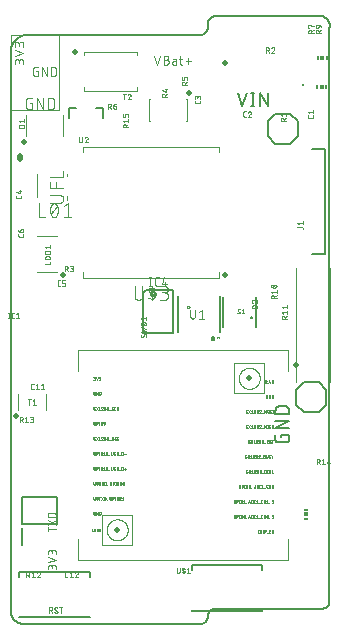
<source format=gbr>
G04 EAGLE Gerber RS-274X export*
G75*
%MOMM*%
%FSLAX34Y34*%
%LPD*%
%INSilkscreen Top*%
%IPPOS*%
%AMOC8*
5,1,8,0,0,1.08239X$1,22.5*%
G01*
%ADD10C,0.152400*%
%ADD11C,0.076200*%
%ADD12C,0.050800*%
%ADD13C,0.203200*%
%ADD14C,0.025400*%
%ADD15R,0.300000X0.150000*%
%ADD16R,0.300000X0.300000*%
%ADD17C,0.500000*%
%ADD18C,0.120000*%
%ADD19R,0.250000X0.250000*%
%ADD20R,0.150000X0.300000*%
%ADD21C,0.508000*%
%ADD22C,0.127000*%
%ADD23C,0.200000*%
%ADD24C,0.020000*%
%ADD25C,0.000000*%
%ADD26C,0.101600*%
%ADD27C,0.100000*%
%ADD28C,0.100000*%


D10*
X0Y12700D02*
X0Y488950D01*
X43Y489301D01*
X95Y489650D01*
X155Y489997D01*
X224Y490343D01*
X302Y490687D01*
X387Y491030D01*
X482Y491370D01*
X584Y491707D01*
X695Y492042D01*
X814Y492374D01*
X941Y492703D01*
X1076Y493029D01*
X1219Y493352D01*
X1370Y493671D01*
X1529Y493986D01*
X1695Y494297D01*
X1869Y494604D01*
X2050Y494907D01*
X2239Y495205D01*
X2435Y495498D01*
X2638Y495786D01*
X2849Y496070D01*
X3066Y496348D01*
X3290Y496620D01*
X3520Y496887D01*
X3757Y497149D01*
X4000Y497404D01*
X4250Y497654D01*
X4506Y497897D01*
X4767Y498134D01*
X5034Y498364D01*
X5307Y498588D01*
X5585Y498805D01*
X5869Y499015D01*
X6157Y499218D01*
X6450Y499414D01*
X6749Y499603D01*
X7051Y499784D01*
X7358Y499958D01*
X7669Y500124D01*
X7985Y500283D01*
X8304Y500434D01*
X8626Y500576D01*
X8952Y500711D01*
X9281Y500838D01*
X9614Y500957D01*
X9949Y501068D01*
X10286Y501170D01*
X10626Y501264D01*
X10968Y501350D01*
X11313Y501427D01*
X11659Y501496D01*
X12006Y501556D01*
X12355Y501608D01*
X12706Y501651D01*
X13057Y501685D01*
X13409Y501711D01*
X13761Y501728D01*
X14114Y501737D01*
X14466Y501737D01*
X14819Y501728D01*
X15172Y501711D01*
X15523Y501685D01*
X15874Y501650D01*
X15875Y501650D02*
X160338Y501650D01*
X269875Y508000D02*
X269875Y57150D01*
X158750Y3175D02*
X12700Y3175D01*
X12700Y3176D02*
X12431Y3141D01*
X12162Y3112D01*
X11891Y3090D01*
X11621Y3074D01*
X11349Y3065D01*
X11078Y3063D01*
X10807Y3067D01*
X10536Y3078D01*
X10265Y3095D01*
X9995Y3119D01*
X9725Y3149D01*
X9457Y3186D01*
X9189Y3229D01*
X8922Y3279D01*
X8657Y3335D01*
X8393Y3398D01*
X8131Y3466D01*
X7870Y3542D01*
X7611Y3623D01*
X7355Y3711D01*
X7100Y3805D01*
X6848Y3905D01*
X6598Y4011D01*
X6351Y4123D01*
X6107Y4241D01*
X5866Y4365D01*
X5627Y4495D01*
X5392Y4630D01*
X5161Y4771D01*
X4932Y4918D01*
X4708Y5070D01*
X4487Y5227D01*
X4270Y5390D01*
X4057Y5558D01*
X3848Y5731D01*
X3643Y5909D01*
X3443Y6092D01*
X3247Y6280D01*
X3056Y6472D01*
X2870Y6669D01*
X2688Y6871D01*
X2511Y7076D01*
X2339Y7286D01*
X2173Y7500D01*
X2011Y7718D01*
X1855Y7940D01*
X1705Y8166D01*
X1559Y8395D01*
X1420Y8627D01*
X1286Y8863D01*
X1158Y9102D01*
X1035Y9344D01*
X919Y9589D01*
X808Y9837D01*
X704Y10087D01*
X605Y10340D01*
X513Y10595D01*
X427Y10852D01*
X347Y11112D01*
X273Y11373D01*
X206Y11635D01*
X145Y11900D01*
X90Y12166D01*
X42Y12432D01*
X1Y12701D01*
D11*
X10795Y476958D02*
X10795Y479005D01*
X10793Y479094D01*
X10787Y479183D01*
X10777Y479272D01*
X10764Y479360D01*
X10747Y479448D01*
X10725Y479535D01*
X10700Y479620D01*
X10672Y479705D01*
X10639Y479788D01*
X10603Y479870D01*
X10564Y479950D01*
X10521Y480028D01*
X10475Y480104D01*
X10425Y480179D01*
X10372Y480251D01*
X10316Y480320D01*
X10257Y480387D01*
X10196Y480452D01*
X10131Y480513D01*
X10064Y480572D01*
X9995Y480628D01*
X9923Y480681D01*
X9848Y480731D01*
X9772Y480777D01*
X9694Y480820D01*
X9614Y480859D01*
X9532Y480895D01*
X9449Y480928D01*
X9364Y480956D01*
X9279Y480981D01*
X9192Y481003D01*
X9104Y481020D01*
X9016Y481033D01*
X8927Y481043D01*
X8838Y481049D01*
X8749Y481051D01*
X8660Y481049D01*
X8571Y481043D01*
X8482Y481033D01*
X8394Y481020D01*
X8306Y481003D01*
X8219Y480981D01*
X8134Y480956D01*
X8049Y480928D01*
X7966Y480895D01*
X7884Y480859D01*
X7804Y480820D01*
X7726Y480777D01*
X7650Y480731D01*
X7575Y480681D01*
X7503Y480628D01*
X7434Y480572D01*
X7367Y480513D01*
X7302Y480452D01*
X7241Y480387D01*
X7182Y480320D01*
X7126Y480251D01*
X7073Y480179D01*
X7023Y480104D01*
X6977Y480028D01*
X6934Y479950D01*
X6895Y479870D01*
X6859Y479788D01*
X6826Y479705D01*
X6798Y479620D01*
X6773Y479535D01*
X6751Y479448D01*
X6734Y479360D01*
X6721Y479272D01*
X6711Y479183D01*
X6705Y479094D01*
X6703Y479005D01*
X3429Y479414D02*
X3429Y476958D01*
X3429Y479414D02*
X3431Y479493D01*
X3437Y479572D01*
X3446Y479651D01*
X3459Y479729D01*
X3477Y479806D01*
X3497Y479882D01*
X3522Y479957D01*
X3550Y480031D01*
X3581Y480104D01*
X3617Y480175D01*
X3655Y480244D01*
X3697Y480311D01*
X3742Y480376D01*
X3790Y480439D01*
X3841Y480500D01*
X3895Y480557D01*
X3951Y480613D01*
X4010Y480665D01*
X4072Y480715D01*
X4136Y480761D01*
X4202Y480805D01*
X4270Y480845D01*
X4340Y480881D01*
X4412Y480915D01*
X4486Y480945D01*
X4560Y480971D01*
X4636Y480994D01*
X4713Y481012D01*
X4790Y481028D01*
X4869Y481039D01*
X4947Y481047D01*
X5026Y481051D01*
X5106Y481051D01*
X5185Y481047D01*
X5263Y481039D01*
X5342Y481028D01*
X5419Y481012D01*
X5496Y480994D01*
X5572Y480971D01*
X5646Y480945D01*
X5720Y480915D01*
X5792Y480881D01*
X5862Y480845D01*
X5930Y480805D01*
X5996Y480761D01*
X6060Y480715D01*
X6122Y480665D01*
X6181Y480613D01*
X6237Y480557D01*
X6291Y480500D01*
X6342Y480439D01*
X6390Y480376D01*
X6435Y480311D01*
X6477Y480244D01*
X6515Y480175D01*
X6551Y480104D01*
X6582Y480031D01*
X6610Y479957D01*
X6635Y479882D01*
X6655Y479806D01*
X6673Y479729D01*
X6686Y479651D01*
X6695Y479572D01*
X6701Y479493D01*
X6703Y479414D01*
X6703Y477777D01*
X3429Y483864D02*
X10795Y486320D01*
X3429Y488775D01*
X10795Y491589D02*
X10795Y493635D01*
X10793Y493724D01*
X10787Y493813D01*
X10777Y493902D01*
X10764Y493990D01*
X10747Y494078D01*
X10725Y494165D01*
X10700Y494250D01*
X10672Y494335D01*
X10639Y494418D01*
X10603Y494500D01*
X10564Y494580D01*
X10521Y494658D01*
X10475Y494734D01*
X10425Y494809D01*
X10372Y494881D01*
X10316Y494950D01*
X10257Y495017D01*
X10196Y495082D01*
X10131Y495143D01*
X10064Y495202D01*
X9995Y495258D01*
X9923Y495311D01*
X9848Y495361D01*
X9772Y495407D01*
X9694Y495450D01*
X9614Y495489D01*
X9532Y495525D01*
X9449Y495558D01*
X9364Y495586D01*
X9279Y495611D01*
X9192Y495633D01*
X9104Y495650D01*
X9016Y495663D01*
X8927Y495673D01*
X8838Y495679D01*
X8749Y495681D01*
X8660Y495679D01*
X8571Y495673D01*
X8482Y495663D01*
X8394Y495650D01*
X8306Y495633D01*
X8219Y495611D01*
X8134Y495586D01*
X8049Y495558D01*
X7966Y495525D01*
X7884Y495489D01*
X7804Y495450D01*
X7726Y495407D01*
X7650Y495361D01*
X7575Y495311D01*
X7503Y495258D01*
X7434Y495202D01*
X7367Y495143D01*
X7302Y495082D01*
X7241Y495017D01*
X7182Y494950D01*
X7126Y494881D01*
X7073Y494809D01*
X7023Y494734D01*
X6977Y494658D01*
X6934Y494580D01*
X6895Y494500D01*
X6859Y494418D01*
X6826Y494335D01*
X6798Y494250D01*
X6773Y494165D01*
X6751Y494078D01*
X6734Y493990D01*
X6721Y493902D01*
X6711Y493813D01*
X6705Y493724D01*
X6703Y493635D01*
X3429Y494044D02*
X3429Y491589D01*
X3429Y494044D02*
X3431Y494123D01*
X3437Y494202D01*
X3446Y494281D01*
X3459Y494359D01*
X3477Y494436D01*
X3497Y494512D01*
X3522Y494587D01*
X3550Y494661D01*
X3581Y494734D01*
X3617Y494805D01*
X3655Y494874D01*
X3697Y494941D01*
X3742Y495006D01*
X3790Y495069D01*
X3841Y495130D01*
X3895Y495187D01*
X3951Y495243D01*
X4010Y495295D01*
X4072Y495345D01*
X4136Y495391D01*
X4202Y495435D01*
X4270Y495475D01*
X4340Y495511D01*
X4412Y495545D01*
X4486Y495575D01*
X4560Y495601D01*
X4636Y495624D01*
X4713Y495642D01*
X4790Y495658D01*
X4869Y495669D01*
X4947Y495677D01*
X5026Y495681D01*
X5106Y495681D01*
X5185Y495677D01*
X5263Y495669D01*
X5342Y495658D01*
X5419Y495642D01*
X5496Y495624D01*
X5572Y495601D01*
X5646Y495575D01*
X5720Y495545D01*
X5792Y495511D01*
X5862Y495475D01*
X5930Y495435D01*
X5996Y495391D01*
X6060Y495345D01*
X6122Y495295D01*
X6181Y495243D01*
X6237Y495187D01*
X6291Y495130D01*
X6342Y495069D01*
X6390Y495006D01*
X6435Y494941D01*
X6477Y494874D01*
X6515Y494805D01*
X6551Y494734D01*
X6582Y494661D01*
X6610Y494587D01*
X6635Y494512D01*
X6655Y494436D01*
X6673Y494359D01*
X6686Y494281D01*
X6695Y494202D01*
X6701Y494123D01*
X6703Y494044D01*
X6703Y492407D01*
D10*
X173038Y15875D02*
X241300Y15875D01*
X173038Y15875D02*
X172880Y15873D01*
X172721Y15867D01*
X172563Y15857D01*
X172406Y15843D01*
X172248Y15826D01*
X172092Y15804D01*
X171935Y15779D01*
X171780Y15749D01*
X171625Y15716D01*
X171471Y15679D01*
X171318Y15638D01*
X171166Y15593D01*
X171016Y15544D01*
X170866Y15492D01*
X170718Y15436D01*
X170571Y15376D01*
X170426Y15313D01*
X170283Y15246D01*
X170141Y15176D01*
X170001Y15102D01*
X169863Y15024D01*
X169727Y14943D01*
X169593Y14859D01*
X169461Y14772D01*
X169331Y14681D01*
X169204Y14587D01*
X169079Y14490D01*
X168956Y14389D01*
X168836Y14286D01*
X168719Y14180D01*
X168604Y14071D01*
X168492Y13959D01*
X168383Y13844D01*
X168277Y13727D01*
X168174Y13607D01*
X168073Y13484D01*
X167976Y13359D01*
X167882Y13232D01*
X167791Y13102D01*
X167704Y12970D01*
X167620Y12836D01*
X167539Y12700D01*
X167461Y12562D01*
X167387Y12422D01*
X167317Y12280D01*
X167250Y12137D01*
X167187Y11992D01*
X167127Y11845D01*
X167071Y11697D01*
X167019Y11547D01*
X166970Y11397D01*
X166925Y11245D01*
X166884Y11092D01*
X166847Y10938D01*
X166814Y10783D01*
X166784Y10628D01*
X166759Y10471D01*
X166737Y10315D01*
X166720Y10157D01*
X166706Y10000D01*
X166696Y9842D01*
X166690Y9683D01*
X166688Y9525D01*
X166688Y7938D01*
X166647Y7782D01*
X166602Y7628D01*
X166554Y7475D01*
X166501Y7323D01*
X166446Y7172D01*
X166386Y7023D01*
X166323Y6875D01*
X166256Y6729D01*
X166186Y6585D01*
X166112Y6442D01*
X166034Y6302D01*
X165953Y6163D01*
X165869Y6026D01*
X165782Y5891D01*
X165691Y5759D01*
X165597Y5629D01*
X165500Y5501D01*
X165399Y5375D01*
X165296Y5252D01*
X165190Y5132D01*
X165080Y5014D01*
X164968Y4899D01*
X164853Y4787D01*
X164736Y4677D01*
X164615Y4571D01*
X164492Y4468D01*
X164367Y4367D01*
X164239Y4270D01*
X164109Y4176D01*
X163977Y4085D01*
X163842Y3997D01*
X163705Y3913D01*
X163567Y3832D01*
X163426Y3754D01*
X163283Y3680D01*
X163139Y3610D01*
X162993Y3543D01*
X162845Y3479D01*
X162696Y3420D01*
X162546Y3364D01*
X162394Y3311D01*
X162241Y3263D01*
X162087Y3218D01*
X161931Y3177D01*
X161775Y3140D01*
X161618Y3106D01*
X161460Y3077D01*
X161301Y3051D01*
X161142Y3030D01*
X160983Y3012D01*
X160822Y2998D01*
X160662Y2988D01*
X160502Y2982D01*
X160341Y2980D01*
X160180Y2982D01*
X160020Y2988D01*
X159860Y2998D01*
X159699Y3011D01*
X159540Y3029D01*
X159381Y3050D01*
X159222Y3076D01*
X159064Y3105D01*
X158907Y3138D01*
X158751Y3175D01*
D11*
X124121Y476504D02*
X121666Y483870D01*
X126577Y483870D02*
X124121Y476504D01*
X129752Y480596D02*
X131798Y480596D01*
X131887Y480594D01*
X131976Y480588D01*
X132065Y480578D01*
X132153Y480565D01*
X132241Y480548D01*
X132328Y480526D01*
X132413Y480501D01*
X132498Y480473D01*
X132581Y480440D01*
X132663Y480404D01*
X132743Y480365D01*
X132821Y480322D01*
X132897Y480276D01*
X132972Y480226D01*
X133044Y480173D01*
X133113Y480117D01*
X133180Y480058D01*
X133245Y479997D01*
X133306Y479932D01*
X133365Y479865D01*
X133421Y479796D01*
X133474Y479724D01*
X133524Y479649D01*
X133570Y479573D01*
X133613Y479495D01*
X133652Y479415D01*
X133688Y479333D01*
X133721Y479250D01*
X133749Y479165D01*
X133774Y479080D01*
X133796Y478993D01*
X133813Y478905D01*
X133826Y478817D01*
X133836Y478728D01*
X133842Y478639D01*
X133844Y478550D01*
X133842Y478461D01*
X133836Y478372D01*
X133826Y478283D01*
X133813Y478195D01*
X133796Y478107D01*
X133774Y478020D01*
X133749Y477935D01*
X133721Y477850D01*
X133688Y477767D01*
X133652Y477685D01*
X133613Y477605D01*
X133570Y477527D01*
X133524Y477451D01*
X133474Y477376D01*
X133421Y477304D01*
X133365Y477235D01*
X133306Y477168D01*
X133245Y477103D01*
X133180Y477042D01*
X133113Y476983D01*
X133044Y476927D01*
X132972Y476874D01*
X132897Y476824D01*
X132821Y476778D01*
X132743Y476735D01*
X132663Y476696D01*
X132581Y476660D01*
X132498Y476627D01*
X132413Y476599D01*
X132328Y476574D01*
X132241Y476552D01*
X132153Y476535D01*
X132065Y476522D01*
X131976Y476512D01*
X131887Y476506D01*
X131798Y476504D01*
X129752Y476504D01*
X129752Y483870D01*
X131798Y483870D01*
X131877Y483868D01*
X131956Y483862D01*
X132035Y483853D01*
X132113Y483840D01*
X132190Y483822D01*
X132266Y483802D01*
X132341Y483777D01*
X132415Y483749D01*
X132488Y483718D01*
X132559Y483682D01*
X132628Y483644D01*
X132695Y483602D01*
X132760Y483557D01*
X132823Y483509D01*
X132884Y483458D01*
X132941Y483404D01*
X132997Y483348D01*
X133049Y483289D01*
X133099Y483227D01*
X133145Y483163D01*
X133189Y483097D01*
X133229Y483029D01*
X133265Y482959D01*
X133299Y482887D01*
X133329Y482813D01*
X133355Y482739D01*
X133378Y482663D01*
X133396Y482586D01*
X133412Y482509D01*
X133423Y482430D01*
X133431Y482352D01*
X133435Y482273D01*
X133435Y482193D01*
X133431Y482114D01*
X133423Y482036D01*
X133412Y481957D01*
X133396Y481880D01*
X133378Y481803D01*
X133355Y481727D01*
X133329Y481653D01*
X133299Y481579D01*
X133265Y481507D01*
X133229Y481437D01*
X133189Y481369D01*
X133145Y481303D01*
X133099Y481239D01*
X133049Y481177D01*
X132997Y481118D01*
X132941Y481062D01*
X132884Y481008D01*
X132823Y480957D01*
X132760Y480909D01*
X132695Y480864D01*
X132628Y480822D01*
X132559Y480784D01*
X132488Y480748D01*
X132415Y480717D01*
X132341Y480689D01*
X132266Y480664D01*
X132190Y480644D01*
X132113Y480626D01*
X132035Y480613D01*
X131956Y480604D01*
X131877Y480598D01*
X131798Y480596D01*
X138018Y479369D02*
X139860Y479369D01*
X138018Y479368D02*
X137943Y479366D01*
X137868Y479360D01*
X137794Y479350D01*
X137720Y479337D01*
X137647Y479319D01*
X137575Y479298D01*
X137505Y479273D01*
X137436Y479244D01*
X137368Y479212D01*
X137302Y479176D01*
X137238Y479137D01*
X137176Y479095D01*
X137117Y479049D01*
X137060Y479000D01*
X137005Y478949D01*
X136954Y478894D01*
X136905Y478837D01*
X136859Y478778D01*
X136817Y478716D01*
X136778Y478652D01*
X136742Y478586D01*
X136710Y478518D01*
X136681Y478449D01*
X136656Y478379D01*
X136635Y478307D01*
X136617Y478234D01*
X136604Y478160D01*
X136594Y478086D01*
X136588Y478011D01*
X136586Y477936D01*
X136588Y477861D01*
X136594Y477786D01*
X136604Y477712D01*
X136617Y477638D01*
X136635Y477565D01*
X136656Y477493D01*
X136681Y477423D01*
X136710Y477354D01*
X136742Y477286D01*
X136778Y477220D01*
X136817Y477156D01*
X136859Y477094D01*
X136905Y477035D01*
X136954Y476978D01*
X137005Y476923D01*
X137060Y476872D01*
X137117Y476823D01*
X137176Y476777D01*
X137238Y476735D01*
X137302Y476696D01*
X137368Y476660D01*
X137436Y476628D01*
X137505Y476599D01*
X137575Y476574D01*
X137647Y476553D01*
X137720Y476535D01*
X137794Y476522D01*
X137868Y476512D01*
X137943Y476506D01*
X138018Y476504D01*
X139860Y476504D01*
X139860Y480187D01*
X139858Y480256D01*
X139852Y480324D01*
X139843Y480393D01*
X139829Y480460D01*
X139812Y480527D01*
X139791Y480593D01*
X139767Y480657D01*
X139738Y480720D01*
X139707Y480781D01*
X139672Y480840D01*
X139634Y480898D01*
X139592Y480953D01*
X139548Y481005D01*
X139500Y481055D01*
X139450Y481103D01*
X139398Y481147D01*
X139343Y481189D01*
X139285Y481227D01*
X139226Y481262D01*
X139165Y481293D01*
X139102Y481322D01*
X139038Y481346D01*
X138972Y481367D01*
X138905Y481384D01*
X138838Y481398D01*
X138769Y481407D01*
X138701Y481413D01*
X138632Y481415D01*
X136995Y481415D01*
X142580Y481415D02*
X145036Y481415D01*
X143399Y483870D02*
X143399Y477732D01*
X143401Y477663D01*
X143407Y477595D01*
X143416Y477526D01*
X143430Y477459D01*
X143447Y477392D01*
X143468Y477326D01*
X143492Y477262D01*
X143521Y477199D01*
X143552Y477138D01*
X143587Y477079D01*
X143625Y477021D01*
X143667Y476966D01*
X143711Y476914D01*
X143759Y476864D01*
X143809Y476816D01*
X143861Y476772D01*
X143916Y476730D01*
X143974Y476692D01*
X144033Y476657D01*
X144094Y476626D01*
X144157Y476597D01*
X144221Y476573D01*
X144287Y476552D01*
X144354Y476535D01*
X144421Y476521D01*
X144490Y476512D01*
X144558Y476506D01*
X144627Y476504D01*
X145036Y476504D01*
X148001Y479369D02*
X152911Y479369D01*
X150456Y481824D02*
X150456Y476913D01*
D10*
X160338Y501650D02*
X160496Y501652D01*
X160655Y501658D01*
X160813Y501668D01*
X160970Y501682D01*
X161128Y501699D01*
X161284Y501721D01*
X161441Y501746D01*
X161596Y501776D01*
X161751Y501809D01*
X161905Y501846D01*
X162058Y501887D01*
X162210Y501932D01*
X162360Y501981D01*
X162510Y502033D01*
X162658Y502089D01*
X162805Y502149D01*
X162950Y502212D01*
X163093Y502279D01*
X163235Y502349D01*
X163375Y502423D01*
X163513Y502501D01*
X163649Y502582D01*
X163783Y502666D01*
X163915Y502753D01*
X164045Y502844D01*
X164172Y502938D01*
X164297Y503035D01*
X164420Y503136D01*
X164540Y503239D01*
X164657Y503345D01*
X164772Y503454D01*
X164884Y503566D01*
X164993Y503681D01*
X165099Y503798D01*
X165202Y503918D01*
X165303Y504041D01*
X165400Y504166D01*
X165494Y504293D01*
X165585Y504423D01*
X165672Y504555D01*
X165756Y504689D01*
X165837Y504825D01*
X165915Y504963D01*
X165989Y505103D01*
X166059Y505245D01*
X166126Y505388D01*
X166189Y505533D01*
X166249Y505680D01*
X166305Y505828D01*
X166357Y505978D01*
X166406Y506128D01*
X166451Y506280D01*
X166492Y506433D01*
X166529Y506587D01*
X166562Y506742D01*
X166592Y506897D01*
X166617Y507054D01*
X166639Y507210D01*
X166656Y507368D01*
X166670Y507525D01*
X166680Y507683D01*
X166686Y507842D01*
X166688Y508000D01*
X166688Y511175D01*
X166690Y511333D01*
X166696Y511492D01*
X166706Y511650D01*
X166720Y511807D01*
X166737Y511965D01*
X166759Y512121D01*
X166784Y512278D01*
X166814Y512433D01*
X166847Y512588D01*
X166884Y512742D01*
X166925Y512895D01*
X166970Y513047D01*
X167019Y513197D01*
X167071Y513347D01*
X167127Y513495D01*
X167187Y513642D01*
X167250Y513787D01*
X167317Y513930D01*
X167387Y514072D01*
X167461Y514212D01*
X167539Y514350D01*
X167620Y514486D01*
X167704Y514620D01*
X167791Y514752D01*
X167882Y514882D01*
X167976Y515009D01*
X168073Y515134D01*
X168174Y515257D01*
X168277Y515377D01*
X168383Y515494D01*
X168492Y515609D01*
X168604Y515721D01*
X168719Y515830D01*
X168836Y515936D01*
X168956Y516039D01*
X169079Y516140D01*
X169204Y516237D01*
X169331Y516331D01*
X169461Y516422D01*
X169593Y516509D01*
X169727Y516593D01*
X169863Y516674D01*
X170001Y516752D01*
X170141Y516826D01*
X170283Y516896D01*
X170426Y516963D01*
X170571Y517026D01*
X170718Y517086D01*
X170866Y517142D01*
X171016Y517194D01*
X171166Y517243D01*
X171318Y517288D01*
X171471Y517329D01*
X171625Y517366D01*
X171780Y517399D01*
X171935Y517429D01*
X172092Y517454D01*
X172248Y517476D01*
X172406Y517493D01*
X172563Y517507D01*
X172721Y517517D01*
X172880Y517523D01*
X173038Y517525D01*
X263525Y517525D01*
X263526Y517526D02*
X263717Y517485D01*
X263907Y517440D01*
X264096Y517390D01*
X264284Y517336D01*
X264471Y517277D01*
X264656Y517213D01*
X264839Y517145D01*
X265021Y517073D01*
X265201Y516996D01*
X265379Y516915D01*
X265555Y516830D01*
X265729Y516740D01*
X265901Y516647D01*
X266070Y516549D01*
X266237Y516447D01*
X266402Y516341D01*
X266564Y516231D01*
X266723Y516118D01*
X266879Y516000D01*
X267033Y515879D01*
X267183Y515754D01*
X267331Y515625D01*
X267475Y515493D01*
X267616Y515358D01*
X267754Y515219D01*
X267888Y515077D01*
X268019Y514931D01*
X268146Y514783D01*
X268270Y514631D01*
X268390Y514477D01*
X268506Y514319D01*
X268619Y514159D01*
X268727Y513997D01*
X268832Y513831D01*
X268932Y513663D01*
X269029Y513493D01*
X269121Y513321D01*
X269209Y513146D01*
X269293Y512969D01*
X269373Y512791D01*
X269448Y512610D01*
X269519Y512428D01*
X269585Y512244D01*
X269647Y512058D01*
X269704Y511871D01*
X269757Y511683D01*
X269806Y511493D01*
X269849Y511303D01*
X269888Y511111D01*
X269923Y510918D01*
X269953Y510725D01*
X269978Y510531D01*
X269998Y510337D01*
X270014Y510142D01*
X270025Y509946D01*
X270031Y509751D01*
X270033Y509555D01*
X270030Y509359D01*
X270022Y509164D01*
X270009Y508969D01*
X269992Y508774D01*
X269970Y508580D01*
X269943Y508386D01*
X269912Y508193D01*
X269876Y508000D01*
X263525Y15875D02*
X241300Y15875D01*
X263525Y15875D02*
X263683Y15877D01*
X263842Y15883D01*
X264000Y15893D01*
X264157Y15907D01*
X264315Y15924D01*
X264471Y15946D01*
X264628Y15971D01*
X264783Y16001D01*
X264938Y16034D01*
X265092Y16071D01*
X265245Y16112D01*
X265397Y16157D01*
X265547Y16206D01*
X265697Y16258D01*
X265845Y16314D01*
X265992Y16374D01*
X266137Y16437D01*
X266280Y16504D01*
X266422Y16574D01*
X266562Y16648D01*
X266700Y16726D01*
X266836Y16807D01*
X266970Y16891D01*
X267102Y16978D01*
X267232Y17069D01*
X267359Y17163D01*
X267484Y17260D01*
X267607Y17361D01*
X267727Y17464D01*
X267844Y17570D01*
X267959Y17679D01*
X268071Y17791D01*
X268180Y17906D01*
X268286Y18023D01*
X268389Y18143D01*
X268490Y18266D01*
X268587Y18391D01*
X268681Y18518D01*
X268772Y18648D01*
X268859Y18780D01*
X268943Y18914D01*
X269024Y19050D01*
X269102Y19188D01*
X269176Y19328D01*
X269246Y19470D01*
X269313Y19613D01*
X269376Y19758D01*
X269436Y19905D01*
X269492Y20053D01*
X269544Y20203D01*
X269593Y20353D01*
X269638Y20505D01*
X269679Y20658D01*
X269716Y20812D01*
X269749Y20967D01*
X269779Y21122D01*
X269804Y21279D01*
X269826Y21435D01*
X269843Y21593D01*
X269857Y21750D01*
X269867Y21908D01*
X269873Y22067D01*
X269875Y22225D01*
X269875Y57150D01*
D11*
X17757Y444077D02*
X16217Y444077D01*
X17757Y444077D02*
X17757Y438945D01*
X14678Y438945D01*
X14588Y438947D01*
X14499Y438953D01*
X14410Y438963D01*
X14322Y438976D01*
X14234Y438994D01*
X14147Y439015D01*
X14061Y439040D01*
X13976Y439069D01*
X13892Y439101D01*
X13810Y439137D01*
X13730Y439177D01*
X13651Y439220D01*
X13575Y439267D01*
X13500Y439316D01*
X13428Y439369D01*
X13358Y439425D01*
X13291Y439484D01*
X13226Y439546D01*
X13164Y439611D01*
X13105Y439678D01*
X13049Y439748D01*
X12996Y439820D01*
X12947Y439895D01*
X12900Y439972D01*
X12857Y440050D01*
X12817Y440130D01*
X12781Y440212D01*
X12749Y440296D01*
X12720Y440381D01*
X12695Y440467D01*
X12674Y440554D01*
X12656Y440642D01*
X12643Y440730D01*
X12633Y440819D01*
X12627Y440908D01*
X12625Y440998D01*
X12625Y446130D01*
X12627Y446220D01*
X12633Y446309D01*
X12643Y446398D01*
X12656Y446486D01*
X12674Y446574D01*
X12695Y446661D01*
X12720Y446747D01*
X12749Y446832D01*
X12781Y446916D01*
X12817Y446998D01*
X12857Y447078D01*
X12900Y447156D01*
X12947Y447233D01*
X12996Y447308D01*
X13049Y447380D01*
X13105Y447450D01*
X13164Y447517D01*
X13226Y447582D01*
X13291Y447644D01*
X13358Y447703D01*
X13428Y447759D01*
X13500Y447812D01*
X13575Y447861D01*
X13651Y447908D01*
X13730Y447951D01*
X13810Y447991D01*
X13892Y448027D01*
X13976Y448059D01*
X14061Y448088D01*
X14147Y448113D01*
X14234Y448134D01*
X14321Y448152D01*
X14410Y448165D01*
X14499Y448175D01*
X14588Y448181D01*
X14678Y448183D01*
X17757Y448183D01*
X22225Y448183D02*
X22225Y438945D01*
X27357Y438945D02*
X22225Y448183D01*
X27357Y448183D02*
X27357Y438945D01*
X31825Y438945D02*
X31825Y448183D01*
X34391Y448183D01*
X34489Y448181D01*
X34587Y448175D01*
X34685Y448166D01*
X34783Y448153D01*
X34880Y448136D01*
X34976Y448116D01*
X35071Y448091D01*
X35165Y448063D01*
X35258Y448032D01*
X35350Y447997D01*
X35441Y447958D01*
X35530Y447917D01*
X35617Y447871D01*
X35702Y447823D01*
X35786Y447771D01*
X35867Y447716D01*
X35947Y447658D01*
X36024Y447597D01*
X36098Y447533D01*
X36170Y447466D01*
X36240Y447396D01*
X36307Y447324D01*
X36371Y447250D01*
X36432Y447173D01*
X36490Y447093D01*
X36545Y447012D01*
X36597Y446928D01*
X36645Y446843D01*
X36691Y446756D01*
X36732Y446667D01*
X36771Y446576D01*
X36806Y446484D01*
X36837Y446391D01*
X36865Y446297D01*
X36890Y446202D01*
X36910Y446106D01*
X36927Y446009D01*
X36940Y445911D01*
X36949Y445813D01*
X36955Y445715D01*
X36957Y445617D01*
X36957Y441511D01*
X36955Y441413D01*
X36949Y441315D01*
X36940Y441217D01*
X36927Y441119D01*
X36910Y441022D01*
X36890Y440926D01*
X36865Y440831D01*
X36837Y440737D01*
X36806Y440644D01*
X36771Y440552D01*
X36732Y440461D01*
X36691Y440372D01*
X36645Y440285D01*
X36597Y440200D01*
X36545Y440116D01*
X36490Y440035D01*
X36432Y439955D01*
X36371Y439878D01*
X36307Y439804D01*
X36240Y439732D01*
X36170Y439662D01*
X36098Y439595D01*
X36024Y439531D01*
X35947Y439470D01*
X35867Y439412D01*
X35786Y439357D01*
X35702Y439305D01*
X35617Y439257D01*
X35530Y439211D01*
X35441Y439170D01*
X35350Y439131D01*
X35258Y439096D01*
X35165Y439065D01*
X35071Y439037D01*
X34976Y439012D01*
X34880Y438992D01*
X34783Y438975D01*
X34685Y438962D01*
X34587Y438953D01*
X34489Y438947D01*
X34391Y438945D01*
X31825Y438945D01*
X0Y438150D02*
X0Y501777D01*
X41275Y501777D01*
X41275Y438150D01*
X0Y438150D01*
D12*
X31560Y83025D02*
X38052Y83025D01*
X31560Y81222D02*
X31560Y84829D01*
X31560Y91069D02*
X38052Y86741D01*
X38052Y91069D02*
X31560Y86741D01*
X31560Y93612D02*
X38052Y93612D01*
X31560Y93612D02*
X31560Y95415D01*
X31562Y95498D01*
X31568Y95581D01*
X31577Y95664D01*
X31591Y95746D01*
X31608Y95828D01*
X31629Y95908D01*
X31653Y95988D01*
X31682Y96066D01*
X31714Y96143D01*
X31749Y96219D01*
X31788Y96292D01*
X31830Y96364D01*
X31876Y96434D01*
X31924Y96502D01*
X31976Y96567D01*
X32031Y96630D01*
X32088Y96690D01*
X32148Y96747D01*
X32211Y96802D01*
X32276Y96854D01*
X32344Y96902D01*
X32414Y96948D01*
X32486Y96990D01*
X32559Y97029D01*
X32635Y97064D01*
X32712Y97096D01*
X32790Y97125D01*
X32870Y97149D01*
X32950Y97170D01*
X33032Y97187D01*
X33114Y97201D01*
X33197Y97210D01*
X33280Y97216D01*
X33363Y97218D01*
X33363Y97219D02*
X36248Y97219D01*
X36248Y97218D02*
X36331Y97216D01*
X36414Y97210D01*
X36497Y97201D01*
X36579Y97187D01*
X36661Y97170D01*
X36741Y97149D01*
X36821Y97125D01*
X36899Y97096D01*
X36976Y97064D01*
X37052Y97029D01*
X37125Y96990D01*
X37197Y96948D01*
X37267Y96902D01*
X37335Y96854D01*
X37400Y96802D01*
X37463Y96747D01*
X37523Y96690D01*
X37580Y96630D01*
X37635Y96567D01*
X37687Y96502D01*
X37735Y96434D01*
X37781Y96364D01*
X37823Y96292D01*
X37862Y96219D01*
X37897Y96143D01*
X37929Y96066D01*
X37958Y95988D01*
X37982Y95908D01*
X38003Y95828D01*
X38020Y95746D01*
X38034Y95664D01*
X38043Y95581D01*
X38049Y95498D01*
X38051Y95415D01*
X38052Y95415D02*
X38052Y93612D01*
X38242Y51065D02*
X38242Y49262D01*
X38242Y51065D02*
X38240Y51148D01*
X38234Y51231D01*
X38225Y51314D01*
X38211Y51396D01*
X38194Y51478D01*
X38173Y51558D01*
X38149Y51638D01*
X38120Y51716D01*
X38088Y51793D01*
X38053Y51869D01*
X38014Y51942D01*
X37972Y52014D01*
X37926Y52084D01*
X37878Y52152D01*
X37826Y52217D01*
X37771Y52280D01*
X37714Y52340D01*
X37654Y52397D01*
X37591Y52452D01*
X37526Y52504D01*
X37458Y52552D01*
X37388Y52598D01*
X37316Y52640D01*
X37243Y52679D01*
X37167Y52714D01*
X37090Y52746D01*
X37012Y52775D01*
X36932Y52799D01*
X36852Y52820D01*
X36770Y52837D01*
X36688Y52851D01*
X36605Y52860D01*
X36522Y52866D01*
X36439Y52868D01*
X36356Y52866D01*
X36273Y52860D01*
X36190Y52851D01*
X36108Y52837D01*
X36026Y52820D01*
X35946Y52799D01*
X35866Y52775D01*
X35788Y52746D01*
X35711Y52714D01*
X35635Y52679D01*
X35562Y52640D01*
X35490Y52598D01*
X35420Y52552D01*
X35352Y52504D01*
X35287Y52452D01*
X35224Y52397D01*
X35164Y52340D01*
X35107Y52280D01*
X35052Y52217D01*
X35000Y52152D01*
X34952Y52084D01*
X34906Y52014D01*
X34864Y51942D01*
X34825Y51869D01*
X34790Y51793D01*
X34758Y51716D01*
X34729Y51638D01*
X34705Y51558D01*
X34684Y51478D01*
X34667Y51396D01*
X34653Y51314D01*
X34644Y51231D01*
X34638Y51148D01*
X34636Y51065D01*
X31750Y51426D02*
X31750Y49262D01*
X31750Y51426D02*
X31752Y51502D01*
X31758Y51577D01*
X31768Y51652D01*
X31782Y51726D01*
X31799Y51799D01*
X31821Y51872D01*
X31846Y51943D01*
X31875Y52013D01*
X31907Y52081D01*
X31943Y52148D01*
X31983Y52212D01*
X32026Y52274D01*
X32072Y52334D01*
X32121Y52392D01*
X32173Y52446D01*
X32227Y52498D01*
X32285Y52547D01*
X32345Y52593D01*
X32407Y52636D01*
X32472Y52676D01*
X32538Y52712D01*
X32606Y52744D01*
X32676Y52773D01*
X32747Y52798D01*
X32820Y52820D01*
X32893Y52837D01*
X32967Y52851D01*
X33042Y52861D01*
X33117Y52867D01*
X33193Y52869D01*
X33269Y52867D01*
X33344Y52861D01*
X33419Y52851D01*
X33493Y52837D01*
X33566Y52820D01*
X33639Y52798D01*
X33710Y52773D01*
X33780Y52744D01*
X33848Y52712D01*
X33915Y52676D01*
X33979Y52636D01*
X34041Y52593D01*
X34101Y52547D01*
X34159Y52498D01*
X34213Y52446D01*
X34265Y52392D01*
X34314Y52334D01*
X34360Y52274D01*
X34403Y52212D01*
X34443Y52148D01*
X34479Y52081D01*
X34511Y52013D01*
X34540Y51943D01*
X34565Y51872D01*
X34587Y51799D01*
X34604Y51726D01*
X34618Y51652D01*
X34628Y51577D01*
X34634Y51502D01*
X34636Y51426D01*
X34635Y51426D02*
X34635Y49983D01*
X31750Y55201D02*
X38242Y57365D01*
X31750Y59529D01*
X38242Y61862D02*
X38242Y63665D01*
X38240Y63748D01*
X38234Y63831D01*
X38225Y63914D01*
X38211Y63996D01*
X38194Y64078D01*
X38173Y64158D01*
X38149Y64238D01*
X38120Y64316D01*
X38088Y64393D01*
X38053Y64469D01*
X38014Y64542D01*
X37972Y64614D01*
X37926Y64684D01*
X37878Y64752D01*
X37826Y64817D01*
X37771Y64880D01*
X37714Y64940D01*
X37654Y64997D01*
X37591Y65052D01*
X37526Y65104D01*
X37458Y65152D01*
X37388Y65198D01*
X37316Y65240D01*
X37243Y65279D01*
X37167Y65314D01*
X37090Y65346D01*
X37012Y65375D01*
X36932Y65399D01*
X36852Y65420D01*
X36770Y65437D01*
X36688Y65451D01*
X36605Y65460D01*
X36522Y65466D01*
X36439Y65468D01*
X36356Y65466D01*
X36273Y65460D01*
X36190Y65451D01*
X36108Y65437D01*
X36026Y65420D01*
X35946Y65399D01*
X35866Y65375D01*
X35788Y65346D01*
X35711Y65314D01*
X35635Y65279D01*
X35562Y65240D01*
X35490Y65198D01*
X35420Y65152D01*
X35352Y65104D01*
X35287Y65052D01*
X35224Y64997D01*
X35164Y64940D01*
X35107Y64880D01*
X35052Y64817D01*
X35000Y64752D01*
X34952Y64684D01*
X34906Y64614D01*
X34864Y64542D01*
X34825Y64469D01*
X34790Y64393D01*
X34758Y64316D01*
X34729Y64238D01*
X34705Y64158D01*
X34684Y64078D01*
X34667Y63996D01*
X34653Y63914D01*
X34644Y63831D01*
X34638Y63748D01*
X34636Y63665D01*
X31750Y64026D02*
X31750Y61862D01*
X31750Y64026D02*
X31752Y64102D01*
X31758Y64177D01*
X31768Y64252D01*
X31782Y64326D01*
X31799Y64399D01*
X31821Y64472D01*
X31846Y64543D01*
X31875Y64613D01*
X31907Y64681D01*
X31943Y64748D01*
X31983Y64812D01*
X32026Y64874D01*
X32072Y64934D01*
X32121Y64992D01*
X32173Y65046D01*
X32227Y65098D01*
X32285Y65147D01*
X32345Y65193D01*
X32407Y65236D01*
X32472Y65276D01*
X32538Y65312D01*
X32606Y65344D01*
X32676Y65373D01*
X32747Y65398D01*
X32820Y65420D01*
X32893Y65437D01*
X32967Y65451D01*
X33042Y65461D01*
X33117Y65467D01*
X33193Y65469D01*
X33269Y65467D01*
X33344Y65461D01*
X33419Y65451D01*
X33493Y65437D01*
X33566Y65420D01*
X33639Y65398D01*
X33710Y65373D01*
X33780Y65344D01*
X33848Y65312D01*
X33915Y65276D01*
X33979Y65236D01*
X34041Y65193D01*
X34101Y65147D01*
X34159Y65098D01*
X34213Y65046D01*
X34265Y64992D01*
X34314Y64934D01*
X34360Y64874D01*
X34403Y64812D01*
X34443Y64748D01*
X34479Y64681D01*
X34511Y64613D01*
X34540Y64543D01*
X34565Y64472D01*
X34587Y64399D01*
X34604Y64326D01*
X34618Y64252D01*
X34628Y64177D01*
X34634Y64102D01*
X34636Y64026D01*
X34635Y64026D02*
X34635Y62583D01*
D11*
X22761Y471071D02*
X21534Y471071D01*
X22761Y471071D02*
X22761Y466979D01*
X20306Y466979D01*
X20228Y466981D01*
X20150Y466986D01*
X20073Y466996D01*
X19996Y467009D01*
X19920Y467025D01*
X19845Y467045D01*
X19771Y467069D01*
X19698Y467096D01*
X19626Y467127D01*
X19556Y467161D01*
X19487Y467198D01*
X19421Y467239D01*
X19356Y467283D01*
X19294Y467329D01*
X19234Y467379D01*
X19176Y467431D01*
X19121Y467486D01*
X19069Y467544D01*
X19019Y467604D01*
X18973Y467666D01*
X18929Y467731D01*
X18888Y467798D01*
X18851Y467866D01*
X18817Y467936D01*
X18786Y468008D01*
X18759Y468081D01*
X18735Y468155D01*
X18715Y468230D01*
X18699Y468306D01*
X18686Y468383D01*
X18676Y468460D01*
X18671Y468538D01*
X18669Y468616D01*
X18669Y472708D01*
X18671Y472788D01*
X18677Y472868D01*
X18687Y472948D01*
X18700Y473027D01*
X18718Y473106D01*
X18739Y473183D01*
X18765Y473259D01*
X18794Y473334D01*
X18826Y473408D01*
X18862Y473480D01*
X18902Y473550D01*
X18945Y473617D01*
X18991Y473683D01*
X19041Y473746D01*
X19093Y473807D01*
X19148Y473866D01*
X19207Y473921D01*
X19267Y473973D01*
X19331Y474023D01*
X19397Y474069D01*
X19464Y474112D01*
X19534Y474152D01*
X19606Y474188D01*
X19680Y474220D01*
X19754Y474249D01*
X19831Y474275D01*
X19908Y474296D01*
X19987Y474314D01*
X20066Y474327D01*
X20146Y474337D01*
X20226Y474343D01*
X20306Y474345D01*
X22761Y474345D01*
X26472Y474345D02*
X26472Y466979D01*
X30564Y466979D02*
X26472Y474345D01*
X30564Y474345D02*
X30564Y466979D01*
X34275Y466979D02*
X34275Y474345D01*
X36321Y474345D01*
X36410Y474343D01*
X36499Y474337D01*
X36588Y474327D01*
X36676Y474314D01*
X36764Y474297D01*
X36851Y474275D01*
X36936Y474250D01*
X37021Y474222D01*
X37104Y474189D01*
X37186Y474153D01*
X37266Y474114D01*
X37344Y474071D01*
X37420Y474025D01*
X37495Y473975D01*
X37567Y473922D01*
X37636Y473866D01*
X37703Y473807D01*
X37768Y473746D01*
X37829Y473681D01*
X37888Y473614D01*
X37944Y473545D01*
X37997Y473473D01*
X38047Y473398D01*
X38093Y473322D01*
X38136Y473244D01*
X38175Y473164D01*
X38211Y473082D01*
X38244Y472999D01*
X38272Y472914D01*
X38297Y472829D01*
X38319Y472742D01*
X38336Y472654D01*
X38349Y472566D01*
X38359Y472477D01*
X38365Y472388D01*
X38367Y472299D01*
X38367Y469025D01*
X38365Y468936D01*
X38359Y468847D01*
X38349Y468758D01*
X38336Y468670D01*
X38319Y468582D01*
X38297Y468495D01*
X38272Y468410D01*
X38244Y468325D01*
X38211Y468242D01*
X38175Y468160D01*
X38136Y468080D01*
X38093Y468002D01*
X38047Y467926D01*
X37997Y467851D01*
X37944Y467779D01*
X37888Y467710D01*
X37829Y467643D01*
X37768Y467578D01*
X37703Y467517D01*
X37636Y467458D01*
X37567Y467402D01*
X37495Y467349D01*
X37420Y467299D01*
X37344Y467253D01*
X37266Y467210D01*
X37186Y467171D01*
X37104Y467135D01*
X37021Y467102D01*
X36936Y467074D01*
X36851Y467049D01*
X36764Y467027D01*
X36676Y467010D01*
X36588Y466997D01*
X36499Y466987D01*
X36410Y466981D01*
X36321Y466979D01*
X34275Y466979D01*
D12*
X19304Y201486D02*
X18288Y201486D01*
X18227Y201488D01*
X18166Y201493D01*
X18105Y201503D01*
X18045Y201516D01*
X17986Y201532D01*
X17928Y201552D01*
X17871Y201576D01*
X17816Y201602D01*
X17762Y201633D01*
X17711Y201666D01*
X17661Y201702D01*
X17614Y201742D01*
X17570Y201784D01*
X17528Y201828D01*
X17488Y201875D01*
X17452Y201925D01*
X17419Y201976D01*
X17388Y202030D01*
X17362Y202085D01*
X17338Y202142D01*
X17318Y202200D01*
X17302Y202259D01*
X17289Y202319D01*
X17279Y202380D01*
X17274Y202441D01*
X17272Y202502D01*
X17272Y205042D01*
X17274Y205103D01*
X17279Y205164D01*
X17289Y205225D01*
X17302Y205285D01*
X17318Y205344D01*
X17338Y205402D01*
X17362Y205459D01*
X17388Y205514D01*
X17419Y205568D01*
X17452Y205619D01*
X17488Y205669D01*
X17528Y205716D01*
X17570Y205760D01*
X17614Y205802D01*
X17661Y205842D01*
X17711Y205878D01*
X17762Y205911D01*
X17816Y205942D01*
X17871Y205968D01*
X17928Y205992D01*
X17986Y206012D01*
X18045Y206028D01*
X18105Y206041D01*
X18166Y206051D01*
X18227Y206056D01*
X18288Y206058D01*
X19304Y206058D01*
X21097Y205042D02*
X22367Y206058D01*
X22367Y201486D01*
X21097Y201486D02*
X23637Y201486D01*
X25669Y205042D02*
X26939Y206058D01*
X26939Y201486D01*
X25669Y201486D02*
X28209Y201486D01*
X7526Y178435D02*
X7526Y173863D01*
X7526Y178435D02*
X8796Y178435D01*
X8866Y178433D01*
X8936Y178427D01*
X9005Y178418D01*
X9074Y178404D01*
X9142Y178387D01*
X9208Y178366D01*
X9274Y178342D01*
X9338Y178314D01*
X9400Y178282D01*
X9461Y178247D01*
X9520Y178209D01*
X9576Y178167D01*
X9630Y178123D01*
X9682Y178075D01*
X9730Y178025D01*
X9776Y177972D01*
X9819Y177917D01*
X9859Y177860D01*
X9896Y177800D01*
X9929Y177738D01*
X9959Y177675D01*
X9985Y177610D01*
X10008Y177544D01*
X10027Y177477D01*
X10042Y177408D01*
X10054Y177339D01*
X10062Y177270D01*
X10066Y177200D01*
X10066Y177130D01*
X10062Y177060D01*
X10054Y176991D01*
X10042Y176922D01*
X10027Y176853D01*
X10008Y176786D01*
X9985Y176720D01*
X9959Y176655D01*
X9929Y176592D01*
X9896Y176530D01*
X9859Y176470D01*
X9819Y176413D01*
X9776Y176358D01*
X9730Y176305D01*
X9682Y176255D01*
X9630Y176207D01*
X9576Y176163D01*
X9520Y176121D01*
X9461Y176083D01*
X9400Y176048D01*
X9338Y176016D01*
X9274Y175988D01*
X9208Y175964D01*
X9142Y175943D01*
X9074Y175926D01*
X9005Y175912D01*
X8936Y175903D01*
X8866Y175897D01*
X8796Y175895D01*
X7526Y175895D01*
X9050Y175895D02*
X10066Y173863D01*
X12065Y177419D02*
X13335Y178435D01*
X13335Y173863D01*
X12065Y173863D02*
X14605Y173863D01*
X16637Y173863D02*
X17907Y173863D01*
X17977Y173865D01*
X18047Y173871D01*
X18116Y173880D01*
X18185Y173894D01*
X18253Y173911D01*
X18319Y173932D01*
X18385Y173956D01*
X18449Y173984D01*
X18511Y174016D01*
X18572Y174051D01*
X18631Y174089D01*
X18687Y174131D01*
X18741Y174175D01*
X18793Y174223D01*
X18841Y174273D01*
X18887Y174326D01*
X18930Y174381D01*
X18970Y174438D01*
X19007Y174498D01*
X19040Y174560D01*
X19070Y174623D01*
X19096Y174688D01*
X19119Y174754D01*
X19138Y174821D01*
X19153Y174890D01*
X19165Y174959D01*
X19173Y175028D01*
X19177Y175098D01*
X19177Y175168D01*
X19173Y175238D01*
X19165Y175307D01*
X19153Y175376D01*
X19138Y175445D01*
X19119Y175512D01*
X19096Y175578D01*
X19070Y175643D01*
X19040Y175706D01*
X19007Y175768D01*
X18970Y175828D01*
X18930Y175885D01*
X18887Y175940D01*
X18841Y175993D01*
X18793Y176043D01*
X18741Y176091D01*
X18687Y176135D01*
X18631Y176177D01*
X18572Y176215D01*
X18511Y176250D01*
X18449Y176282D01*
X18385Y176310D01*
X18319Y176334D01*
X18253Y176355D01*
X18185Y176372D01*
X18116Y176386D01*
X18047Y176395D01*
X17977Y176401D01*
X17907Y176403D01*
X18161Y178435D02*
X16637Y178435D01*
X18161Y178435D02*
X18224Y178433D01*
X18286Y178427D01*
X18348Y178418D01*
X18409Y178404D01*
X18469Y178387D01*
X18528Y178366D01*
X18586Y178342D01*
X18642Y178314D01*
X18696Y178283D01*
X18748Y178248D01*
X18798Y178211D01*
X18845Y178170D01*
X18890Y178126D01*
X18933Y178080D01*
X18972Y178031D01*
X19008Y177980D01*
X19041Y177927D01*
X19070Y177872D01*
X19097Y177815D01*
X19119Y177757D01*
X19138Y177697D01*
X19153Y177636D01*
X19165Y177575D01*
X19173Y177513D01*
X19177Y177450D01*
X19177Y177388D01*
X19173Y177325D01*
X19165Y177263D01*
X19153Y177202D01*
X19138Y177141D01*
X19119Y177081D01*
X19097Y177023D01*
X19070Y176966D01*
X19041Y176911D01*
X19008Y176858D01*
X18972Y176807D01*
X18933Y176758D01*
X18890Y176712D01*
X18845Y176668D01*
X18798Y176627D01*
X18748Y176590D01*
X18696Y176555D01*
X18642Y176524D01*
X18586Y176496D01*
X18528Y176472D01*
X18469Y176451D01*
X18409Y176434D01*
X18348Y176420D01*
X18286Y176411D01*
X18224Y176405D01*
X18161Y176403D01*
X17145Y176403D01*
D13*
X66767Y9035D02*
X66767Y8735D01*
X6767Y8735D01*
X6767Y9035D01*
X6767Y43035D02*
X6767Y47145D01*
X66767Y47145D01*
X66767Y43035D01*
D14*
X32512Y17082D02*
X32512Y12256D01*
X32512Y17082D02*
X33853Y17082D01*
X33924Y17080D01*
X33996Y17074D01*
X34066Y17065D01*
X34136Y17052D01*
X34206Y17035D01*
X34274Y17014D01*
X34341Y16990D01*
X34407Y16962D01*
X34471Y16931D01*
X34534Y16896D01*
X34594Y16858D01*
X34653Y16817D01*
X34709Y16773D01*
X34763Y16726D01*
X34814Y16677D01*
X34862Y16624D01*
X34908Y16569D01*
X34950Y16512D01*
X34990Y16452D01*
X35026Y16391D01*
X35059Y16327D01*
X35088Y16262D01*
X35114Y16196D01*
X35137Y16128D01*
X35156Y16059D01*
X35171Y15989D01*
X35182Y15919D01*
X35190Y15848D01*
X35194Y15777D01*
X35194Y15705D01*
X35190Y15634D01*
X35182Y15563D01*
X35171Y15493D01*
X35156Y15423D01*
X35137Y15354D01*
X35114Y15286D01*
X35088Y15220D01*
X35059Y15155D01*
X35026Y15091D01*
X34990Y15030D01*
X34950Y14970D01*
X34908Y14913D01*
X34862Y14858D01*
X34814Y14805D01*
X34763Y14756D01*
X34709Y14709D01*
X34653Y14665D01*
X34594Y14624D01*
X34534Y14586D01*
X34471Y14551D01*
X34407Y14520D01*
X34341Y14492D01*
X34274Y14468D01*
X34206Y14447D01*
X34136Y14430D01*
X34066Y14417D01*
X33996Y14408D01*
X33924Y14402D01*
X33853Y14400D01*
X32512Y14400D01*
X34121Y14400D02*
X35193Y12256D01*
X38516Y12256D02*
X38581Y12258D01*
X38645Y12264D01*
X38709Y12274D01*
X38773Y12287D01*
X38835Y12305D01*
X38896Y12326D01*
X38956Y12350D01*
X39014Y12379D01*
X39071Y12411D01*
X39125Y12446D01*
X39177Y12484D01*
X39227Y12526D01*
X39274Y12570D01*
X39318Y12617D01*
X39360Y12667D01*
X39398Y12719D01*
X39433Y12773D01*
X39465Y12830D01*
X39494Y12888D01*
X39518Y12948D01*
X39539Y13009D01*
X39557Y13071D01*
X39570Y13135D01*
X39580Y13199D01*
X39586Y13263D01*
X39588Y13328D01*
X38516Y12255D02*
X38422Y12257D01*
X38328Y12263D01*
X38234Y12273D01*
X38141Y12286D01*
X38049Y12304D01*
X37957Y12325D01*
X37866Y12350D01*
X37776Y12379D01*
X37688Y12412D01*
X37601Y12448D01*
X37516Y12488D01*
X37432Y12531D01*
X37351Y12578D01*
X37271Y12628D01*
X37193Y12681D01*
X37118Y12738D01*
X37045Y12797D01*
X36975Y12860D01*
X36907Y12925D01*
X37042Y16009D02*
X37044Y16074D01*
X37050Y16138D01*
X37060Y16202D01*
X37073Y16266D01*
X37091Y16328D01*
X37112Y16389D01*
X37136Y16449D01*
X37165Y16507D01*
X37197Y16564D01*
X37232Y16618D01*
X37270Y16670D01*
X37312Y16720D01*
X37356Y16767D01*
X37403Y16811D01*
X37453Y16853D01*
X37505Y16891D01*
X37559Y16926D01*
X37616Y16958D01*
X37674Y16987D01*
X37734Y17011D01*
X37795Y17032D01*
X37857Y17050D01*
X37921Y17063D01*
X37985Y17073D01*
X38049Y17079D01*
X38114Y17081D01*
X38114Y17082D02*
X38200Y17080D01*
X38286Y17075D01*
X38372Y17065D01*
X38457Y17052D01*
X38542Y17036D01*
X38626Y17016D01*
X38709Y16992D01*
X38791Y16965D01*
X38871Y16934D01*
X38951Y16900D01*
X39028Y16862D01*
X39104Y16821D01*
X39178Y16777D01*
X39250Y16730D01*
X39321Y16680D01*
X37578Y15071D02*
X37525Y15104D01*
X37474Y15141D01*
X37425Y15180D01*
X37378Y15222D01*
X37334Y15267D01*
X37293Y15314D01*
X37254Y15363D01*
X37218Y15415D01*
X37185Y15469D01*
X37156Y15524D01*
X37130Y15581D01*
X37107Y15640D01*
X37087Y15699D01*
X37071Y15760D01*
X37058Y15821D01*
X37049Y15884D01*
X37044Y15946D01*
X37042Y16009D01*
X39053Y14266D02*
X39106Y14233D01*
X39157Y14196D01*
X39206Y14157D01*
X39253Y14115D01*
X39297Y14070D01*
X39338Y14023D01*
X39377Y13974D01*
X39413Y13922D01*
X39446Y13868D01*
X39475Y13813D01*
X39501Y13756D01*
X39524Y13697D01*
X39544Y13638D01*
X39560Y13577D01*
X39573Y13516D01*
X39582Y13453D01*
X39587Y13391D01*
X39589Y13328D01*
X39053Y14266D02*
X37578Y15071D01*
X42363Y17082D02*
X42363Y12256D01*
X41022Y17082D02*
X43703Y17082D01*
D12*
X258953Y138049D02*
X258953Y142621D01*
X260223Y142621D01*
X260293Y142619D01*
X260363Y142613D01*
X260432Y142604D01*
X260501Y142590D01*
X260569Y142573D01*
X260635Y142552D01*
X260701Y142528D01*
X260765Y142500D01*
X260827Y142468D01*
X260888Y142433D01*
X260947Y142395D01*
X261003Y142353D01*
X261057Y142309D01*
X261109Y142261D01*
X261157Y142211D01*
X261203Y142158D01*
X261246Y142103D01*
X261286Y142046D01*
X261323Y141986D01*
X261356Y141924D01*
X261386Y141861D01*
X261412Y141796D01*
X261435Y141730D01*
X261454Y141663D01*
X261469Y141594D01*
X261481Y141525D01*
X261489Y141456D01*
X261493Y141386D01*
X261493Y141316D01*
X261489Y141246D01*
X261481Y141177D01*
X261469Y141108D01*
X261454Y141039D01*
X261435Y140972D01*
X261412Y140906D01*
X261386Y140841D01*
X261356Y140778D01*
X261323Y140716D01*
X261286Y140656D01*
X261246Y140599D01*
X261203Y140544D01*
X261157Y140491D01*
X261109Y140441D01*
X261057Y140393D01*
X261003Y140349D01*
X260947Y140307D01*
X260888Y140269D01*
X260827Y140234D01*
X260765Y140202D01*
X260701Y140174D01*
X260635Y140150D01*
X260569Y140129D01*
X260501Y140112D01*
X260432Y140098D01*
X260363Y140089D01*
X260293Y140083D01*
X260223Y140081D01*
X258953Y140081D01*
X260477Y140081D02*
X261493Y138049D01*
X263492Y141605D02*
X264762Y142621D01*
X264762Y138049D01*
X263492Y138049D02*
X266032Y138049D01*
X268064Y139065D02*
X269080Y142621D01*
X268064Y139065D02*
X270604Y139065D01*
X269842Y140081D02*
X269842Y138049D01*
D15*
X249770Y91881D03*
X249770Y99381D03*
D16*
X249770Y95631D03*
D17*
X181036Y477695D03*
X54354Y487224D03*
D18*
X61892Y487566D02*
X61892Y484724D01*
X61892Y487566D02*
X106892Y487566D01*
X106892Y484724D01*
X61892Y457108D02*
X61892Y454266D01*
X106892Y454266D01*
X106892Y457108D01*
D12*
X95909Y451606D02*
X95909Y447034D01*
X94639Y451606D02*
X97179Y451606D01*
X100303Y451606D02*
X100369Y451604D01*
X100436Y451598D01*
X100501Y451589D01*
X100567Y451575D01*
X100631Y451558D01*
X100694Y451537D01*
X100756Y451513D01*
X100816Y451484D01*
X100875Y451453D01*
X100931Y451418D01*
X100986Y451380D01*
X101038Y451339D01*
X101087Y451294D01*
X101134Y451247D01*
X101179Y451198D01*
X101220Y451146D01*
X101258Y451091D01*
X101293Y451035D01*
X101324Y450976D01*
X101353Y450916D01*
X101377Y450854D01*
X101398Y450791D01*
X101415Y450727D01*
X101429Y450661D01*
X101438Y450596D01*
X101444Y450529D01*
X101446Y450463D01*
X100303Y451606D02*
X100229Y451604D01*
X100156Y451599D01*
X100082Y451589D01*
X100010Y451576D01*
X99938Y451560D01*
X99867Y451540D01*
X99797Y451516D01*
X99728Y451489D01*
X99661Y451458D01*
X99595Y451424D01*
X99532Y451387D01*
X99470Y451347D01*
X99410Y451303D01*
X99353Y451257D01*
X99297Y451208D01*
X99245Y451156D01*
X99195Y451101D01*
X99148Y451044D01*
X99104Y450985D01*
X99063Y450924D01*
X99025Y450860D01*
X98990Y450795D01*
X98959Y450728D01*
X98931Y450660D01*
X98906Y450590D01*
X101065Y449574D02*
X101112Y449621D01*
X101156Y449670D01*
X101197Y449722D01*
X101236Y449776D01*
X101271Y449832D01*
X101304Y449890D01*
X101333Y449949D01*
X101359Y450010D01*
X101382Y450072D01*
X101402Y450136D01*
X101417Y450200D01*
X101430Y450265D01*
X101439Y450331D01*
X101444Y450397D01*
X101446Y450463D01*
X101065Y449574D02*
X98906Y447034D01*
X101446Y447034D01*
D17*
X150593Y452059D03*
D18*
X148819Y447019D02*
X148093Y447019D01*
X148819Y447019D02*
X148819Y428519D01*
X148093Y428519D01*
X117845Y447019D02*
X117119Y447019D01*
X117119Y428519D01*
X117845Y428519D01*
D12*
X256096Y432499D02*
X256096Y433515D01*
X256096Y432499D02*
X256094Y432438D01*
X256089Y432377D01*
X256079Y432316D01*
X256066Y432256D01*
X256050Y432197D01*
X256030Y432139D01*
X256006Y432082D01*
X255980Y432027D01*
X255949Y431973D01*
X255916Y431922D01*
X255880Y431872D01*
X255840Y431825D01*
X255798Y431781D01*
X255754Y431739D01*
X255707Y431699D01*
X255657Y431663D01*
X255606Y431630D01*
X255552Y431599D01*
X255497Y431573D01*
X255440Y431549D01*
X255382Y431529D01*
X255323Y431513D01*
X255263Y431500D01*
X255202Y431490D01*
X255141Y431485D01*
X255080Y431483D01*
X252540Y431483D01*
X252479Y431485D01*
X252418Y431490D01*
X252357Y431500D01*
X252297Y431513D01*
X252238Y431529D01*
X252180Y431549D01*
X252123Y431573D01*
X252068Y431599D01*
X252014Y431630D01*
X251963Y431663D01*
X251913Y431699D01*
X251866Y431739D01*
X251822Y431781D01*
X251780Y431825D01*
X251740Y431872D01*
X251704Y431922D01*
X251671Y431973D01*
X251640Y432027D01*
X251614Y432082D01*
X251590Y432139D01*
X251570Y432197D01*
X251554Y432256D01*
X251541Y432316D01*
X251531Y432377D01*
X251526Y432438D01*
X251524Y432499D01*
X251524Y433515D01*
X252540Y435308D02*
X251524Y436578D01*
X256096Y436578D01*
X256096Y435308D02*
X256096Y437848D01*
X160512Y444596D02*
X160512Y445612D01*
X160512Y444596D02*
X160510Y444535D01*
X160505Y444474D01*
X160495Y444413D01*
X160482Y444353D01*
X160466Y444294D01*
X160446Y444236D01*
X160422Y444179D01*
X160396Y444124D01*
X160365Y444070D01*
X160332Y444019D01*
X160296Y443969D01*
X160256Y443922D01*
X160214Y443878D01*
X160170Y443836D01*
X160123Y443796D01*
X160073Y443760D01*
X160022Y443727D01*
X159968Y443696D01*
X159913Y443670D01*
X159856Y443646D01*
X159798Y443626D01*
X159739Y443610D01*
X159679Y443597D01*
X159618Y443587D01*
X159557Y443582D01*
X159496Y443580D01*
X156956Y443580D01*
X156895Y443582D01*
X156834Y443587D01*
X156773Y443597D01*
X156713Y443610D01*
X156654Y443626D01*
X156596Y443646D01*
X156539Y443670D01*
X156484Y443696D01*
X156430Y443727D01*
X156379Y443760D01*
X156329Y443796D01*
X156282Y443836D01*
X156238Y443878D01*
X156196Y443922D01*
X156156Y443969D01*
X156120Y444019D01*
X156087Y444070D01*
X156056Y444124D01*
X156030Y444179D01*
X156006Y444236D01*
X155986Y444294D01*
X155970Y444353D01*
X155957Y444413D01*
X155947Y444474D01*
X155942Y444535D01*
X155940Y444596D01*
X155940Y445612D01*
X160512Y447405D02*
X160512Y448675D01*
X160510Y448745D01*
X160504Y448815D01*
X160495Y448884D01*
X160481Y448953D01*
X160464Y449021D01*
X160443Y449087D01*
X160419Y449153D01*
X160391Y449217D01*
X160359Y449279D01*
X160324Y449340D01*
X160286Y449399D01*
X160244Y449455D01*
X160200Y449509D01*
X160152Y449561D01*
X160102Y449609D01*
X160049Y449655D01*
X159994Y449698D01*
X159937Y449738D01*
X159877Y449775D01*
X159815Y449808D01*
X159752Y449838D01*
X159687Y449864D01*
X159621Y449887D01*
X159554Y449906D01*
X159485Y449921D01*
X159416Y449933D01*
X159347Y449941D01*
X159277Y449945D01*
X159207Y449945D01*
X159137Y449941D01*
X159068Y449933D01*
X158999Y449921D01*
X158930Y449906D01*
X158863Y449887D01*
X158797Y449864D01*
X158732Y449838D01*
X158669Y449808D01*
X158607Y449775D01*
X158547Y449738D01*
X158490Y449698D01*
X158435Y449655D01*
X158382Y449609D01*
X158332Y449561D01*
X158284Y449509D01*
X158240Y449455D01*
X158198Y449399D01*
X158160Y449340D01*
X158125Y449279D01*
X158093Y449217D01*
X158065Y449153D01*
X158041Y449087D01*
X158020Y449021D01*
X158003Y448953D01*
X157989Y448884D01*
X157980Y448815D01*
X157974Y448745D01*
X157972Y448675D01*
X155940Y448929D02*
X155940Y447405D01*
X155940Y448929D02*
X155942Y448992D01*
X155948Y449054D01*
X155957Y449116D01*
X155971Y449177D01*
X155988Y449237D01*
X156009Y449296D01*
X156033Y449354D01*
X156061Y449410D01*
X156092Y449464D01*
X156127Y449516D01*
X156164Y449566D01*
X156205Y449613D01*
X156249Y449658D01*
X156295Y449701D01*
X156344Y449740D01*
X156395Y449776D01*
X156448Y449809D01*
X156503Y449838D01*
X156560Y449865D01*
X156618Y449887D01*
X156678Y449906D01*
X156739Y449921D01*
X156800Y449933D01*
X156862Y449941D01*
X156925Y449945D01*
X156987Y449945D01*
X157050Y449941D01*
X157112Y449933D01*
X157173Y449921D01*
X157234Y449906D01*
X157294Y449887D01*
X157352Y449865D01*
X157409Y449838D01*
X157464Y449809D01*
X157517Y449776D01*
X157568Y449740D01*
X157617Y449701D01*
X157663Y449658D01*
X157707Y449613D01*
X157748Y449566D01*
X157785Y449516D01*
X157820Y449464D01*
X157851Y449410D01*
X157879Y449354D01*
X157903Y449296D01*
X157924Y449237D01*
X157941Y449177D01*
X157955Y449116D01*
X157964Y449054D01*
X157970Y448992D01*
X157972Y448929D01*
X157972Y447913D01*
X228505Y428800D02*
X233077Y428800D01*
X228505Y428800D02*
X228505Y430070D01*
X228507Y430140D01*
X228513Y430210D01*
X228522Y430279D01*
X228536Y430348D01*
X228553Y430416D01*
X228574Y430482D01*
X228598Y430548D01*
X228626Y430612D01*
X228658Y430674D01*
X228693Y430735D01*
X228731Y430794D01*
X228773Y430850D01*
X228817Y430904D01*
X228865Y430956D01*
X228915Y431004D01*
X228968Y431050D01*
X229023Y431093D01*
X229080Y431133D01*
X229140Y431170D01*
X229202Y431203D01*
X229265Y431233D01*
X229330Y431259D01*
X229396Y431282D01*
X229463Y431301D01*
X229532Y431316D01*
X229601Y431328D01*
X229670Y431336D01*
X229740Y431340D01*
X229810Y431340D01*
X229880Y431336D01*
X229949Y431328D01*
X230018Y431316D01*
X230087Y431301D01*
X230154Y431282D01*
X230220Y431259D01*
X230285Y431233D01*
X230348Y431203D01*
X230410Y431170D01*
X230470Y431133D01*
X230527Y431093D01*
X230582Y431050D01*
X230635Y431004D01*
X230685Y430956D01*
X230733Y430904D01*
X230777Y430850D01*
X230819Y430794D01*
X230857Y430735D01*
X230892Y430674D01*
X230924Y430612D01*
X230952Y430548D01*
X230976Y430482D01*
X230997Y430416D01*
X231014Y430348D01*
X231028Y430279D01*
X231037Y430210D01*
X231043Y430140D01*
X231045Y430070D01*
X231045Y428800D01*
X231045Y430324D02*
X233077Y431340D01*
X229521Y433338D02*
X228505Y434608D01*
X233077Y434608D01*
X233077Y433338D02*
X233077Y435878D01*
X215997Y486632D02*
X215997Y491204D01*
X217267Y491204D01*
X217337Y491202D01*
X217407Y491196D01*
X217476Y491187D01*
X217545Y491173D01*
X217613Y491156D01*
X217679Y491135D01*
X217745Y491111D01*
X217809Y491083D01*
X217871Y491051D01*
X217932Y491016D01*
X217991Y490978D01*
X218047Y490936D01*
X218101Y490892D01*
X218153Y490844D01*
X218201Y490794D01*
X218247Y490741D01*
X218290Y490686D01*
X218330Y490629D01*
X218367Y490569D01*
X218400Y490507D01*
X218430Y490444D01*
X218456Y490379D01*
X218479Y490313D01*
X218498Y490246D01*
X218513Y490177D01*
X218525Y490108D01*
X218533Y490039D01*
X218537Y489969D01*
X218537Y489899D01*
X218533Y489829D01*
X218525Y489760D01*
X218513Y489691D01*
X218498Y489622D01*
X218479Y489555D01*
X218456Y489489D01*
X218430Y489424D01*
X218400Y489361D01*
X218367Y489299D01*
X218330Y489239D01*
X218290Y489182D01*
X218247Y489127D01*
X218201Y489074D01*
X218153Y489024D01*
X218101Y488976D01*
X218047Y488932D01*
X217991Y488890D01*
X217932Y488852D01*
X217871Y488817D01*
X217809Y488785D01*
X217745Y488757D01*
X217679Y488733D01*
X217613Y488712D01*
X217545Y488695D01*
X217476Y488681D01*
X217407Y488672D01*
X217337Y488666D01*
X217267Y488664D01*
X215997Y488664D01*
X217521Y488664D02*
X218537Y486632D01*
X223076Y490061D02*
X223074Y490127D01*
X223068Y490194D01*
X223059Y490259D01*
X223045Y490325D01*
X223028Y490389D01*
X223007Y490452D01*
X222983Y490514D01*
X222954Y490574D01*
X222923Y490633D01*
X222888Y490689D01*
X222850Y490744D01*
X222809Y490796D01*
X222764Y490845D01*
X222717Y490892D01*
X222668Y490937D01*
X222616Y490978D01*
X222561Y491016D01*
X222505Y491051D01*
X222446Y491082D01*
X222386Y491111D01*
X222324Y491135D01*
X222261Y491156D01*
X222197Y491173D01*
X222131Y491187D01*
X222066Y491196D01*
X221999Y491202D01*
X221933Y491204D01*
X221859Y491202D01*
X221786Y491197D01*
X221712Y491187D01*
X221640Y491174D01*
X221568Y491158D01*
X221497Y491138D01*
X221427Y491114D01*
X221358Y491087D01*
X221291Y491056D01*
X221225Y491022D01*
X221162Y490985D01*
X221100Y490945D01*
X221040Y490901D01*
X220983Y490855D01*
X220927Y490806D01*
X220875Y490754D01*
X220825Y490699D01*
X220778Y490642D01*
X220734Y490583D01*
X220693Y490522D01*
X220655Y490458D01*
X220620Y490393D01*
X220589Y490326D01*
X220561Y490258D01*
X220536Y490188D01*
X222695Y489172D02*
X222742Y489219D01*
X222786Y489268D01*
X222827Y489320D01*
X222866Y489374D01*
X222901Y489430D01*
X222934Y489488D01*
X222963Y489547D01*
X222989Y489608D01*
X223012Y489670D01*
X223032Y489734D01*
X223047Y489798D01*
X223060Y489863D01*
X223069Y489929D01*
X223074Y489995D01*
X223076Y490061D01*
X222695Y489172D02*
X220536Y486632D01*
X223076Y486632D01*
X132493Y449105D02*
X127921Y449105D01*
X127921Y450375D01*
X127923Y450445D01*
X127929Y450515D01*
X127938Y450584D01*
X127952Y450653D01*
X127969Y450721D01*
X127990Y450787D01*
X128014Y450853D01*
X128042Y450917D01*
X128074Y450979D01*
X128109Y451040D01*
X128147Y451099D01*
X128189Y451155D01*
X128233Y451209D01*
X128281Y451261D01*
X128331Y451309D01*
X128384Y451355D01*
X128439Y451398D01*
X128496Y451438D01*
X128556Y451475D01*
X128618Y451508D01*
X128681Y451538D01*
X128746Y451564D01*
X128812Y451587D01*
X128879Y451606D01*
X128948Y451621D01*
X129017Y451633D01*
X129086Y451641D01*
X129156Y451645D01*
X129226Y451645D01*
X129296Y451641D01*
X129365Y451633D01*
X129434Y451621D01*
X129503Y451606D01*
X129570Y451587D01*
X129636Y451564D01*
X129701Y451538D01*
X129764Y451508D01*
X129826Y451475D01*
X129886Y451438D01*
X129943Y451398D01*
X129998Y451355D01*
X130051Y451309D01*
X130101Y451261D01*
X130149Y451209D01*
X130193Y451155D01*
X130235Y451099D01*
X130273Y451040D01*
X130308Y450979D01*
X130340Y450917D01*
X130368Y450853D01*
X130392Y450787D01*
X130413Y450721D01*
X130430Y450653D01*
X130444Y450584D01*
X130453Y450515D01*
X130459Y450445D01*
X130461Y450375D01*
X130461Y449105D01*
X130461Y450629D02*
X132493Y451645D01*
X131477Y453644D02*
X127921Y454660D01*
X131477Y453644D02*
X131477Y456184D01*
X130461Y455422D02*
X132493Y455422D01*
X197930Y432324D02*
X198946Y432324D01*
X197930Y432324D02*
X197869Y432326D01*
X197808Y432331D01*
X197747Y432341D01*
X197687Y432354D01*
X197628Y432370D01*
X197570Y432390D01*
X197513Y432414D01*
X197458Y432440D01*
X197404Y432471D01*
X197353Y432504D01*
X197303Y432540D01*
X197256Y432580D01*
X197212Y432622D01*
X197170Y432666D01*
X197130Y432713D01*
X197094Y432763D01*
X197061Y432814D01*
X197030Y432868D01*
X197004Y432923D01*
X196980Y432980D01*
X196960Y433038D01*
X196944Y433097D01*
X196931Y433157D01*
X196921Y433218D01*
X196916Y433279D01*
X196914Y433340D01*
X196914Y435880D01*
X196916Y435941D01*
X196921Y436002D01*
X196931Y436063D01*
X196944Y436123D01*
X196960Y436182D01*
X196980Y436240D01*
X197004Y436297D01*
X197030Y436352D01*
X197061Y436406D01*
X197094Y436457D01*
X197130Y436507D01*
X197170Y436554D01*
X197212Y436598D01*
X197256Y436640D01*
X197303Y436680D01*
X197353Y436716D01*
X197404Y436749D01*
X197458Y436780D01*
X197513Y436806D01*
X197570Y436830D01*
X197628Y436850D01*
X197687Y436866D01*
X197747Y436879D01*
X197808Y436889D01*
X197869Y436894D01*
X197930Y436896D01*
X198946Y436896D01*
X202135Y436896D02*
X202201Y436894D01*
X202268Y436888D01*
X202333Y436879D01*
X202399Y436865D01*
X202463Y436848D01*
X202526Y436827D01*
X202588Y436803D01*
X202648Y436774D01*
X202707Y436743D01*
X202763Y436708D01*
X202818Y436670D01*
X202870Y436629D01*
X202919Y436584D01*
X202966Y436537D01*
X203011Y436488D01*
X203052Y436436D01*
X203090Y436381D01*
X203125Y436325D01*
X203156Y436266D01*
X203185Y436206D01*
X203209Y436144D01*
X203230Y436081D01*
X203247Y436017D01*
X203261Y435951D01*
X203270Y435886D01*
X203276Y435819D01*
X203278Y435753D01*
X202135Y436895D02*
X202061Y436893D01*
X201988Y436888D01*
X201914Y436878D01*
X201842Y436865D01*
X201770Y436849D01*
X201699Y436829D01*
X201629Y436805D01*
X201560Y436778D01*
X201493Y436747D01*
X201427Y436713D01*
X201364Y436676D01*
X201302Y436636D01*
X201242Y436592D01*
X201185Y436546D01*
X201129Y436497D01*
X201077Y436445D01*
X201027Y436390D01*
X200980Y436333D01*
X200936Y436274D01*
X200895Y436213D01*
X200857Y436149D01*
X200822Y436084D01*
X200791Y436017D01*
X200763Y435949D01*
X200738Y435879D01*
X202898Y434864D02*
X202945Y434911D01*
X202989Y434960D01*
X203030Y435012D01*
X203069Y435066D01*
X203104Y435122D01*
X203137Y435180D01*
X203166Y435239D01*
X203192Y435300D01*
X203215Y435362D01*
X203235Y435426D01*
X203250Y435490D01*
X203263Y435555D01*
X203272Y435621D01*
X203277Y435687D01*
X203279Y435753D01*
X202897Y434864D02*
X200738Y432324D01*
X203278Y432324D01*
D19*
X247460Y459339D03*
D20*
X259394Y457367D03*
X266894Y457367D03*
D16*
X263144Y457367D03*
D12*
X82312Y443325D02*
X82312Y438753D01*
X82312Y443325D02*
X83582Y443325D01*
X83652Y443323D01*
X83722Y443317D01*
X83791Y443308D01*
X83860Y443294D01*
X83928Y443277D01*
X83994Y443256D01*
X84060Y443232D01*
X84124Y443204D01*
X84186Y443172D01*
X84247Y443137D01*
X84306Y443099D01*
X84362Y443057D01*
X84416Y443013D01*
X84468Y442965D01*
X84516Y442915D01*
X84562Y442862D01*
X84605Y442807D01*
X84645Y442750D01*
X84682Y442690D01*
X84715Y442628D01*
X84745Y442565D01*
X84771Y442500D01*
X84794Y442434D01*
X84813Y442367D01*
X84828Y442298D01*
X84840Y442229D01*
X84848Y442160D01*
X84852Y442090D01*
X84852Y442020D01*
X84848Y441950D01*
X84840Y441881D01*
X84828Y441812D01*
X84813Y441743D01*
X84794Y441676D01*
X84771Y441610D01*
X84745Y441545D01*
X84715Y441482D01*
X84682Y441420D01*
X84645Y441360D01*
X84605Y441303D01*
X84562Y441248D01*
X84516Y441195D01*
X84468Y441145D01*
X84416Y441097D01*
X84362Y441053D01*
X84306Y441011D01*
X84247Y440973D01*
X84186Y440938D01*
X84124Y440906D01*
X84060Y440878D01*
X83994Y440854D01*
X83928Y440833D01*
X83860Y440816D01*
X83791Y440802D01*
X83722Y440793D01*
X83652Y440787D01*
X83582Y440785D01*
X82312Y440785D01*
X83836Y440785D02*
X84852Y438753D01*
X86851Y441293D02*
X88375Y441293D01*
X88436Y441291D01*
X88497Y441286D01*
X88558Y441276D01*
X88618Y441263D01*
X88677Y441247D01*
X88735Y441227D01*
X88792Y441203D01*
X88847Y441177D01*
X88901Y441146D01*
X88952Y441113D01*
X89002Y441077D01*
X89049Y441037D01*
X89093Y440995D01*
X89135Y440951D01*
X89175Y440904D01*
X89211Y440854D01*
X89244Y440803D01*
X89275Y440749D01*
X89301Y440694D01*
X89325Y440637D01*
X89345Y440579D01*
X89361Y440520D01*
X89374Y440460D01*
X89384Y440399D01*
X89389Y440338D01*
X89391Y440277D01*
X89391Y440023D01*
X89389Y439953D01*
X89383Y439883D01*
X89374Y439814D01*
X89360Y439745D01*
X89343Y439677D01*
X89322Y439611D01*
X89298Y439545D01*
X89270Y439481D01*
X89238Y439419D01*
X89203Y439358D01*
X89165Y439299D01*
X89123Y439243D01*
X89079Y439189D01*
X89031Y439137D01*
X88981Y439089D01*
X88928Y439043D01*
X88873Y439000D01*
X88816Y438960D01*
X88756Y438923D01*
X88694Y438890D01*
X88631Y438860D01*
X88566Y438834D01*
X88500Y438811D01*
X88433Y438792D01*
X88364Y438777D01*
X88295Y438765D01*
X88226Y438757D01*
X88156Y438753D01*
X88086Y438753D01*
X88016Y438757D01*
X87947Y438765D01*
X87878Y438777D01*
X87809Y438792D01*
X87742Y438811D01*
X87676Y438834D01*
X87611Y438860D01*
X87548Y438890D01*
X87486Y438923D01*
X87426Y438960D01*
X87369Y439000D01*
X87314Y439043D01*
X87261Y439089D01*
X87211Y439137D01*
X87163Y439189D01*
X87119Y439243D01*
X87077Y439299D01*
X87039Y439358D01*
X87004Y439419D01*
X86972Y439481D01*
X86944Y439545D01*
X86920Y439611D01*
X86899Y439677D01*
X86882Y439745D01*
X86868Y439814D01*
X86859Y439883D01*
X86853Y439953D01*
X86851Y440023D01*
X86851Y441293D01*
X86853Y441382D01*
X86859Y441470D01*
X86868Y441558D01*
X86882Y441646D01*
X86899Y441733D01*
X86920Y441819D01*
X86945Y441904D01*
X86974Y441988D01*
X87006Y442071D01*
X87041Y442152D01*
X87081Y442231D01*
X87123Y442309D01*
X87169Y442385D01*
X87218Y442459D01*
X87271Y442530D01*
X87326Y442599D01*
X87385Y442666D01*
X87446Y442730D01*
X87510Y442791D01*
X87577Y442850D01*
X87646Y442905D01*
X87717Y442958D01*
X87791Y443007D01*
X87867Y443053D01*
X87945Y443095D01*
X88024Y443135D01*
X88105Y443170D01*
X88188Y443202D01*
X88272Y443231D01*
X88357Y443256D01*
X88443Y443277D01*
X88530Y443294D01*
X88618Y443308D01*
X88706Y443317D01*
X88794Y443323D01*
X88883Y443325D01*
X252079Y503239D02*
X256651Y503239D01*
X252079Y503239D02*
X252079Y504509D01*
X252081Y504579D01*
X252087Y504649D01*
X252096Y504718D01*
X252110Y504787D01*
X252127Y504855D01*
X252148Y504921D01*
X252172Y504987D01*
X252200Y505051D01*
X252232Y505113D01*
X252267Y505174D01*
X252305Y505233D01*
X252347Y505289D01*
X252391Y505343D01*
X252439Y505395D01*
X252489Y505443D01*
X252542Y505489D01*
X252597Y505532D01*
X252654Y505572D01*
X252714Y505609D01*
X252776Y505642D01*
X252839Y505672D01*
X252904Y505698D01*
X252970Y505721D01*
X253037Y505740D01*
X253106Y505755D01*
X253175Y505767D01*
X253244Y505775D01*
X253314Y505779D01*
X253384Y505779D01*
X253454Y505775D01*
X253523Y505767D01*
X253592Y505755D01*
X253661Y505740D01*
X253728Y505721D01*
X253794Y505698D01*
X253859Y505672D01*
X253922Y505642D01*
X253984Y505609D01*
X254044Y505572D01*
X254101Y505532D01*
X254156Y505489D01*
X254209Y505443D01*
X254259Y505395D01*
X254307Y505343D01*
X254351Y505289D01*
X254393Y505233D01*
X254431Y505174D01*
X254466Y505113D01*
X254498Y505051D01*
X254526Y504987D01*
X254550Y504921D01*
X254571Y504855D01*
X254588Y504787D01*
X254602Y504718D01*
X254611Y504649D01*
X254617Y504579D01*
X254619Y504509D01*
X254619Y503239D01*
X254619Y504763D02*
X256651Y505779D01*
X252587Y507778D02*
X252079Y507778D01*
X252079Y510318D01*
X256651Y509048D01*
D17*
X44353Y298585D03*
D18*
X39313Y300485D02*
X22313Y300485D01*
X22313Y331657D02*
X39313Y331657D01*
D12*
X33322Y307562D02*
X28750Y307562D01*
X33322Y307562D02*
X33322Y309594D01*
X33322Y311514D02*
X28750Y311514D01*
X28750Y312784D01*
X28752Y312853D01*
X28757Y312921D01*
X28767Y312989D01*
X28780Y313057D01*
X28796Y313124D01*
X28816Y313190D01*
X28840Y313254D01*
X28867Y313317D01*
X28898Y313379D01*
X28932Y313439D01*
X28969Y313497D01*
X29009Y313553D01*
X29052Y313606D01*
X29098Y313657D01*
X29147Y313706D01*
X29198Y313752D01*
X29251Y313795D01*
X29307Y313835D01*
X29365Y313872D01*
X29425Y313906D01*
X29487Y313937D01*
X29550Y313964D01*
X29614Y313988D01*
X29680Y314008D01*
X29747Y314024D01*
X29815Y314037D01*
X29883Y314047D01*
X29951Y314052D01*
X30020Y314054D01*
X32052Y314054D01*
X32121Y314052D01*
X32189Y314047D01*
X32257Y314037D01*
X32325Y314024D01*
X32392Y314008D01*
X32458Y313988D01*
X32522Y313964D01*
X32585Y313937D01*
X32647Y313906D01*
X32707Y313872D01*
X32765Y313835D01*
X32821Y313795D01*
X32874Y313752D01*
X32925Y313706D01*
X32974Y313657D01*
X33020Y313606D01*
X33063Y313553D01*
X33103Y313497D01*
X33140Y313439D01*
X33174Y313379D01*
X33205Y313317D01*
X33232Y313254D01*
X33256Y313190D01*
X33276Y313124D01*
X33292Y313057D01*
X33305Y312989D01*
X33315Y312921D01*
X33320Y312853D01*
X33322Y312784D01*
X33322Y311514D01*
X32052Y316239D02*
X30020Y316239D01*
X29950Y316241D01*
X29880Y316247D01*
X29811Y316256D01*
X29742Y316270D01*
X29674Y316287D01*
X29608Y316308D01*
X29542Y316332D01*
X29478Y316360D01*
X29416Y316392D01*
X29355Y316427D01*
X29296Y316465D01*
X29240Y316507D01*
X29186Y316551D01*
X29134Y316599D01*
X29086Y316649D01*
X29040Y316702D01*
X28997Y316757D01*
X28957Y316814D01*
X28920Y316874D01*
X28887Y316936D01*
X28857Y316999D01*
X28831Y317064D01*
X28808Y317130D01*
X28789Y317197D01*
X28774Y317266D01*
X28762Y317335D01*
X28754Y317404D01*
X28750Y317474D01*
X28750Y317544D01*
X28754Y317614D01*
X28762Y317683D01*
X28774Y317752D01*
X28789Y317821D01*
X28808Y317888D01*
X28831Y317954D01*
X28857Y318019D01*
X28887Y318082D01*
X28920Y318144D01*
X28957Y318204D01*
X28997Y318261D01*
X29040Y318316D01*
X29086Y318369D01*
X29134Y318419D01*
X29186Y318467D01*
X29240Y318511D01*
X29296Y318553D01*
X29355Y318591D01*
X29416Y318626D01*
X29478Y318658D01*
X29542Y318686D01*
X29608Y318710D01*
X29674Y318731D01*
X29742Y318748D01*
X29811Y318762D01*
X29880Y318771D01*
X29950Y318777D01*
X30020Y318779D01*
X32052Y318779D01*
X32122Y318777D01*
X32192Y318771D01*
X32261Y318762D01*
X32330Y318748D01*
X32398Y318731D01*
X32464Y318710D01*
X32530Y318686D01*
X32594Y318658D01*
X32656Y318626D01*
X32717Y318591D01*
X32776Y318553D01*
X32832Y318511D01*
X32886Y318467D01*
X32938Y318419D01*
X32986Y318369D01*
X33032Y318316D01*
X33075Y318261D01*
X33115Y318204D01*
X33152Y318144D01*
X33185Y318082D01*
X33215Y318019D01*
X33241Y317954D01*
X33264Y317888D01*
X33283Y317821D01*
X33298Y317752D01*
X33310Y317683D01*
X33318Y317614D01*
X33322Y317544D01*
X33322Y317474D01*
X33318Y317404D01*
X33310Y317335D01*
X33298Y317266D01*
X33283Y317197D01*
X33264Y317130D01*
X33241Y317064D01*
X33215Y316999D01*
X33185Y316936D01*
X33152Y316874D01*
X33115Y316814D01*
X33075Y316757D01*
X33032Y316702D01*
X32986Y316649D01*
X32938Y316599D01*
X32886Y316551D01*
X32832Y316507D01*
X32776Y316465D01*
X32717Y316427D01*
X32656Y316392D01*
X32594Y316360D01*
X32530Y316332D01*
X32464Y316308D01*
X32398Y316287D01*
X32330Y316270D01*
X32261Y316256D01*
X32192Y316247D01*
X32122Y316241D01*
X32052Y316239D01*
X29766Y320811D02*
X28750Y322081D01*
X33322Y322081D01*
X33322Y320811D02*
X33322Y323351D01*
X8890Y364539D02*
X8890Y365555D01*
X8890Y364539D02*
X8888Y364478D01*
X8883Y364417D01*
X8873Y364356D01*
X8860Y364296D01*
X8844Y364237D01*
X8824Y364179D01*
X8800Y364122D01*
X8774Y364067D01*
X8743Y364013D01*
X8710Y363962D01*
X8674Y363912D01*
X8634Y363865D01*
X8592Y363821D01*
X8548Y363779D01*
X8501Y363739D01*
X8451Y363703D01*
X8400Y363670D01*
X8346Y363639D01*
X8291Y363613D01*
X8234Y363589D01*
X8176Y363569D01*
X8117Y363553D01*
X8057Y363540D01*
X7996Y363530D01*
X7935Y363525D01*
X7874Y363523D01*
X5334Y363523D01*
X5273Y363525D01*
X5212Y363530D01*
X5151Y363540D01*
X5091Y363553D01*
X5032Y363569D01*
X4974Y363589D01*
X4917Y363613D01*
X4862Y363639D01*
X4808Y363670D01*
X4757Y363703D01*
X4707Y363739D01*
X4660Y363779D01*
X4616Y363821D01*
X4574Y363865D01*
X4534Y363912D01*
X4498Y363962D01*
X4465Y364013D01*
X4434Y364067D01*
X4408Y364122D01*
X4384Y364179D01*
X4364Y364237D01*
X4348Y364296D01*
X4335Y364356D01*
X4325Y364417D01*
X4320Y364478D01*
X4318Y364539D01*
X4318Y365555D01*
X4318Y368364D02*
X7874Y367348D01*
X7874Y369888D01*
X6858Y369126D02*
X8890Y369126D01*
D17*
X11243Y410962D03*
D18*
X13143Y416002D02*
X13143Y433502D01*
X43881Y433502D02*
X43881Y416002D01*
D12*
X11260Y422770D02*
X6688Y422770D01*
X6688Y424040D01*
X6690Y424109D01*
X6695Y424177D01*
X6705Y424245D01*
X6718Y424313D01*
X6734Y424380D01*
X6754Y424446D01*
X6778Y424510D01*
X6805Y424573D01*
X6836Y424635D01*
X6870Y424695D01*
X6907Y424753D01*
X6947Y424809D01*
X6990Y424862D01*
X7036Y424913D01*
X7085Y424962D01*
X7136Y425008D01*
X7189Y425051D01*
X7245Y425091D01*
X7303Y425128D01*
X7363Y425162D01*
X7425Y425193D01*
X7488Y425220D01*
X7552Y425244D01*
X7618Y425264D01*
X7685Y425280D01*
X7753Y425293D01*
X7821Y425303D01*
X7889Y425308D01*
X7958Y425310D01*
X9990Y425310D01*
X10059Y425308D01*
X10127Y425303D01*
X10195Y425293D01*
X10263Y425280D01*
X10330Y425264D01*
X10396Y425244D01*
X10460Y425220D01*
X10523Y425193D01*
X10585Y425162D01*
X10645Y425128D01*
X10703Y425091D01*
X10759Y425051D01*
X10812Y425008D01*
X10863Y424962D01*
X10912Y424913D01*
X10958Y424862D01*
X11001Y424809D01*
X11041Y424753D01*
X11078Y424695D01*
X11112Y424635D01*
X11143Y424573D01*
X11170Y424510D01*
X11194Y424446D01*
X11214Y424380D01*
X11230Y424313D01*
X11243Y424245D01*
X11253Y424177D01*
X11258Y424109D01*
X11260Y424040D01*
X11260Y422770D01*
X7704Y427495D02*
X6688Y428765D01*
X11260Y428765D01*
X11260Y427495D02*
X11260Y430035D01*
X144907Y459202D02*
X149479Y459202D01*
X144907Y459202D02*
X144907Y460472D01*
X144909Y460542D01*
X144915Y460612D01*
X144924Y460681D01*
X144938Y460750D01*
X144955Y460818D01*
X144976Y460884D01*
X145000Y460950D01*
X145028Y461014D01*
X145060Y461076D01*
X145095Y461137D01*
X145133Y461196D01*
X145175Y461252D01*
X145219Y461306D01*
X145267Y461358D01*
X145317Y461406D01*
X145370Y461452D01*
X145425Y461495D01*
X145482Y461535D01*
X145542Y461572D01*
X145604Y461605D01*
X145667Y461635D01*
X145732Y461661D01*
X145798Y461684D01*
X145865Y461703D01*
X145934Y461718D01*
X146003Y461730D01*
X146072Y461738D01*
X146142Y461742D01*
X146212Y461742D01*
X146282Y461738D01*
X146351Y461730D01*
X146420Y461718D01*
X146489Y461703D01*
X146556Y461684D01*
X146622Y461661D01*
X146687Y461635D01*
X146750Y461605D01*
X146812Y461572D01*
X146872Y461535D01*
X146929Y461495D01*
X146984Y461452D01*
X147037Y461406D01*
X147087Y461358D01*
X147135Y461306D01*
X147179Y461252D01*
X147221Y461196D01*
X147259Y461137D01*
X147294Y461076D01*
X147326Y461014D01*
X147354Y460950D01*
X147378Y460884D01*
X147399Y460818D01*
X147416Y460750D01*
X147430Y460681D01*
X147439Y460612D01*
X147445Y460542D01*
X147447Y460472D01*
X147447Y459202D01*
X147447Y460726D02*
X149479Y461742D01*
X149479Y463741D02*
X149479Y465265D01*
X149477Y465326D01*
X149472Y465387D01*
X149462Y465448D01*
X149449Y465508D01*
X149433Y465567D01*
X149413Y465625D01*
X149389Y465682D01*
X149363Y465737D01*
X149332Y465791D01*
X149299Y465842D01*
X149263Y465892D01*
X149223Y465939D01*
X149181Y465983D01*
X149137Y466025D01*
X149090Y466065D01*
X149040Y466101D01*
X148989Y466134D01*
X148935Y466165D01*
X148880Y466191D01*
X148823Y466215D01*
X148765Y466235D01*
X148706Y466251D01*
X148646Y466264D01*
X148585Y466274D01*
X148524Y466279D01*
X148463Y466281D01*
X147955Y466281D01*
X147894Y466279D01*
X147833Y466274D01*
X147772Y466264D01*
X147712Y466251D01*
X147653Y466235D01*
X147595Y466215D01*
X147538Y466191D01*
X147483Y466165D01*
X147429Y466134D01*
X147378Y466101D01*
X147328Y466065D01*
X147281Y466025D01*
X147237Y465983D01*
X147195Y465939D01*
X147155Y465892D01*
X147119Y465842D01*
X147086Y465791D01*
X147055Y465737D01*
X147029Y465682D01*
X147005Y465625D01*
X146985Y465567D01*
X146969Y465508D01*
X146956Y465448D01*
X146946Y465387D01*
X146941Y465326D01*
X146939Y465265D01*
X146939Y463741D01*
X144907Y463741D01*
X144907Y466281D01*
D21*
X8001Y398971D02*
X8001Y396431D01*
D12*
X10795Y332789D02*
X10795Y331773D01*
X10793Y331712D01*
X10788Y331651D01*
X10778Y331590D01*
X10765Y331530D01*
X10749Y331471D01*
X10729Y331413D01*
X10705Y331356D01*
X10679Y331301D01*
X10648Y331247D01*
X10615Y331196D01*
X10579Y331146D01*
X10539Y331099D01*
X10497Y331055D01*
X10453Y331013D01*
X10406Y330973D01*
X10356Y330937D01*
X10305Y330904D01*
X10251Y330873D01*
X10196Y330847D01*
X10139Y330823D01*
X10081Y330803D01*
X10022Y330787D01*
X9962Y330774D01*
X9901Y330764D01*
X9840Y330759D01*
X9779Y330757D01*
X7239Y330757D01*
X7178Y330759D01*
X7117Y330764D01*
X7056Y330774D01*
X6996Y330787D01*
X6937Y330803D01*
X6879Y330823D01*
X6822Y330847D01*
X6767Y330873D01*
X6713Y330904D01*
X6662Y330937D01*
X6612Y330973D01*
X6565Y331013D01*
X6521Y331055D01*
X6479Y331099D01*
X6439Y331146D01*
X6403Y331196D01*
X6370Y331247D01*
X6339Y331301D01*
X6313Y331356D01*
X6289Y331413D01*
X6269Y331471D01*
X6253Y331530D01*
X6240Y331590D01*
X6230Y331651D01*
X6225Y331712D01*
X6223Y331773D01*
X6223Y332789D01*
X8255Y334582D02*
X8255Y336106D01*
X8257Y336167D01*
X8262Y336228D01*
X8272Y336289D01*
X8285Y336349D01*
X8301Y336408D01*
X8321Y336466D01*
X8345Y336523D01*
X8371Y336578D01*
X8402Y336632D01*
X8435Y336683D01*
X8471Y336733D01*
X8511Y336780D01*
X8553Y336824D01*
X8597Y336866D01*
X8644Y336906D01*
X8694Y336942D01*
X8745Y336975D01*
X8799Y337006D01*
X8854Y337032D01*
X8911Y337056D01*
X8969Y337076D01*
X9028Y337092D01*
X9088Y337105D01*
X9149Y337115D01*
X9210Y337120D01*
X9271Y337122D01*
X9525Y337122D01*
X9595Y337120D01*
X9665Y337114D01*
X9734Y337105D01*
X9803Y337091D01*
X9871Y337074D01*
X9937Y337053D01*
X10003Y337029D01*
X10067Y337001D01*
X10129Y336969D01*
X10190Y336934D01*
X10249Y336896D01*
X10305Y336854D01*
X10359Y336810D01*
X10411Y336762D01*
X10459Y336712D01*
X10505Y336659D01*
X10548Y336604D01*
X10588Y336547D01*
X10625Y336487D01*
X10658Y336425D01*
X10688Y336362D01*
X10714Y336297D01*
X10737Y336231D01*
X10756Y336164D01*
X10771Y336095D01*
X10783Y336026D01*
X10791Y335957D01*
X10795Y335887D01*
X10795Y335817D01*
X10791Y335747D01*
X10783Y335678D01*
X10771Y335609D01*
X10756Y335540D01*
X10737Y335473D01*
X10714Y335407D01*
X10688Y335342D01*
X10658Y335279D01*
X10625Y335217D01*
X10588Y335157D01*
X10548Y335100D01*
X10505Y335045D01*
X10459Y334992D01*
X10411Y334942D01*
X10359Y334894D01*
X10305Y334850D01*
X10249Y334808D01*
X10190Y334770D01*
X10129Y334735D01*
X10067Y334703D01*
X10003Y334675D01*
X9937Y334651D01*
X9871Y334630D01*
X9803Y334613D01*
X9734Y334599D01*
X9665Y334590D01*
X9595Y334584D01*
X9525Y334582D01*
X8255Y334582D01*
X8166Y334584D01*
X8078Y334590D01*
X7990Y334599D01*
X7902Y334613D01*
X7815Y334630D01*
X7729Y334651D01*
X7644Y334676D01*
X7560Y334705D01*
X7477Y334737D01*
X7396Y334772D01*
X7317Y334812D01*
X7239Y334854D01*
X7163Y334900D01*
X7089Y334949D01*
X7018Y335002D01*
X6949Y335057D01*
X6882Y335116D01*
X6818Y335177D01*
X6757Y335241D01*
X6698Y335308D01*
X6643Y335377D01*
X6590Y335448D01*
X6541Y335522D01*
X6495Y335598D01*
X6453Y335676D01*
X6413Y335755D01*
X6378Y335836D01*
X6346Y335919D01*
X6317Y336003D01*
X6292Y336088D01*
X6271Y336174D01*
X6254Y336261D01*
X6240Y336349D01*
X6231Y336437D01*
X6225Y336525D01*
X6223Y336614D01*
X40816Y289243D02*
X41832Y289243D01*
X40816Y289243D02*
X40755Y289245D01*
X40694Y289250D01*
X40633Y289260D01*
X40573Y289273D01*
X40514Y289289D01*
X40456Y289309D01*
X40399Y289333D01*
X40344Y289359D01*
X40290Y289390D01*
X40239Y289423D01*
X40189Y289459D01*
X40142Y289499D01*
X40098Y289541D01*
X40056Y289585D01*
X40016Y289632D01*
X39980Y289682D01*
X39947Y289733D01*
X39916Y289787D01*
X39890Y289842D01*
X39866Y289899D01*
X39846Y289957D01*
X39830Y290016D01*
X39817Y290076D01*
X39807Y290137D01*
X39802Y290198D01*
X39800Y290259D01*
X39800Y292799D01*
X39802Y292860D01*
X39807Y292921D01*
X39817Y292982D01*
X39830Y293042D01*
X39846Y293101D01*
X39866Y293159D01*
X39890Y293216D01*
X39916Y293271D01*
X39947Y293325D01*
X39980Y293376D01*
X40016Y293426D01*
X40056Y293473D01*
X40098Y293517D01*
X40142Y293559D01*
X40189Y293599D01*
X40239Y293635D01*
X40290Y293668D01*
X40344Y293699D01*
X40399Y293725D01*
X40456Y293749D01*
X40514Y293769D01*
X40573Y293785D01*
X40633Y293798D01*
X40694Y293808D01*
X40755Y293813D01*
X40816Y293815D01*
X41832Y293815D01*
X43625Y289243D02*
X45149Y289243D01*
X45210Y289245D01*
X45271Y289250D01*
X45332Y289260D01*
X45392Y289273D01*
X45451Y289289D01*
X45509Y289309D01*
X45566Y289333D01*
X45621Y289359D01*
X45675Y289390D01*
X45726Y289423D01*
X45776Y289459D01*
X45823Y289499D01*
X45867Y289541D01*
X45909Y289585D01*
X45949Y289632D01*
X45985Y289682D01*
X46018Y289733D01*
X46049Y289787D01*
X46075Y289842D01*
X46099Y289899D01*
X46119Y289957D01*
X46135Y290016D01*
X46148Y290076D01*
X46158Y290137D01*
X46163Y290198D01*
X46165Y290259D01*
X46165Y290767D01*
X46163Y290828D01*
X46158Y290889D01*
X46148Y290950D01*
X46135Y291010D01*
X46119Y291069D01*
X46099Y291127D01*
X46075Y291184D01*
X46049Y291239D01*
X46018Y291293D01*
X45985Y291344D01*
X45949Y291394D01*
X45909Y291441D01*
X45867Y291485D01*
X45823Y291527D01*
X45776Y291567D01*
X45726Y291603D01*
X45675Y291636D01*
X45621Y291667D01*
X45566Y291693D01*
X45509Y291717D01*
X45451Y291737D01*
X45392Y291753D01*
X45332Y291766D01*
X45271Y291776D01*
X45210Y291781D01*
X45149Y291783D01*
X43625Y291783D01*
X43625Y293815D01*
X46165Y293815D01*
X258064Y503111D02*
X262636Y503111D01*
X258064Y503111D02*
X258064Y504381D01*
X258066Y504451D01*
X258072Y504521D01*
X258081Y504590D01*
X258095Y504659D01*
X258112Y504727D01*
X258133Y504793D01*
X258157Y504859D01*
X258185Y504923D01*
X258217Y504985D01*
X258252Y505046D01*
X258290Y505105D01*
X258332Y505161D01*
X258376Y505215D01*
X258424Y505267D01*
X258474Y505315D01*
X258527Y505361D01*
X258582Y505404D01*
X258639Y505444D01*
X258699Y505481D01*
X258761Y505514D01*
X258824Y505544D01*
X258889Y505570D01*
X258955Y505593D01*
X259022Y505612D01*
X259091Y505627D01*
X259160Y505639D01*
X259229Y505647D01*
X259299Y505651D01*
X259369Y505651D01*
X259439Y505647D01*
X259508Y505639D01*
X259577Y505627D01*
X259646Y505612D01*
X259713Y505593D01*
X259779Y505570D01*
X259844Y505544D01*
X259907Y505514D01*
X259969Y505481D01*
X260029Y505444D01*
X260086Y505404D01*
X260141Y505361D01*
X260194Y505315D01*
X260244Y505267D01*
X260292Y505215D01*
X260336Y505161D01*
X260378Y505105D01*
X260416Y505046D01*
X260451Y504985D01*
X260483Y504923D01*
X260511Y504859D01*
X260535Y504793D01*
X260556Y504727D01*
X260573Y504659D01*
X260587Y504590D01*
X260596Y504521D01*
X260602Y504451D01*
X260604Y504381D01*
X260604Y503111D01*
X260604Y504635D02*
X262636Y505651D01*
X260604Y508665D02*
X260604Y510189D01*
X260604Y508665D02*
X260602Y508604D01*
X260597Y508543D01*
X260587Y508482D01*
X260574Y508422D01*
X260558Y508363D01*
X260538Y508305D01*
X260514Y508248D01*
X260488Y508193D01*
X260457Y508139D01*
X260424Y508088D01*
X260388Y508038D01*
X260348Y507991D01*
X260306Y507947D01*
X260262Y507905D01*
X260215Y507865D01*
X260165Y507829D01*
X260114Y507796D01*
X260060Y507765D01*
X260005Y507739D01*
X259948Y507715D01*
X259890Y507695D01*
X259831Y507679D01*
X259771Y507666D01*
X259710Y507656D01*
X259649Y507651D01*
X259588Y507649D01*
X259334Y507649D01*
X259264Y507651D01*
X259194Y507657D01*
X259125Y507666D01*
X259056Y507680D01*
X258988Y507697D01*
X258922Y507718D01*
X258856Y507742D01*
X258792Y507770D01*
X258730Y507802D01*
X258669Y507837D01*
X258610Y507875D01*
X258554Y507917D01*
X258500Y507961D01*
X258448Y508009D01*
X258400Y508059D01*
X258354Y508112D01*
X258311Y508167D01*
X258271Y508224D01*
X258234Y508284D01*
X258201Y508346D01*
X258171Y508409D01*
X258145Y508474D01*
X258122Y508540D01*
X258103Y508607D01*
X258088Y508676D01*
X258076Y508745D01*
X258068Y508814D01*
X258064Y508884D01*
X258064Y508954D01*
X258068Y509024D01*
X258076Y509093D01*
X258088Y509162D01*
X258103Y509231D01*
X258122Y509298D01*
X258145Y509364D01*
X258171Y509429D01*
X258201Y509492D01*
X258234Y509554D01*
X258271Y509614D01*
X258311Y509671D01*
X258354Y509726D01*
X258400Y509779D01*
X258448Y509829D01*
X258500Y509877D01*
X258554Y509921D01*
X258610Y509963D01*
X258669Y510001D01*
X258730Y510036D01*
X258792Y510068D01*
X258856Y510096D01*
X258922Y510120D01*
X258988Y510141D01*
X259056Y510158D01*
X259125Y510172D01*
X259194Y510181D01*
X259264Y510187D01*
X259334Y510189D01*
X260604Y510189D01*
X260693Y510187D01*
X260781Y510181D01*
X260869Y510172D01*
X260957Y510158D01*
X261044Y510141D01*
X261130Y510120D01*
X261215Y510095D01*
X261299Y510066D01*
X261382Y510034D01*
X261463Y509999D01*
X261542Y509959D01*
X261620Y509917D01*
X261696Y509871D01*
X261770Y509822D01*
X261841Y509769D01*
X261910Y509714D01*
X261977Y509655D01*
X262041Y509594D01*
X262102Y509530D01*
X262161Y509463D01*
X262216Y509394D01*
X262269Y509323D01*
X262318Y509249D01*
X262364Y509173D01*
X262406Y509095D01*
X262446Y509016D01*
X262481Y508935D01*
X262513Y508852D01*
X262542Y508768D01*
X262567Y508683D01*
X262588Y508597D01*
X262605Y508510D01*
X262619Y508422D01*
X262628Y508334D01*
X262634Y508246D01*
X262636Y508157D01*
D20*
X259966Y481941D03*
X267466Y481941D03*
D16*
X263716Y481941D03*
D22*
X179952Y280081D02*
X179952Y254081D01*
X207652Y254081D02*
X207652Y280081D01*
D23*
X203202Y262481D02*
X203204Y262525D01*
X203210Y262569D01*
X203220Y262612D01*
X203233Y262654D01*
X203250Y262695D01*
X203271Y262734D01*
X203295Y262771D01*
X203322Y262806D01*
X203352Y262838D01*
X203385Y262868D01*
X203421Y262894D01*
X203458Y262918D01*
X203498Y262937D01*
X203539Y262954D01*
X203582Y262966D01*
X203625Y262975D01*
X203669Y262980D01*
X203713Y262981D01*
X203757Y262978D01*
X203801Y262971D01*
X203844Y262960D01*
X203886Y262946D01*
X203926Y262928D01*
X203965Y262906D01*
X204001Y262882D01*
X204035Y262854D01*
X204067Y262823D01*
X204096Y262789D01*
X204122Y262753D01*
X204144Y262715D01*
X204163Y262675D01*
X204178Y262633D01*
X204190Y262591D01*
X204198Y262547D01*
X204202Y262503D01*
X204202Y262459D01*
X204198Y262415D01*
X204190Y262371D01*
X204178Y262329D01*
X204163Y262287D01*
X204144Y262247D01*
X204122Y262209D01*
X204096Y262173D01*
X204067Y262139D01*
X204035Y262108D01*
X204001Y262080D01*
X203965Y262056D01*
X203926Y262034D01*
X203886Y262016D01*
X203844Y262002D01*
X203801Y261991D01*
X203757Y261984D01*
X203713Y261981D01*
X203669Y261982D01*
X203625Y261987D01*
X203582Y261996D01*
X203539Y262008D01*
X203498Y262025D01*
X203458Y262044D01*
X203421Y262068D01*
X203385Y262094D01*
X203352Y262124D01*
X203322Y262156D01*
X203295Y262191D01*
X203271Y262228D01*
X203250Y262267D01*
X203233Y262308D01*
X203220Y262350D01*
X203210Y262393D01*
X203204Y262437D01*
X203202Y262481D01*
D14*
X194052Y266653D02*
X194050Y266597D01*
X194045Y266542D01*
X194036Y266487D01*
X194023Y266432D01*
X194007Y266379D01*
X193987Y266327D01*
X193964Y266276D01*
X193938Y266227D01*
X193908Y266180D01*
X193876Y266134D01*
X193841Y266091D01*
X193802Y266051D01*
X193762Y266012D01*
X193719Y265977D01*
X193673Y265945D01*
X193626Y265915D01*
X193577Y265889D01*
X193526Y265866D01*
X193474Y265846D01*
X193421Y265830D01*
X193366Y265817D01*
X193311Y265808D01*
X193256Y265803D01*
X193200Y265801D01*
X193116Y265803D01*
X193033Y265809D01*
X192950Y265818D01*
X192868Y265832D01*
X192786Y265849D01*
X192705Y265870D01*
X192625Y265895D01*
X192547Y265924D01*
X192470Y265956D01*
X192394Y265992D01*
X192320Y266031D01*
X192248Y266073D01*
X192179Y266119D01*
X192111Y266168D01*
X192046Y266220D01*
X191983Y266275D01*
X191923Y266333D01*
X192029Y268782D02*
X192031Y268838D01*
X192036Y268893D01*
X192045Y268948D01*
X192058Y269003D01*
X192074Y269056D01*
X192094Y269108D01*
X192117Y269159D01*
X192143Y269208D01*
X192173Y269255D01*
X192205Y269301D01*
X192240Y269344D01*
X192279Y269384D01*
X192319Y269423D01*
X192362Y269458D01*
X192408Y269490D01*
X192455Y269520D01*
X192504Y269546D01*
X192555Y269569D01*
X192607Y269589D01*
X192661Y269605D01*
X192715Y269618D01*
X192770Y269627D01*
X192825Y269632D01*
X192881Y269634D01*
X192960Y269632D01*
X193039Y269626D01*
X193117Y269616D01*
X193195Y269603D01*
X193272Y269585D01*
X193348Y269564D01*
X193423Y269539D01*
X193497Y269510D01*
X193569Y269478D01*
X193640Y269442D01*
X193708Y269403D01*
X193775Y269360D01*
X193839Y269315D01*
X192455Y268037D02*
X192407Y268067D01*
X192362Y268100D01*
X192319Y268136D01*
X192278Y268174D01*
X192240Y268216D01*
X192205Y268259D01*
X192172Y268305D01*
X192143Y268353D01*
X192117Y268402D01*
X192094Y268454D01*
X192074Y268506D01*
X192058Y268560D01*
X192045Y268615D01*
X192036Y268670D01*
X192031Y268726D01*
X192029Y268782D01*
X193626Y267398D02*
X193674Y267368D01*
X193719Y267335D01*
X193762Y267299D01*
X193803Y267261D01*
X193841Y267219D01*
X193876Y267176D01*
X193909Y267130D01*
X193938Y267082D01*
X193964Y267033D01*
X193987Y266981D01*
X194007Y266929D01*
X194023Y266875D01*
X194036Y266820D01*
X194045Y266765D01*
X194050Y266709D01*
X194052Y266653D01*
X193626Y267398D02*
X192455Y268037D01*
X195477Y268782D02*
X196542Y269633D01*
X196542Y265801D01*
X197606Y265801D02*
X195477Y265801D01*
D12*
X114808Y247142D02*
X114806Y247203D01*
X114801Y247264D01*
X114791Y247325D01*
X114778Y247385D01*
X114762Y247444D01*
X114742Y247502D01*
X114718Y247559D01*
X114692Y247614D01*
X114661Y247668D01*
X114628Y247719D01*
X114592Y247769D01*
X114552Y247816D01*
X114510Y247860D01*
X114466Y247902D01*
X114419Y247942D01*
X114369Y247978D01*
X114318Y248011D01*
X114264Y248042D01*
X114209Y248068D01*
X114152Y248092D01*
X114094Y248112D01*
X114035Y248128D01*
X113975Y248141D01*
X113914Y248151D01*
X113853Y248156D01*
X113792Y248158D01*
X114808Y247142D02*
X114806Y247053D01*
X114801Y246964D01*
X114791Y246875D01*
X114778Y246787D01*
X114762Y246699D01*
X114742Y246612D01*
X114718Y246527D01*
X114690Y246442D01*
X114660Y246358D01*
X114625Y246276D01*
X114588Y246195D01*
X114547Y246116D01*
X114502Y246038D01*
X114455Y245963D01*
X114404Y245889D01*
X114351Y245818D01*
X114294Y245749D01*
X114235Y245682D01*
X114173Y245618D01*
X111252Y245745D02*
X111191Y245747D01*
X111130Y245752D01*
X111069Y245762D01*
X111009Y245775D01*
X110950Y245791D01*
X110892Y245811D01*
X110835Y245835D01*
X110780Y245861D01*
X110726Y245892D01*
X110675Y245925D01*
X110625Y245961D01*
X110578Y246001D01*
X110534Y246043D01*
X110492Y246087D01*
X110452Y246134D01*
X110416Y246184D01*
X110383Y246235D01*
X110352Y246289D01*
X110326Y246344D01*
X110302Y246401D01*
X110282Y246459D01*
X110266Y246518D01*
X110253Y246578D01*
X110243Y246639D01*
X110238Y246700D01*
X110236Y246761D01*
X110238Y246843D01*
X110243Y246924D01*
X110252Y247005D01*
X110264Y247086D01*
X110280Y247166D01*
X110299Y247246D01*
X110321Y247325D01*
X110347Y247402D01*
X110376Y247478D01*
X110409Y247553D01*
X110444Y247627D01*
X110483Y247699D01*
X110525Y247769D01*
X110569Y247838D01*
X110617Y247904D01*
X112141Y246253D02*
X112107Y246200D01*
X112071Y246149D01*
X112031Y246100D01*
X111988Y246054D01*
X111942Y246010D01*
X111894Y245969D01*
X111844Y245932D01*
X111791Y245897D01*
X111736Y245866D01*
X111680Y245838D01*
X111622Y245814D01*
X111562Y245793D01*
X111502Y245776D01*
X111440Y245762D01*
X111378Y245753D01*
X111315Y245747D01*
X111252Y245745D01*
X112903Y247650D02*
X112937Y247703D01*
X112973Y247754D01*
X113013Y247803D01*
X113056Y247849D01*
X113102Y247893D01*
X113150Y247934D01*
X113200Y247971D01*
X113253Y248006D01*
X113308Y248037D01*
X113364Y248065D01*
X113422Y248089D01*
X113482Y248110D01*
X113542Y248127D01*
X113604Y248141D01*
X113666Y248150D01*
X113729Y248156D01*
X113792Y248158D01*
X112903Y247650D02*
X112141Y246253D01*
X110236Y249885D02*
X114808Y250901D01*
X111760Y251917D01*
X114808Y252933D01*
X110236Y253949D01*
X110871Y256209D02*
X110981Y256157D01*
X111094Y256109D01*
X111207Y256065D01*
X111322Y256024D01*
X111439Y255987D01*
X111556Y255954D01*
X111675Y255924D01*
X111794Y255899D01*
X111914Y255877D01*
X112035Y255860D01*
X112156Y255846D01*
X112278Y255836D01*
X112400Y255830D01*
X112522Y255828D01*
X110871Y256210D02*
X110817Y256230D01*
X110763Y256254D01*
X110712Y256282D01*
X110662Y256312D01*
X110614Y256345D01*
X110569Y256382D01*
X110525Y256421D01*
X110485Y256462D01*
X110446Y256506D01*
X110411Y256553D01*
X110379Y256601D01*
X110349Y256651D01*
X110323Y256704D01*
X110300Y256757D01*
X110281Y256812D01*
X110265Y256868D01*
X110252Y256925D01*
X110243Y256983D01*
X110238Y257041D01*
X110236Y257099D01*
X110238Y257157D01*
X110243Y257215D01*
X110252Y257273D01*
X110265Y257330D01*
X110281Y257386D01*
X110300Y257441D01*
X110323Y257494D01*
X110349Y257547D01*
X110379Y257597D01*
X110411Y257645D01*
X110446Y257692D01*
X110485Y257736D01*
X110525Y257777D01*
X110569Y257816D01*
X110614Y257853D01*
X110662Y257886D01*
X110712Y257916D01*
X110763Y257944D01*
X110817Y257968D01*
X110871Y257988D01*
X110981Y258040D01*
X111094Y258088D01*
X111207Y258132D01*
X111322Y258173D01*
X111439Y258210D01*
X111556Y258243D01*
X111675Y258273D01*
X111794Y258298D01*
X111914Y258320D01*
X112035Y258337D01*
X112156Y258351D01*
X112278Y258361D01*
X112400Y258367D01*
X112522Y258369D01*
X112522Y255828D02*
X112644Y255830D01*
X112766Y255836D01*
X112888Y255846D01*
X113009Y255860D01*
X113130Y255877D01*
X113250Y255899D01*
X113369Y255924D01*
X113488Y255954D01*
X113605Y255987D01*
X113722Y256024D01*
X113837Y256065D01*
X113950Y256109D01*
X114063Y256157D01*
X114173Y256209D01*
X114173Y256210D02*
X114227Y256230D01*
X114281Y256254D01*
X114332Y256282D01*
X114382Y256312D01*
X114430Y256345D01*
X114475Y256382D01*
X114519Y256421D01*
X114559Y256462D01*
X114598Y256506D01*
X114633Y256553D01*
X114665Y256601D01*
X114695Y256651D01*
X114721Y256704D01*
X114744Y256757D01*
X114763Y256812D01*
X114779Y256868D01*
X114792Y256925D01*
X114801Y256983D01*
X114806Y257041D01*
X114808Y257099D01*
X114173Y257988D02*
X114063Y258040D01*
X113950Y258088D01*
X113837Y258132D01*
X113722Y258173D01*
X113605Y258210D01*
X113488Y258243D01*
X113369Y258273D01*
X113250Y258298D01*
X113130Y258320D01*
X113009Y258337D01*
X112888Y258351D01*
X112766Y258361D01*
X112644Y258367D01*
X112522Y258369D01*
X114173Y257988D02*
X114227Y257968D01*
X114281Y257944D01*
X114332Y257916D01*
X114382Y257886D01*
X114430Y257853D01*
X114475Y257816D01*
X114519Y257777D01*
X114559Y257736D01*
X114598Y257692D01*
X114633Y257645D01*
X114665Y257597D01*
X114695Y257547D01*
X114721Y257494D01*
X114744Y257441D01*
X114763Y257386D01*
X114779Y257330D01*
X114792Y257273D01*
X114801Y257215D01*
X114806Y257157D01*
X114808Y257099D01*
X113792Y256083D02*
X111252Y258115D01*
X111252Y260401D02*
X110236Y261671D01*
X114808Y261671D01*
X114808Y260401D02*
X114808Y262941D01*
D17*
X241260Y222211D03*
D18*
X234950Y74851D02*
X234950Y57150D01*
X57150Y57150D01*
X57150Y74851D01*
X234950Y217249D02*
X234950Y234950D01*
X57150Y234950D01*
X57150Y217249D01*
D14*
X215989Y209424D02*
X216034Y209422D01*
X216078Y209417D01*
X216123Y209408D01*
X216166Y209396D01*
X216208Y209380D01*
X216249Y209362D01*
X216288Y209340D01*
X216325Y209315D01*
X216360Y209287D01*
X216393Y209256D01*
X216424Y209223D01*
X216452Y209188D01*
X216477Y209151D01*
X216499Y209112D01*
X216517Y209071D01*
X216533Y209029D01*
X216545Y208986D01*
X216554Y208941D01*
X216559Y208897D01*
X216561Y208852D01*
X215989Y209423D02*
X215938Y209421D01*
X215887Y209416D01*
X215836Y209407D01*
X215787Y209395D01*
X215738Y209379D01*
X215690Y209359D01*
X215644Y209337D01*
X215600Y209311D01*
X215557Y209283D01*
X215517Y209251D01*
X215479Y209217D01*
X215443Y209180D01*
X215410Y209140D01*
X215380Y209099D01*
X215353Y209055D01*
X215329Y209010D01*
X215308Y208963D01*
X215291Y208915D01*
X216370Y208407D02*
X216402Y208440D01*
X216431Y208474D01*
X216458Y208511D01*
X216481Y208549D01*
X216502Y208590D01*
X216520Y208631D01*
X216535Y208674D01*
X216546Y208717D01*
X216554Y208762D01*
X216559Y208807D01*
X216561Y208852D01*
X216370Y208407D02*
X215290Y207137D01*
X216560Y207137D01*
X217462Y207137D02*
X217462Y207264D01*
X217589Y207264D01*
X217589Y207137D01*
X217462Y207137D01*
X218491Y207645D02*
X218999Y209423D01*
X218491Y207645D02*
X219761Y207645D01*
X219380Y208153D02*
X219380Y207137D01*
X221742Y208407D02*
X222123Y208407D01*
X222123Y207137D01*
X221361Y207137D01*
X221317Y207139D01*
X221273Y207145D01*
X221230Y207154D01*
X221187Y207168D01*
X221146Y207185D01*
X221107Y207205D01*
X221070Y207229D01*
X221034Y207256D01*
X221002Y207286D01*
X220972Y207318D01*
X220945Y207354D01*
X220921Y207391D01*
X220901Y207430D01*
X220884Y207471D01*
X220870Y207514D01*
X220861Y207557D01*
X220855Y207601D01*
X220853Y207645D01*
X220853Y208915D01*
X220855Y208959D01*
X220861Y209003D01*
X220870Y209046D01*
X220884Y209089D01*
X220901Y209130D01*
X220921Y209169D01*
X220945Y209206D01*
X220972Y209242D01*
X221002Y209274D01*
X221034Y209304D01*
X221070Y209331D01*
X221107Y209355D01*
X221146Y209375D01*
X221187Y209392D01*
X221230Y209406D01*
X221273Y209415D01*
X221317Y209421D01*
X221361Y209423D01*
X222123Y209423D01*
D11*
X214630Y198120D02*
X189230Y198120D01*
X189230Y223520D01*
X214630Y223520D01*
X214630Y198120D01*
X102870Y69850D02*
X77470Y69850D01*
X77470Y95250D01*
X102870Y95250D01*
X102870Y69850D01*
X193040Y210820D02*
X193043Y211038D01*
X193051Y211256D01*
X193064Y211474D01*
X193083Y211691D01*
X193107Y211908D01*
X193136Y212124D01*
X193171Y212340D01*
X193211Y212554D01*
X193256Y212768D01*
X193306Y212980D01*
X193362Y213191D01*
X193423Y213401D01*
X193489Y213609D01*
X193560Y213815D01*
X193636Y214019D01*
X193717Y214222D01*
X193803Y214423D01*
X193894Y214621D01*
X193989Y214817D01*
X194090Y215011D01*
X194195Y215202D01*
X194305Y215390D01*
X194419Y215576D01*
X194538Y215759D01*
X194662Y215939D01*
X194789Y216116D01*
X194922Y216289D01*
X195058Y216460D01*
X195198Y216627D01*
X195343Y216790D01*
X195491Y216950D01*
X195644Y217106D01*
X195800Y217259D01*
X195960Y217407D01*
X196123Y217552D01*
X196290Y217692D01*
X196461Y217828D01*
X196634Y217961D01*
X196811Y218088D01*
X196991Y218212D01*
X197174Y218331D01*
X197360Y218445D01*
X197548Y218555D01*
X197739Y218660D01*
X197933Y218761D01*
X198129Y218856D01*
X198327Y218947D01*
X198528Y219033D01*
X198731Y219114D01*
X198935Y219190D01*
X199141Y219261D01*
X199349Y219327D01*
X199559Y219388D01*
X199770Y219444D01*
X199982Y219494D01*
X200196Y219539D01*
X200410Y219579D01*
X200626Y219614D01*
X200842Y219643D01*
X201059Y219667D01*
X201276Y219686D01*
X201494Y219699D01*
X201712Y219707D01*
X201930Y219710D01*
X202148Y219707D01*
X202366Y219699D01*
X202584Y219686D01*
X202801Y219667D01*
X203018Y219643D01*
X203234Y219614D01*
X203450Y219579D01*
X203664Y219539D01*
X203878Y219494D01*
X204090Y219444D01*
X204301Y219388D01*
X204511Y219327D01*
X204719Y219261D01*
X204925Y219190D01*
X205129Y219114D01*
X205332Y219033D01*
X205533Y218947D01*
X205731Y218856D01*
X205927Y218761D01*
X206121Y218660D01*
X206312Y218555D01*
X206500Y218445D01*
X206686Y218331D01*
X206869Y218212D01*
X207049Y218088D01*
X207226Y217961D01*
X207399Y217828D01*
X207570Y217692D01*
X207737Y217552D01*
X207900Y217407D01*
X208060Y217259D01*
X208216Y217106D01*
X208369Y216950D01*
X208517Y216790D01*
X208662Y216627D01*
X208802Y216460D01*
X208938Y216289D01*
X209071Y216116D01*
X209198Y215939D01*
X209322Y215759D01*
X209441Y215576D01*
X209555Y215390D01*
X209665Y215202D01*
X209770Y215011D01*
X209871Y214817D01*
X209966Y214621D01*
X210057Y214423D01*
X210143Y214222D01*
X210224Y214019D01*
X210300Y213815D01*
X210371Y213609D01*
X210437Y213401D01*
X210498Y213191D01*
X210554Y212980D01*
X210604Y212768D01*
X210649Y212554D01*
X210689Y212340D01*
X210724Y212124D01*
X210753Y211908D01*
X210777Y211691D01*
X210796Y211474D01*
X210809Y211256D01*
X210817Y211038D01*
X210820Y210820D01*
X210817Y210602D01*
X210809Y210384D01*
X210796Y210166D01*
X210777Y209949D01*
X210753Y209732D01*
X210724Y209516D01*
X210689Y209300D01*
X210649Y209086D01*
X210604Y208872D01*
X210554Y208660D01*
X210498Y208449D01*
X210437Y208239D01*
X210371Y208031D01*
X210300Y207825D01*
X210224Y207621D01*
X210143Y207418D01*
X210057Y207217D01*
X209966Y207019D01*
X209871Y206823D01*
X209770Y206629D01*
X209665Y206438D01*
X209555Y206250D01*
X209441Y206064D01*
X209322Y205881D01*
X209198Y205701D01*
X209071Y205524D01*
X208938Y205351D01*
X208802Y205180D01*
X208662Y205013D01*
X208517Y204850D01*
X208369Y204690D01*
X208216Y204534D01*
X208060Y204381D01*
X207900Y204233D01*
X207737Y204088D01*
X207570Y203948D01*
X207399Y203812D01*
X207226Y203679D01*
X207049Y203552D01*
X206869Y203428D01*
X206686Y203309D01*
X206500Y203195D01*
X206312Y203085D01*
X206121Y202980D01*
X205927Y202879D01*
X205731Y202784D01*
X205533Y202693D01*
X205332Y202607D01*
X205129Y202526D01*
X204925Y202450D01*
X204719Y202379D01*
X204511Y202313D01*
X204301Y202252D01*
X204090Y202196D01*
X203878Y202146D01*
X203664Y202101D01*
X203450Y202061D01*
X203234Y202026D01*
X203018Y201997D01*
X202801Y201973D01*
X202584Y201954D01*
X202366Y201941D01*
X202148Y201933D01*
X201930Y201930D01*
X201712Y201933D01*
X201494Y201941D01*
X201276Y201954D01*
X201059Y201973D01*
X200842Y201997D01*
X200626Y202026D01*
X200410Y202061D01*
X200196Y202101D01*
X199982Y202146D01*
X199770Y202196D01*
X199559Y202252D01*
X199349Y202313D01*
X199141Y202379D01*
X198935Y202450D01*
X198731Y202526D01*
X198528Y202607D01*
X198327Y202693D01*
X198129Y202784D01*
X197933Y202879D01*
X197739Y202980D01*
X197548Y203085D01*
X197360Y203195D01*
X197174Y203309D01*
X196991Y203428D01*
X196811Y203552D01*
X196634Y203679D01*
X196461Y203812D01*
X196290Y203948D01*
X196123Y204088D01*
X195960Y204233D01*
X195800Y204381D01*
X195644Y204534D01*
X195491Y204690D01*
X195343Y204850D01*
X195198Y205013D01*
X195058Y205180D01*
X194922Y205351D01*
X194789Y205524D01*
X194662Y205701D01*
X194538Y205881D01*
X194419Y206064D01*
X194305Y206250D01*
X194195Y206438D01*
X194090Y206629D01*
X193989Y206823D01*
X193894Y207019D01*
X193803Y207217D01*
X193717Y207418D01*
X193636Y207621D01*
X193560Y207825D01*
X193489Y208031D01*
X193423Y208239D01*
X193362Y208449D01*
X193306Y208660D01*
X193256Y208872D01*
X193211Y209086D01*
X193171Y209300D01*
X193136Y209516D01*
X193107Y209732D01*
X193083Y209949D01*
X193064Y210166D01*
X193051Y210384D01*
X193043Y210602D01*
X193040Y210820D01*
D17*
X201890Y210781D03*
D11*
X81280Y82550D02*
X81283Y82768D01*
X81291Y82986D01*
X81304Y83204D01*
X81323Y83421D01*
X81347Y83638D01*
X81376Y83854D01*
X81411Y84070D01*
X81451Y84284D01*
X81496Y84498D01*
X81546Y84710D01*
X81602Y84921D01*
X81663Y85131D01*
X81729Y85339D01*
X81800Y85545D01*
X81876Y85749D01*
X81957Y85952D01*
X82043Y86153D01*
X82134Y86351D01*
X82229Y86547D01*
X82330Y86741D01*
X82435Y86932D01*
X82545Y87120D01*
X82659Y87306D01*
X82778Y87489D01*
X82902Y87669D01*
X83029Y87846D01*
X83162Y88019D01*
X83298Y88190D01*
X83438Y88357D01*
X83583Y88520D01*
X83731Y88680D01*
X83884Y88836D01*
X84040Y88989D01*
X84200Y89137D01*
X84363Y89282D01*
X84530Y89422D01*
X84701Y89558D01*
X84874Y89691D01*
X85051Y89818D01*
X85231Y89942D01*
X85414Y90061D01*
X85600Y90175D01*
X85788Y90285D01*
X85979Y90390D01*
X86173Y90491D01*
X86369Y90586D01*
X86567Y90677D01*
X86768Y90763D01*
X86971Y90844D01*
X87175Y90920D01*
X87381Y90991D01*
X87589Y91057D01*
X87799Y91118D01*
X88010Y91174D01*
X88222Y91224D01*
X88436Y91269D01*
X88650Y91309D01*
X88866Y91344D01*
X89082Y91373D01*
X89299Y91397D01*
X89516Y91416D01*
X89734Y91429D01*
X89952Y91437D01*
X90170Y91440D01*
X90388Y91437D01*
X90606Y91429D01*
X90824Y91416D01*
X91041Y91397D01*
X91258Y91373D01*
X91474Y91344D01*
X91690Y91309D01*
X91904Y91269D01*
X92118Y91224D01*
X92330Y91174D01*
X92541Y91118D01*
X92751Y91057D01*
X92959Y90991D01*
X93165Y90920D01*
X93369Y90844D01*
X93572Y90763D01*
X93773Y90677D01*
X93971Y90586D01*
X94167Y90491D01*
X94361Y90390D01*
X94552Y90285D01*
X94740Y90175D01*
X94926Y90061D01*
X95109Y89942D01*
X95289Y89818D01*
X95466Y89691D01*
X95639Y89558D01*
X95810Y89422D01*
X95977Y89282D01*
X96140Y89137D01*
X96300Y88989D01*
X96456Y88836D01*
X96609Y88680D01*
X96757Y88520D01*
X96902Y88357D01*
X97042Y88190D01*
X97178Y88019D01*
X97311Y87846D01*
X97438Y87669D01*
X97562Y87489D01*
X97681Y87306D01*
X97795Y87120D01*
X97905Y86932D01*
X98010Y86741D01*
X98111Y86547D01*
X98206Y86351D01*
X98297Y86153D01*
X98383Y85952D01*
X98464Y85749D01*
X98540Y85545D01*
X98611Y85339D01*
X98677Y85131D01*
X98738Y84921D01*
X98794Y84710D01*
X98844Y84498D01*
X98889Y84284D01*
X98929Y84070D01*
X98964Y83854D01*
X98993Y83638D01*
X99017Y83421D01*
X99036Y83204D01*
X99049Y82986D01*
X99057Y82768D01*
X99060Y82550D01*
X99057Y82332D01*
X99049Y82114D01*
X99036Y81896D01*
X99017Y81679D01*
X98993Y81462D01*
X98964Y81246D01*
X98929Y81030D01*
X98889Y80816D01*
X98844Y80602D01*
X98794Y80390D01*
X98738Y80179D01*
X98677Y79969D01*
X98611Y79761D01*
X98540Y79555D01*
X98464Y79351D01*
X98383Y79148D01*
X98297Y78947D01*
X98206Y78749D01*
X98111Y78553D01*
X98010Y78359D01*
X97905Y78168D01*
X97795Y77980D01*
X97681Y77794D01*
X97562Y77611D01*
X97438Y77431D01*
X97311Y77254D01*
X97178Y77081D01*
X97042Y76910D01*
X96902Y76743D01*
X96757Y76580D01*
X96609Y76420D01*
X96456Y76264D01*
X96300Y76111D01*
X96140Y75963D01*
X95977Y75818D01*
X95810Y75678D01*
X95639Y75542D01*
X95466Y75409D01*
X95289Y75282D01*
X95109Y75158D01*
X94926Y75039D01*
X94740Y74925D01*
X94552Y74815D01*
X94361Y74710D01*
X94167Y74609D01*
X93971Y74514D01*
X93773Y74423D01*
X93572Y74337D01*
X93369Y74256D01*
X93165Y74180D01*
X92959Y74109D01*
X92751Y74043D01*
X92541Y73982D01*
X92330Y73926D01*
X92118Y73876D01*
X91904Y73831D01*
X91690Y73791D01*
X91474Y73756D01*
X91258Y73727D01*
X91041Y73703D01*
X90824Y73684D01*
X90606Y73671D01*
X90388Y73663D01*
X90170Y73660D01*
X89952Y73663D01*
X89734Y73671D01*
X89516Y73684D01*
X89299Y73703D01*
X89082Y73727D01*
X88866Y73756D01*
X88650Y73791D01*
X88436Y73831D01*
X88222Y73876D01*
X88010Y73926D01*
X87799Y73982D01*
X87589Y74043D01*
X87381Y74109D01*
X87175Y74180D01*
X86971Y74256D01*
X86768Y74337D01*
X86567Y74423D01*
X86369Y74514D01*
X86173Y74609D01*
X85979Y74710D01*
X85788Y74815D01*
X85600Y74925D01*
X85414Y75039D01*
X85231Y75158D01*
X85051Y75282D01*
X84874Y75409D01*
X84701Y75542D01*
X84530Y75678D01*
X84363Y75818D01*
X84200Y75963D01*
X84040Y76111D01*
X83884Y76264D01*
X83731Y76420D01*
X83583Y76580D01*
X83438Y76743D01*
X83298Y76910D01*
X83162Y77081D01*
X83029Y77254D01*
X82902Y77431D01*
X82778Y77611D01*
X82659Y77794D01*
X82545Y77980D01*
X82435Y78168D01*
X82330Y78359D01*
X82229Y78553D01*
X82134Y78749D01*
X82043Y78947D01*
X81957Y79148D01*
X81876Y79351D01*
X81800Y79555D01*
X81729Y79761D01*
X81663Y79969D01*
X81602Y80179D01*
X81546Y80390D01*
X81496Y80602D01*
X81451Y80816D01*
X81411Y81030D01*
X81376Y81246D01*
X81347Y81462D01*
X81323Y81679D01*
X81304Y81896D01*
X81291Y82114D01*
X81283Y82332D01*
X81280Y82550D01*
D17*
X90130Y82511D03*
D14*
X216865Y195707D02*
X217246Y195707D01*
X217246Y194437D01*
X216484Y194437D01*
X216440Y194439D01*
X216396Y194445D01*
X216353Y194454D01*
X216310Y194468D01*
X216269Y194485D01*
X216230Y194505D01*
X216193Y194529D01*
X216157Y194556D01*
X216125Y194586D01*
X216095Y194618D01*
X216068Y194654D01*
X216044Y194691D01*
X216024Y194730D01*
X216007Y194771D01*
X215993Y194814D01*
X215984Y194857D01*
X215978Y194901D01*
X215976Y194945D01*
X215976Y196215D01*
X215978Y196259D01*
X215984Y196303D01*
X215993Y196346D01*
X216007Y196389D01*
X216024Y196430D01*
X216044Y196469D01*
X216068Y196506D01*
X216095Y196542D01*
X216125Y196574D01*
X216157Y196604D01*
X216193Y196631D01*
X216230Y196655D01*
X216269Y196675D01*
X216310Y196692D01*
X216353Y196706D01*
X216396Y196715D01*
X216440Y196721D01*
X216484Y196723D01*
X217246Y196723D01*
X218415Y196723D02*
X218415Y194437D01*
X219685Y194437D02*
X218415Y196723D01*
X219685Y196723D02*
X219685Y194437D01*
X220853Y194437D02*
X220853Y196723D01*
X221488Y196723D01*
X221535Y196721D01*
X221583Y196716D01*
X221629Y196707D01*
X221675Y196695D01*
X221720Y196679D01*
X221764Y196660D01*
X221806Y196638D01*
X221846Y196613D01*
X221884Y196584D01*
X221920Y196553D01*
X221953Y196520D01*
X221984Y196484D01*
X222013Y196446D01*
X222038Y196406D01*
X222060Y196364D01*
X222079Y196320D01*
X222095Y196275D01*
X222107Y196229D01*
X222116Y196183D01*
X222121Y196135D01*
X222123Y196088D01*
X222123Y195072D01*
X222121Y195025D01*
X222116Y194977D01*
X222107Y194931D01*
X222095Y194885D01*
X222079Y194840D01*
X222060Y194796D01*
X222038Y194755D01*
X222013Y194714D01*
X221984Y194676D01*
X221953Y194640D01*
X221920Y194607D01*
X221884Y194576D01*
X221846Y194547D01*
X221806Y194522D01*
X221764Y194500D01*
X221720Y194481D01*
X221675Y194465D01*
X221629Y194453D01*
X221583Y194444D01*
X221535Y194439D01*
X221488Y194437D01*
X220853Y194437D01*
X200330Y182245D02*
X200328Y182201D01*
X200322Y182157D01*
X200313Y182114D01*
X200299Y182071D01*
X200282Y182030D01*
X200262Y181991D01*
X200238Y181954D01*
X200211Y181918D01*
X200181Y181886D01*
X200149Y181856D01*
X200113Y181829D01*
X200076Y181805D01*
X200037Y181785D01*
X199996Y181768D01*
X199953Y181754D01*
X199910Y181745D01*
X199866Y181739D01*
X199822Y181737D01*
X199757Y181739D01*
X199692Y181745D01*
X199628Y181755D01*
X199564Y181769D01*
X199501Y181786D01*
X199440Y181807D01*
X199379Y181833D01*
X199321Y181861D01*
X199264Y181893D01*
X199210Y181929D01*
X199157Y181968D01*
X199107Y182010D01*
X199060Y182054D01*
X199124Y183515D02*
X199126Y183559D01*
X199132Y183603D01*
X199141Y183646D01*
X199155Y183689D01*
X199172Y183730D01*
X199192Y183769D01*
X199216Y183806D01*
X199243Y183842D01*
X199273Y183874D01*
X199305Y183904D01*
X199341Y183931D01*
X199378Y183955D01*
X199417Y183975D01*
X199458Y183992D01*
X199501Y184006D01*
X199544Y184015D01*
X199588Y184021D01*
X199632Y184023D01*
X199632Y184024D02*
X199688Y184022D01*
X199743Y184017D01*
X199798Y184009D01*
X199853Y183998D01*
X199907Y183984D01*
X199960Y183966D01*
X200011Y183945D01*
X200062Y183922D01*
X200111Y183895D01*
X200158Y183866D01*
X200204Y183833D01*
X199378Y183070D02*
X199341Y183095D01*
X199305Y183122D01*
X199273Y183153D01*
X199243Y183186D01*
X199216Y183221D01*
X199192Y183259D01*
X199172Y183299D01*
X199155Y183340D01*
X199141Y183383D01*
X199132Y183426D01*
X199126Y183470D01*
X199124Y183515D01*
X200076Y182690D02*
X200113Y182665D01*
X200149Y182638D01*
X200181Y182607D01*
X200211Y182574D01*
X200238Y182539D01*
X200262Y182501D01*
X200282Y182461D01*
X200299Y182420D01*
X200313Y182377D01*
X200322Y182334D01*
X200328Y182290D01*
X200330Y182245D01*
X200076Y182690D02*
X199378Y183071D01*
X201143Y181737D02*
X202667Y184023D01*
X201143Y184023D02*
X202667Y181737D01*
X203556Y183515D02*
X204191Y184023D01*
X204191Y181737D01*
X203556Y181737D02*
X204826Y181737D01*
X207112Y183452D02*
X207110Y183497D01*
X207105Y183541D01*
X207096Y183586D01*
X207084Y183629D01*
X207068Y183671D01*
X207050Y183712D01*
X207028Y183751D01*
X207003Y183788D01*
X206975Y183823D01*
X206944Y183856D01*
X206911Y183887D01*
X206876Y183915D01*
X206839Y183940D01*
X206800Y183962D01*
X206759Y183980D01*
X206717Y183996D01*
X206674Y184008D01*
X206629Y184017D01*
X206585Y184022D01*
X206540Y184024D01*
X206540Y184023D02*
X206489Y184021D01*
X206438Y184016D01*
X206387Y184007D01*
X206338Y183995D01*
X206289Y183979D01*
X206241Y183959D01*
X206195Y183937D01*
X206151Y183911D01*
X206108Y183883D01*
X206068Y183851D01*
X206030Y183817D01*
X205994Y183780D01*
X205961Y183740D01*
X205931Y183699D01*
X205904Y183655D01*
X205880Y183610D01*
X205859Y183563D01*
X205842Y183515D01*
X206921Y183007D02*
X206953Y183040D01*
X206982Y183074D01*
X207009Y183111D01*
X207032Y183149D01*
X207053Y183190D01*
X207071Y183231D01*
X207086Y183274D01*
X207097Y183317D01*
X207105Y183362D01*
X207110Y183407D01*
X207112Y183452D01*
X206921Y183007D02*
X205842Y181737D01*
X207112Y181737D01*
X208128Y183007D02*
X208890Y183007D01*
X208934Y183005D01*
X208978Y182999D01*
X209021Y182990D01*
X209064Y182976D01*
X209105Y182959D01*
X209144Y182939D01*
X209181Y182915D01*
X209217Y182888D01*
X209249Y182858D01*
X209279Y182826D01*
X209306Y182790D01*
X209330Y182753D01*
X209350Y182714D01*
X209367Y182673D01*
X209381Y182630D01*
X209390Y182587D01*
X209396Y182543D01*
X209398Y182499D01*
X209398Y182372D01*
X209396Y182323D01*
X209391Y182275D01*
X209381Y182227D01*
X209368Y182180D01*
X209352Y182135D01*
X209332Y182090D01*
X209309Y182048D01*
X209282Y182007D01*
X209253Y181968D01*
X209221Y181932D01*
X209185Y181898D01*
X209148Y181867D01*
X209108Y181839D01*
X209066Y181814D01*
X209023Y181793D01*
X208978Y181774D01*
X208931Y181760D01*
X208884Y181749D01*
X208836Y181741D01*
X208787Y181737D01*
X208739Y181737D01*
X208690Y181741D01*
X208642Y181749D01*
X208595Y181760D01*
X208548Y181774D01*
X208503Y181793D01*
X208460Y181814D01*
X208418Y181839D01*
X208378Y181867D01*
X208341Y181898D01*
X208305Y181932D01*
X208273Y181968D01*
X208244Y182007D01*
X208217Y182048D01*
X208194Y182090D01*
X208174Y182135D01*
X208158Y182180D01*
X208145Y182227D01*
X208135Y182275D01*
X208130Y182323D01*
X208128Y182372D01*
X208128Y183007D01*
X208130Y183068D01*
X208135Y183129D01*
X208145Y183190D01*
X208158Y183250D01*
X208174Y183309D01*
X208194Y183367D01*
X208218Y183424D01*
X208244Y183479D01*
X208275Y183533D01*
X208308Y183584D01*
X208344Y183634D01*
X208384Y183681D01*
X208426Y183725D01*
X208470Y183767D01*
X208517Y183807D01*
X208567Y183843D01*
X208618Y183876D01*
X208672Y183907D01*
X208727Y183933D01*
X208784Y183957D01*
X208842Y183977D01*
X208901Y183993D01*
X208961Y184006D01*
X209022Y184016D01*
X209083Y184021D01*
X209144Y184023D01*
X211112Y184024D02*
X211157Y184022D01*
X211201Y184017D01*
X211246Y184008D01*
X211289Y183996D01*
X211331Y183980D01*
X211372Y183962D01*
X211411Y183940D01*
X211448Y183915D01*
X211483Y183887D01*
X211516Y183856D01*
X211547Y183823D01*
X211575Y183788D01*
X211600Y183751D01*
X211622Y183712D01*
X211640Y183671D01*
X211656Y183629D01*
X211668Y183586D01*
X211677Y183541D01*
X211682Y183497D01*
X211684Y183452D01*
X211112Y184023D02*
X211061Y184021D01*
X211010Y184016D01*
X210959Y184007D01*
X210910Y183995D01*
X210861Y183979D01*
X210813Y183959D01*
X210767Y183937D01*
X210723Y183911D01*
X210680Y183883D01*
X210640Y183851D01*
X210602Y183817D01*
X210566Y183780D01*
X210533Y183740D01*
X210503Y183699D01*
X210476Y183655D01*
X210452Y183610D01*
X210431Y183563D01*
X210414Y183515D01*
X211493Y183007D02*
X211525Y183040D01*
X211554Y183074D01*
X211581Y183111D01*
X211604Y183149D01*
X211625Y183190D01*
X211643Y183231D01*
X211658Y183274D01*
X211669Y183317D01*
X211677Y183362D01*
X211682Y183407D01*
X211684Y183452D01*
X211493Y183007D02*
X210414Y181737D01*
X211684Y181737D01*
X212598Y181483D02*
X213614Y181483D01*
X214630Y181737D02*
X214630Y184023D01*
X215392Y182753D01*
X216154Y184023D01*
X216154Y181737D01*
X217272Y182372D02*
X217272Y183388D01*
X217274Y183437D01*
X217279Y183485D01*
X217289Y183533D01*
X217302Y183580D01*
X217318Y183625D01*
X217338Y183670D01*
X217361Y183712D01*
X217388Y183753D01*
X217417Y183792D01*
X217449Y183828D01*
X217485Y183862D01*
X217522Y183893D01*
X217562Y183921D01*
X217604Y183946D01*
X217647Y183967D01*
X217692Y183986D01*
X217739Y184000D01*
X217786Y184011D01*
X217834Y184019D01*
X217883Y184023D01*
X217931Y184023D01*
X217980Y184019D01*
X218028Y184011D01*
X218075Y184000D01*
X218122Y183986D01*
X218167Y183967D01*
X218210Y183946D01*
X218252Y183921D01*
X218292Y183893D01*
X218329Y183862D01*
X218365Y183828D01*
X218397Y183792D01*
X218426Y183753D01*
X218453Y183712D01*
X218476Y183670D01*
X218496Y183625D01*
X218512Y183580D01*
X218525Y183533D01*
X218535Y183485D01*
X218540Y183437D01*
X218542Y183388D01*
X218542Y182372D01*
X218540Y182323D01*
X218535Y182275D01*
X218525Y182227D01*
X218512Y182180D01*
X218496Y182135D01*
X218476Y182090D01*
X218453Y182048D01*
X218426Y182007D01*
X218397Y181968D01*
X218365Y181932D01*
X218329Y181898D01*
X218292Y181867D01*
X218252Y181839D01*
X218210Y181814D01*
X218167Y181793D01*
X218122Y181774D01*
X218075Y181760D01*
X218028Y181749D01*
X217980Y181741D01*
X217931Y181737D01*
X217883Y181737D01*
X217834Y181741D01*
X217786Y181749D01*
X217739Y181760D01*
X217692Y181774D01*
X217647Y181793D01*
X217604Y181814D01*
X217562Y181839D01*
X217522Y181867D01*
X217485Y181898D01*
X217449Y181932D01*
X217417Y181968D01*
X217388Y182007D01*
X217361Y182048D01*
X217338Y182090D01*
X217318Y182135D01*
X217302Y182180D01*
X217289Y182227D01*
X217279Y182275D01*
X217274Y182323D01*
X217272Y182372D01*
X220243Y181737D02*
X220287Y181739D01*
X220331Y181745D01*
X220374Y181754D01*
X220417Y181768D01*
X220458Y181785D01*
X220497Y181805D01*
X220534Y181829D01*
X220570Y181856D01*
X220602Y181886D01*
X220632Y181918D01*
X220659Y181954D01*
X220683Y181991D01*
X220703Y182030D01*
X220720Y182071D01*
X220734Y182114D01*
X220743Y182157D01*
X220749Y182201D01*
X220751Y182245D01*
X220243Y181737D02*
X220178Y181739D01*
X220113Y181745D01*
X220049Y181755D01*
X219985Y181769D01*
X219922Y181786D01*
X219861Y181807D01*
X219800Y181833D01*
X219742Y181861D01*
X219685Y181893D01*
X219631Y181929D01*
X219578Y181968D01*
X219528Y182010D01*
X219481Y182054D01*
X219545Y183515D02*
X219547Y183559D01*
X219553Y183603D01*
X219562Y183646D01*
X219576Y183689D01*
X219593Y183730D01*
X219613Y183769D01*
X219637Y183806D01*
X219664Y183842D01*
X219694Y183874D01*
X219726Y183904D01*
X219762Y183931D01*
X219799Y183955D01*
X219838Y183975D01*
X219879Y183992D01*
X219922Y184006D01*
X219965Y184015D01*
X220009Y184021D01*
X220053Y184023D01*
X220053Y184024D02*
X220109Y184022D01*
X220164Y184017D01*
X220219Y184009D01*
X220274Y183998D01*
X220328Y183984D01*
X220381Y183966D01*
X220432Y183945D01*
X220483Y183922D01*
X220532Y183895D01*
X220579Y183866D01*
X220625Y183833D01*
X219799Y183070D02*
X219762Y183095D01*
X219726Y183122D01*
X219694Y183153D01*
X219664Y183186D01*
X219637Y183221D01*
X219613Y183259D01*
X219593Y183299D01*
X219576Y183340D01*
X219562Y183383D01*
X219553Y183426D01*
X219547Y183470D01*
X219545Y183515D01*
X220498Y182690D02*
X220535Y182665D01*
X220571Y182638D01*
X220603Y182607D01*
X220633Y182574D01*
X220660Y182539D01*
X220684Y182501D01*
X220704Y182461D01*
X220721Y182420D01*
X220735Y182377D01*
X220744Y182334D01*
X220750Y182290D01*
X220752Y182245D01*
X220497Y182690D02*
X219799Y183071D01*
X221869Y184023D02*
X221869Y181737D01*
X221615Y181737D02*
X222123Y181737D01*
X222123Y184023D02*
X221615Y184023D01*
X200406Y169545D02*
X200404Y169501D01*
X200398Y169457D01*
X200389Y169414D01*
X200375Y169371D01*
X200358Y169330D01*
X200338Y169291D01*
X200314Y169254D01*
X200287Y169218D01*
X200257Y169186D01*
X200225Y169156D01*
X200189Y169129D01*
X200152Y169105D01*
X200113Y169085D01*
X200072Y169068D01*
X200029Y169054D01*
X199986Y169045D01*
X199942Y169039D01*
X199898Y169037D01*
X199833Y169039D01*
X199768Y169045D01*
X199704Y169055D01*
X199640Y169069D01*
X199577Y169086D01*
X199516Y169107D01*
X199455Y169133D01*
X199397Y169161D01*
X199340Y169193D01*
X199286Y169229D01*
X199233Y169268D01*
X199183Y169310D01*
X199136Y169354D01*
X199200Y170815D02*
X199202Y170859D01*
X199208Y170903D01*
X199217Y170946D01*
X199231Y170989D01*
X199248Y171030D01*
X199268Y171069D01*
X199292Y171106D01*
X199319Y171142D01*
X199349Y171174D01*
X199381Y171204D01*
X199417Y171231D01*
X199454Y171255D01*
X199493Y171275D01*
X199534Y171292D01*
X199577Y171306D01*
X199620Y171315D01*
X199664Y171321D01*
X199708Y171323D01*
X199708Y171324D02*
X199764Y171322D01*
X199819Y171317D01*
X199874Y171309D01*
X199929Y171298D01*
X199983Y171284D01*
X200036Y171266D01*
X200087Y171245D01*
X200138Y171222D01*
X200187Y171195D01*
X200234Y171166D01*
X200280Y171133D01*
X199454Y170370D02*
X199417Y170395D01*
X199381Y170422D01*
X199349Y170453D01*
X199319Y170486D01*
X199292Y170521D01*
X199268Y170559D01*
X199248Y170599D01*
X199231Y170640D01*
X199217Y170683D01*
X199208Y170726D01*
X199202Y170770D01*
X199200Y170815D01*
X200152Y169990D02*
X200189Y169965D01*
X200225Y169938D01*
X200257Y169907D01*
X200287Y169874D01*
X200314Y169839D01*
X200338Y169801D01*
X200358Y169761D01*
X200375Y169720D01*
X200389Y169677D01*
X200398Y169634D01*
X200404Y169590D01*
X200406Y169545D01*
X200152Y169990D02*
X199454Y170371D01*
X201219Y169037D02*
X202743Y171323D01*
X201219Y171323D02*
X202743Y169037D01*
X203632Y170815D02*
X204267Y171323D01*
X204267Y169037D01*
X203632Y169037D02*
X204902Y169037D01*
X207189Y170752D02*
X207187Y170797D01*
X207182Y170841D01*
X207173Y170886D01*
X207161Y170929D01*
X207145Y170971D01*
X207127Y171012D01*
X207105Y171051D01*
X207080Y171088D01*
X207052Y171123D01*
X207021Y171156D01*
X206988Y171187D01*
X206953Y171215D01*
X206916Y171240D01*
X206877Y171262D01*
X206836Y171280D01*
X206794Y171296D01*
X206751Y171308D01*
X206706Y171317D01*
X206662Y171322D01*
X206617Y171324D01*
X206617Y171323D02*
X206566Y171321D01*
X206515Y171316D01*
X206464Y171307D01*
X206415Y171295D01*
X206366Y171279D01*
X206318Y171259D01*
X206272Y171237D01*
X206228Y171211D01*
X206185Y171183D01*
X206145Y171151D01*
X206107Y171117D01*
X206071Y171080D01*
X206038Y171040D01*
X206008Y170999D01*
X205981Y170955D01*
X205957Y170910D01*
X205936Y170863D01*
X205919Y170815D01*
X206997Y170307D02*
X207029Y170340D01*
X207058Y170374D01*
X207085Y170411D01*
X207108Y170449D01*
X207129Y170490D01*
X207147Y170531D01*
X207162Y170574D01*
X207173Y170617D01*
X207181Y170662D01*
X207186Y170707D01*
X207188Y170752D01*
X206998Y170307D02*
X205918Y169037D01*
X207188Y169037D01*
X208204Y170307D02*
X208966Y170307D01*
X209010Y170305D01*
X209054Y170299D01*
X209097Y170290D01*
X209140Y170276D01*
X209181Y170259D01*
X209220Y170239D01*
X209257Y170215D01*
X209293Y170188D01*
X209325Y170158D01*
X209355Y170126D01*
X209382Y170090D01*
X209406Y170053D01*
X209426Y170014D01*
X209443Y169973D01*
X209457Y169930D01*
X209466Y169887D01*
X209472Y169843D01*
X209474Y169799D01*
X209474Y169672D01*
X209472Y169623D01*
X209467Y169575D01*
X209457Y169527D01*
X209444Y169480D01*
X209428Y169435D01*
X209408Y169390D01*
X209385Y169348D01*
X209358Y169307D01*
X209329Y169268D01*
X209297Y169232D01*
X209261Y169198D01*
X209224Y169167D01*
X209184Y169139D01*
X209142Y169114D01*
X209099Y169093D01*
X209054Y169074D01*
X209007Y169060D01*
X208960Y169049D01*
X208912Y169041D01*
X208863Y169037D01*
X208815Y169037D01*
X208766Y169041D01*
X208718Y169049D01*
X208671Y169060D01*
X208624Y169074D01*
X208579Y169093D01*
X208536Y169114D01*
X208494Y169139D01*
X208454Y169167D01*
X208417Y169198D01*
X208381Y169232D01*
X208349Y169268D01*
X208320Y169307D01*
X208293Y169348D01*
X208270Y169390D01*
X208250Y169435D01*
X208234Y169480D01*
X208221Y169527D01*
X208211Y169575D01*
X208206Y169623D01*
X208204Y169672D01*
X208204Y170307D01*
X208206Y170368D01*
X208211Y170429D01*
X208221Y170490D01*
X208234Y170550D01*
X208250Y170609D01*
X208270Y170667D01*
X208294Y170724D01*
X208320Y170779D01*
X208351Y170833D01*
X208384Y170884D01*
X208420Y170934D01*
X208460Y170981D01*
X208502Y171025D01*
X208546Y171067D01*
X208593Y171107D01*
X208643Y171143D01*
X208694Y171176D01*
X208748Y171207D01*
X208803Y171233D01*
X208860Y171257D01*
X208918Y171277D01*
X208977Y171293D01*
X209037Y171306D01*
X209098Y171316D01*
X209159Y171321D01*
X209220Y171323D01*
X211189Y171324D02*
X211234Y171322D01*
X211278Y171317D01*
X211323Y171308D01*
X211366Y171296D01*
X211408Y171280D01*
X211449Y171262D01*
X211488Y171240D01*
X211525Y171215D01*
X211560Y171187D01*
X211593Y171156D01*
X211624Y171123D01*
X211652Y171088D01*
X211677Y171051D01*
X211699Y171012D01*
X211717Y170971D01*
X211733Y170929D01*
X211745Y170886D01*
X211754Y170841D01*
X211759Y170797D01*
X211761Y170752D01*
X211189Y171323D02*
X211138Y171321D01*
X211087Y171316D01*
X211036Y171307D01*
X210987Y171295D01*
X210938Y171279D01*
X210890Y171259D01*
X210844Y171237D01*
X210800Y171211D01*
X210757Y171183D01*
X210717Y171151D01*
X210679Y171117D01*
X210643Y171080D01*
X210610Y171040D01*
X210580Y170999D01*
X210553Y170955D01*
X210529Y170910D01*
X210508Y170863D01*
X210491Y170815D01*
X211569Y170307D02*
X211601Y170340D01*
X211630Y170374D01*
X211657Y170411D01*
X211680Y170449D01*
X211701Y170490D01*
X211719Y170531D01*
X211734Y170574D01*
X211745Y170617D01*
X211753Y170662D01*
X211758Y170707D01*
X211760Y170752D01*
X211570Y170307D02*
X210490Y169037D01*
X211760Y169037D01*
X212674Y168783D02*
X213690Y168783D01*
X214706Y169037D02*
X214706Y171323D01*
X215468Y170053D01*
X216230Y171323D01*
X216230Y169037D01*
X217526Y169037D02*
X217526Y171323D01*
X217272Y169037D02*
X217780Y169037D01*
X217780Y171323D02*
X217272Y171323D01*
X219405Y169037D02*
X219449Y169039D01*
X219493Y169045D01*
X219536Y169054D01*
X219579Y169068D01*
X219620Y169085D01*
X219659Y169105D01*
X219696Y169129D01*
X219732Y169156D01*
X219764Y169186D01*
X219794Y169218D01*
X219821Y169254D01*
X219845Y169291D01*
X219865Y169330D01*
X219882Y169371D01*
X219896Y169414D01*
X219905Y169457D01*
X219911Y169501D01*
X219913Y169545D01*
X219405Y169037D02*
X219340Y169039D01*
X219275Y169045D01*
X219211Y169055D01*
X219147Y169069D01*
X219084Y169086D01*
X219023Y169107D01*
X218962Y169133D01*
X218904Y169161D01*
X218847Y169193D01*
X218793Y169229D01*
X218740Y169268D01*
X218690Y169310D01*
X218643Y169354D01*
X218707Y170815D02*
X218709Y170859D01*
X218715Y170903D01*
X218724Y170946D01*
X218738Y170989D01*
X218755Y171030D01*
X218775Y171069D01*
X218799Y171106D01*
X218826Y171142D01*
X218856Y171174D01*
X218888Y171204D01*
X218924Y171231D01*
X218961Y171255D01*
X219000Y171275D01*
X219041Y171292D01*
X219084Y171306D01*
X219127Y171315D01*
X219171Y171321D01*
X219215Y171323D01*
X219215Y171324D02*
X219271Y171322D01*
X219326Y171317D01*
X219381Y171309D01*
X219436Y171298D01*
X219490Y171284D01*
X219543Y171266D01*
X219594Y171245D01*
X219645Y171222D01*
X219694Y171195D01*
X219741Y171166D01*
X219787Y171133D01*
X218961Y170370D02*
X218924Y170395D01*
X218888Y170422D01*
X218856Y170453D01*
X218826Y170486D01*
X218799Y170521D01*
X218775Y170559D01*
X218755Y170599D01*
X218738Y170640D01*
X218724Y170683D01*
X218715Y170726D01*
X218709Y170770D01*
X218707Y170815D01*
X219659Y169990D02*
X219696Y169965D01*
X219732Y169938D01*
X219764Y169907D01*
X219794Y169874D01*
X219821Y169839D01*
X219845Y169801D01*
X219865Y169761D01*
X219882Y169720D01*
X219896Y169677D01*
X219905Y169634D01*
X219911Y169590D01*
X219913Y169545D01*
X219659Y169990D02*
X218961Y170371D01*
X220853Y170688D02*
X220853Y169672D01*
X220853Y170688D02*
X220855Y170737D01*
X220860Y170785D01*
X220870Y170833D01*
X220883Y170880D01*
X220899Y170925D01*
X220919Y170970D01*
X220942Y171012D01*
X220969Y171053D01*
X220998Y171092D01*
X221030Y171128D01*
X221066Y171162D01*
X221103Y171193D01*
X221143Y171221D01*
X221185Y171246D01*
X221228Y171267D01*
X221273Y171286D01*
X221320Y171300D01*
X221367Y171311D01*
X221415Y171319D01*
X221464Y171323D01*
X221512Y171323D01*
X221561Y171319D01*
X221609Y171311D01*
X221656Y171300D01*
X221703Y171286D01*
X221748Y171267D01*
X221791Y171246D01*
X221833Y171221D01*
X221873Y171193D01*
X221910Y171162D01*
X221946Y171128D01*
X221978Y171092D01*
X222007Y171053D01*
X222034Y171012D01*
X222057Y170970D01*
X222077Y170925D01*
X222093Y170880D01*
X222106Y170833D01*
X222116Y170785D01*
X222121Y170737D01*
X222123Y170688D01*
X222123Y169672D01*
X222121Y169623D01*
X222116Y169575D01*
X222106Y169527D01*
X222093Y169480D01*
X222077Y169435D01*
X222057Y169390D01*
X222034Y169348D01*
X222007Y169307D01*
X221978Y169268D01*
X221946Y169232D01*
X221910Y169198D01*
X221873Y169167D01*
X221833Y169139D01*
X221791Y169114D01*
X221748Y169093D01*
X221703Y169074D01*
X221656Y169060D01*
X221609Y169049D01*
X221561Y169041D01*
X221512Y169037D01*
X221464Y169037D01*
X221415Y169041D01*
X221367Y169049D01*
X221320Y169060D01*
X221273Y169074D01*
X221228Y169093D01*
X221185Y169114D01*
X221143Y169139D01*
X221103Y169167D01*
X221066Y169198D01*
X221030Y169232D01*
X220998Y169268D01*
X220969Y169307D01*
X220942Y169348D01*
X220919Y169390D01*
X220899Y169435D01*
X220883Y169480D01*
X220870Y169527D01*
X220860Y169575D01*
X220855Y169623D01*
X220853Y169672D01*
X202311Y156845D02*
X202309Y156801D01*
X202303Y156757D01*
X202294Y156714D01*
X202280Y156671D01*
X202263Y156630D01*
X202243Y156591D01*
X202219Y156554D01*
X202192Y156518D01*
X202162Y156486D01*
X202130Y156456D01*
X202094Y156429D01*
X202057Y156405D01*
X202018Y156385D01*
X201977Y156368D01*
X201934Y156354D01*
X201891Y156345D01*
X201847Y156339D01*
X201803Y156337D01*
X201738Y156339D01*
X201673Y156345D01*
X201609Y156355D01*
X201545Y156369D01*
X201482Y156386D01*
X201421Y156407D01*
X201360Y156433D01*
X201302Y156461D01*
X201245Y156493D01*
X201191Y156529D01*
X201138Y156568D01*
X201088Y156610D01*
X201041Y156654D01*
X201105Y158115D02*
X201107Y158159D01*
X201113Y158203D01*
X201122Y158246D01*
X201136Y158289D01*
X201153Y158330D01*
X201173Y158369D01*
X201197Y158406D01*
X201224Y158442D01*
X201254Y158474D01*
X201286Y158504D01*
X201322Y158531D01*
X201359Y158555D01*
X201398Y158575D01*
X201439Y158592D01*
X201482Y158606D01*
X201525Y158615D01*
X201569Y158621D01*
X201613Y158623D01*
X201613Y158624D02*
X201669Y158622D01*
X201724Y158617D01*
X201779Y158609D01*
X201834Y158598D01*
X201888Y158584D01*
X201941Y158566D01*
X201992Y158545D01*
X202043Y158522D01*
X202092Y158495D01*
X202139Y158466D01*
X202185Y158433D01*
X201359Y157670D02*
X201322Y157695D01*
X201286Y157722D01*
X201254Y157753D01*
X201224Y157786D01*
X201197Y157821D01*
X201173Y157859D01*
X201153Y157899D01*
X201136Y157940D01*
X201122Y157983D01*
X201113Y158026D01*
X201107Y158070D01*
X201105Y158115D01*
X202057Y157290D02*
X202094Y157265D01*
X202130Y157238D01*
X202162Y157207D01*
X202192Y157174D01*
X202219Y157139D01*
X202243Y157101D01*
X202263Y157061D01*
X202280Y157020D01*
X202294Y156977D01*
X202303Y156934D01*
X202309Y156890D01*
X202311Y156845D01*
X202057Y157290D02*
X201359Y157671D01*
X203124Y156337D02*
X204648Y158623D01*
X203124Y158623D02*
X204648Y156337D01*
X205537Y158115D02*
X206172Y158623D01*
X206172Y156337D01*
X205537Y156337D02*
X206807Y156337D01*
X209093Y158052D02*
X209091Y158097D01*
X209086Y158141D01*
X209077Y158186D01*
X209065Y158229D01*
X209049Y158271D01*
X209031Y158312D01*
X209009Y158351D01*
X208984Y158388D01*
X208956Y158423D01*
X208925Y158456D01*
X208892Y158487D01*
X208857Y158515D01*
X208820Y158540D01*
X208781Y158562D01*
X208740Y158580D01*
X208698Y158596D01*
X208655Y158608D01*
X208610Y158617D01*
X208566Y158622D01*
X208521Y158624D01*
X208521Y158623D02*
X208470Y158621D01*
X208419Y158616D01*
X208368Y158607D01*
X208319Y158595D01*
X208270Y158579D01*
X208222Y158559D01*
X208176Y158537D01*
X208132Y158511D01*
X208089Y158483D01*
X208049Y158451D01*
X208011Y158417D01*
X207975Y158380D01*
X207942Y158340D01*
X207912Y158299D01*
X207885Y158255D01*
X207861Y158210D01*
X207840Y158163D01*
X207823Y158115D01*
X208902Y157607D02*
X208934Y157640D01*
X208963Y157674D01*
X208990Y157711D01*
X209013Y157749D01*
X209034Y157790D01*
X209052Y157831D01*
X209067Y157874D01*
X209078Y157917D01*
X209086Y157962D01*
X209091Y158007D01*
X209093Y158052D01*
X208902Y157607D02*
X207823Y156337D01*
X209093Y156337D01*
X210109Y157607D02*
X210871Y157607D01*
X210915Y157605D01*
X210959Y157599D01*
X211002Y157590D01*
X211045Y157576D01*
X211086Y157559D01*
X211125Y157539D01*
X211162Y157515D01*
X211198Y157488D01*
X211230Y157458D01*
X211260Y157426D01*
X211287Y157390D01*
X211311Y157353D01*
X211331Y157314D01*
X211348Y157273D01*
X211362Y157230D01*
X211371Y157187D01*
X211377Y157143D01*
X211379Y157099D01*
X211379Y156972D01*
X211377Y156923D01*
X211372Y156875D01*
X211362Y156827D01*
X211349Y156780D01*
X211333Y156735D01*
X211313Y156690D01*
X211290Y156648D01*
X211263Y156607D01*
X211234Y156568D01*
X211202Y156532D01*
X211166Y156498D01*
X211129Y156467D01*
X211089Y156439D01*
X211047Y156414D01*
X211004Y156393D01*
X210959Y156374D01*
X210912Y156360D01*
X210865Y156349D01*
X210817Y156341D01*
X210768Y156337D01*
X210720Y156337D01*
X210671Y156341D01*
X210623Y156349D01*
X210576Y156360D01*
X210529Y156374D01*
X210484Y156393D01*
X210441Y156414D01*
X210399Y156439D01*
X210359Y156467D01*
X210322Y156498D01*
X210286Y156532D01*
X210254Y156568D01*
X210225Y156607D01*
X210198Y156648D01*
X210175Y156690D01*
X210155Y156735D01*
X210139Y156780D01*
X210126Y156827D01*
X210116Y156875D01*
X210111Y156923D01*
X210109Y156972D01*
X210109Y157607D01*
X210111Y157668D01*
X210116Y157729D01*
X210126Y157790D01*
X210139Y157850D01*
X210155Y157909D01*
X210175Y157967D01*
X210199Y158024D01*
X210225Y158079D01*
X210256Y158133D01*
X210289Y158184D01*
X210325Y158234D01*
X210365Y158281D01*
X210407Y158325D01*
X210451Y158367D01*
X210498Y158407D01*
X210548Y158443D01*
X210599Y158476D01*
X210653Y158507D01*
X210708Y158533D01*
X210765Y158557D01*
X210823Y158577D01*
X210882Y158593D01*
X210942Y158606D01*
X211003Y158616D01*
X211064Y158621D01*
X211125Y158623D01*
X213093Y158624D02*
X213138Y158622D01*
X213182Y158617D01*
X213227Y158608D01*
X213270Y158596D01*
X213312Y158580D01*
X213353Y158562D01*
X213392Y158540D01*
X213429Y158515D01*
X213464Y158487D01*
X213497Y158456D01*
X213528Y158423D01*
X213556Y158388D01*
X213581Y158351D01*
X213603Y158312D01*
X213621Y158271D01*
X213637Y158229D01*
X213649Y158186D01*
X213658Y158141D01*
X213663Y158097D01*
X213665Y158052D01*
X213093Y158623D02*
X213042Y158621D01*
X212991Y158616D01*
X212940Y158607D01*
X212891Y158595D01*
X212842Y158579D01*
X212794Y158559D01*
X212748Y158537D01*
X212704Y158511D01*
X212661Y158483D01*
X212621Y158451D01*
X212583Y158417D01*
X212547Y158380D01*
X212514Y158340D01*
X212484Y158299D01*
X212457Y158255D01*
X212433Y158210D01*
X212412Y158163D01*
X212395Y158115D01*
X213474Y157607D02*
X213506Y157640D01*
X213535Y157674D01*
X213562Y157711D01*
X213585Y157749D01*
X213606Y157790D01*
X213624Y157831D01*
X213639Y157874D01*
X213650Y157917D01*
X213658Y157962D01*
X213663Y158007D01*
X213665Y158052D01*
X213474Y157607D02*
X212395Y156337D01*
X213665Y156337D01*
X214579Y156083D02*
X215595Y156083D01*
X216602Y156337D02*
X216602Y158623D01*
X217237Y158623D01*
X217286Y158621D01*
X217334Y158616D01*
X217382Y158606D01*
X217429Y158593D01*
X217474Y158577D01*
X217519Y158557D01*
X217561Y158534D01*
X217602Y158507D01*
X217641Y158478D01*
X217677Y158446D01*
X217711Y158410D01*
X217742Y158373D01*
X217770Y158333D01*
X217795Y158291D01*
X217816Y158248D01*
X217835Y158203D01*
X217849Y158156D01*
X217860Y158109D01*
X217868Y158061D01*
X217872Y158012D01*
X217872Y157964D01*
X217868Y157915D01*
X217860Y157867D01*
X217849Y157820D01*
X217835Y157773D01*
X217816Y157728D01*
X217795Y157685D01*
X217770Y157643D01*
X217742Y157603D01*
X217711Y157566D01*
X217677Y157530D01*
X217641Y157498D01*
X217602Y157469D01*
X217561Y157442D01*
X217519Y157419D01*
X217474Y157399D01*
X217429Y157383D01*
X217382Y157370D01*
X217334Y157360D01*
X217286Y157355D01*
X217237Y157353D01*
X216602Y157353D01*
X217364Y157353D02*
X217872Y156337D01*
X219558Y156337D02*
X219602Y156339D01*
X219646Y156345D01*
X219689Y156354D01*
X219732Y156368D01*
X219773Y156385D01*
X219812Y156405D01*
X219849Y156429D01*
X219885Y156456D01*
X219917Y156486D01*
X219947Y156518D01*
X219974Y156554D01*
X219998Y156591D01*
X220018Y156630D01*
X220035Y156671D01*
X220049Y156714D01*
X220058Y156757D01*
X220064Y156801D01*
X220066Y156845D01*
X219558Y156337D02*
X219493Y156339D01*
X219428Y156345D01*
X219364Y156355D01*
X219300Y156369D01*
X219237Y156386D01*
X219176Y156407D01*
X219115Y156433D01*
X219057Y156461D01*
X219000Y156493D01*
X218946Y156529D01*
X218893Y156568D01*
X218843Y156610D01*
X218796Y156654D01*
X218859Y158115D02*
X218861Y158159D01*
X218867Y158203D01*
X218876Y158246D01*
X218890Y158289D01*
X218907Y158330D01*
X218927Y158369D01*
X218951Y158406D01*
X218978Y158442D01*
X219008Y158474D01*
X219040Y158504D01*
X219076Y158531D01*
X219113Y158555D01*
X219152Y158575D01*
X219193Y158592D01*
X219236Y158606D01*
X219279Y158615D01*
X219323Y158621D01*
X219367Y158623D01*
X219367Y158624D02*
X219423Y158622D01*
X219478Y158617D01*
X219533Y158609D01*
X219588Y158598D01*
X219642Y158584D01*
X219695Y158566D01*
X219746Y158545D01*
X219797Y158522D01*
X219846Y158495D01*
X219893Y158466D01*
X219939Y158433D01*
X219113Y157670D02*
X219076Y157695D01*
X219040Y157722D01*
X219008Y157753D01*
X218978Y157786D01*
X218951Y157821D01*
X218927Y157859D01*
X218907Y157899D01*
X218890Y157940D01*
X218876Y157983D01*
X218867Y158026D01*
X218861Y158070D01*
X218859Y158115D01*
X219812Y157290D02*
X219849Y157265D01*
X219885Y157238D01*
X219917Y157207D01*
X219947Y157174D01*
X219974Y157139D01*
X219998Y157101D01*
X220018Y157061D01*
X220035Y157020D01*
X220049Y156977D01*
X220058Y156934D01*
X220064Y156890D01*
X220066Y156845D01*
X219812Y157290D02*
X219113Y157671D01*
X221488Y158623D02*
X221488Y156337D01*
X220853Y158623D02*
X222123Y158623D01*
X199670Y144145D02*
X199668Y144101D01*
X199662Y144057D01*
X199653Y144014D01*
X199639Y143971D01*
X199622Y143930D01*
X199602Y143891D01*
X199578Y143854D01*
X199551Y143818D01*
X199521Y143786D01*
X199489Y143756D01*
X199453Y143729D01*
X199416Y143705D01*
X199377Y143685D01*
X199336Y143668D01*
X199293Y143654D01*
X199250Y143645D01*
X199206Y143639D01*
X199162Y143637D01*
X199097Y143639D01*
X199032Y143645D01*
X198968Y143655D01*
X198904Y143669D01*
X198841Y143686D01*
X198780Y143707D01*
X198719Y143733D01*
X198661Y143761D01*
X198604Y143793D01*
X198550Y143829D01*
X198497Y143868D01*
X198447Y143910D01*
X198400Y143954D01*
X198463Y145415D02*
X198465Y145459D01*
X198471Y145503D01*
X198480Y145546D01*
X198494Y145589D01*
X198511Y145630D01*
X198531Y145669D01*
X198555Y145706D01*
X198582Y145742D01*
X198612Y145774D01*
X198644Y145804D01*
X198680Y145831D01*
X198717Y145855D01*
X198756Y145875D01*
X198797Y145892D01*
X198840Y145906D01*
X198883Y145915D01*
X198927Y145921D01*
X198971Y145923D01*
X198971Y145924D02*
X199027Y145922D01*
X199082Y145917D01*
X199137Y145909D01*
X199192Y145898D01*
X199246Y145884D01*
X199299Y145866D01*
X199350Y145845D01*
X199401Y145822D01*
X199450Y145795D01*
X199497Y145766D01*
X199543Y145733D01*
X198717Y144970D02*
X198680Y144995D01*
X198644Y145022D01*
X198612Y145053D01*
X198582Y145086D01*
X198555Y145121D01*
X198531Y145159D01*
X198511Y145199D01*
X198494Y145240D01*
X198480Y145283D01*
X198471Y145326D01*
X198465Y145370D01*
X198463Y145415D01*
X199416Y144590D02*
X199453Y144565D01*
X199489Y144538D01*
X199521Y144507D01*
X199551Y144474D01*
X199578Y144439D01*
X199602Y144401D01*
X199622Y144361D01*
X199639Y144320D01*
X199653Y144277D01*
X199662Y144234D01*
X199668Y144190D01*
X199670Y144145D01*
X199416Y144590D02*
X198717Y144971D01*
X200482Y143637D02*
X202006Y145923D01*
X200482Y145923D02*
X202006Y143637D01*
X202895Y145415D02*
X203530Y145923D01*
X203530Y143637D01*
X202895Y143637D02*
X204165Y143637D01*
X206452Y145352D02*
X206450Y145397D01*
X206445Y145441D01*
X206436Y145486D01*
X206424Y145529D01*
X206408Y145571D01*
X206390Y145612D01*
X206368Y145651D01*
X206343Y145688D01*
X206315Y145723D01*
X206284Y145756D01*
X206251Y145787D01*
X206216Y145815D01*
X206179Y145840D01*
X206140Y145862D01*
X206099Y145880D01*
X206057Y145896D01*
X206014Y145908D01*
X205969Y145917D01*
X205925Y145922D01*
X205880Y145924D01*
X205880Y145923D02*
X205829Y145921D01*
X205778Y145916D01*
X205727Y145907D01*
X205678Y145895D01*
X205629Y145879D01*
X205581Y145859D01*
X205535Y145837D01*
X205491Y145811D01*
X205448Y145783D01*
X205408Y145751D01*
X205370Y145717D01*
X205334Y145680D01*
X205301Y145640D01*
X205271Y145599D01*
X205244Y145555D01*
X205220Y145510D01*
X205199Y145463D01*
X205182Y145415D01*
X206261Y144907D02*
X206293Y144940D01*
X206322Y144974D01*
X206349Y145011D01*
X206372Y145049D01*
X206393Y145090D01*
X206411Y145131D01*
X206426Y145174D01*
X206437Y145217D01*
X206445Y145262D01*
X206450Y145307D01*
X206452Y145352D01*
X206261Y144907D02*
X205181Y143637D01*
X206451Y143637D01*
X207467Y144907D02*
X208229Y144907D01*
X208273Y144905D01*
X208317Y144899D01*
X208360Y144890D01*
X208403Y144876D01*
X208444Y144859D01*
X208483Y144839D01*
X208520Y144815D01*
X208556Y144788D01*
X208588Y144758D01*
X208618Y144726D01*
X208645Y144690D01*
X208669Y144653D01*
X208689Y144614D01*
X208706Y144573D01*
X208720Y144530D01*
X208729Y144487D01*
X208735Y144443D01*
X208737Y144399D01*
X208737Y144272D01*
X208735Y144223D01*
X208730Y144175D01*
X208720Y144127D01*
X208707Y144080D01*
X208691Y144035D01*
X208671Y143990D01*
X208648Y143948D01*
X208621Y143907D01*
X208592Y143868D01*
X208560Y143832D01*
X208524Y143798D01*
X208487Y143767D01*
X208447Y143739D01*
X208405Y143714D01*
X208362Y143693D01*
X208317Y143674D01*
X208270Y143660D01*
X208223Y143649D01*
X208175Y143641D01*
X208126Y143637D01*
X208078Y143637D01*
X208029Y143641D01*
X207981Y143649D01*
X207934Y143660D01*
X207887Y143674D01*
X207842Y143693D01*
X207799Y143714D01*
X207757Y143739D01*
X207717Y143767D01*
X207680Y143798D01*
X207644Y143832D01*
X207612Y143868D01*
X207583Y143907D01*
X207556Y143948D01*
X207533Y143990D01*
X207513Y144035D01*
X207497Y144080D01*
X207484Y144127D01*
X207474Y144175D01*
X207469Y144223D01*
X207467Y144272D01*
X207467Y144907D01*
X207469Y144968D01*
X207474Y145029D01*
X207484Y145090D01*
X207497Y145150D01*
X207513Y145209D01*
X207533Y145267D01*
X207557Y145324D01*
X207583Y145379D01*
X207614Y145433D01*
X207647Y145484D01*
X207683Y145534D01*
X207723Y145581D01*
X207765Y145625D01*
X207809Y145667D01*
X207856Y145707D01*
X207906Y145743D01*
X207957Y145776D01*
X208011Y145807D01*
X208066Y145833D01*
X208123Y145857D01*
X208181Y145877D01*
X208240Y145893D01*
X208300Y145906D01*
X208361Y145916D01*
X208422Y145921D01*
X208483Y145923D01*
X210452Y145924D02*
X210497Y145922D01*
X210541Y145917D01*
X210586Y145908D01*
X210629Y145896D01*
X210671Y145880D01*
X210712Y145862D01*
X210751Y145840D01*
X210788Y145815D01*
X210823Y145787D01*
X210856Y145756D01*
X210887Y145723D01*
X210915Y145688D01*
X210940Y145651D01*
X210962Y145612D01*
X210980Y145571D01*
X210996Y145529D01*
X211008Y145486D01*
X211017Y145441D01*
X211022Y145397D01*
X211024Y145352D01*
X210452Y145923D02*
X210401Y145921D01*
X210350Y145916D01*
X210299Y145907D01*
X210250Y145895D01*
X210201Y145879D01*
X210153Y145859D01*
X210107Y145837D01*
X210063Y145811D01*
X210020Y145783D01*
X209980Y145751D01*
X209942Y145717D01*
X209906Y145680D01*
X209873Y145640D01*
X209843Y145599D01*
X209816Y145555D01*
X209792Y145510D01*
X209771Y145463D01*
X209754Y145415D01*
X210833Y144907D02*
X210865Y144940D01*
X210894Y144974D01*
X210921Y145011D01*
X210944Y145049D01*
X210965Y145090D01*
X210983Y145131D01*
X210998Y145174D01*
X211009Y145217D01*
X211017Y145262D01*
X211022Y145307D01*
X211024Y145352D01*
X210833Y144907D02*
X209753Y143637D01*
X211023Y143637D01*
X211938Y143383D02*
X212954Y143383D01*
X213982Y144907D02*
X214617Y144907D01*
X214666Y144905D01*
X214714Y144900D01*
X214762Y144890D01*
X214809Y144877D01*
X214854Y144861D01*
X214899Y144841D01*
X214941Y144818D01*
X214982Y144791D01*
X215021Y144762D01*
X215057Y144730D01*
X215091Y144694D01*
X215122Y144657D01*
X215150Y144617D01*
X215175Y144575D01*
X215196Y144532D01*
X215215Y144487D01*
X215229Y144440D01*
X215240Y144393D01*
X215248Y144345D01*
X215252Y144296D01*
X215252Y144248D01*
X215248Y144199D01*
X215240Y144151D01*
X215229Y144104D01*
X215215Y144057D01*
X215196Y144012D01*
X215175Y143969D01*
X215150Y143927D01*
X215122Y143887D01*
X215091Y143850D01*
X215057Y143814D01*
X215021Y143782D01*
X214982Y143753D01*
X214941Y143726D01*
X214899Y143703D01*
X214854Y143683D01*
X214809Y143667D01*
X214762Y143654D01*
X214714Y143644D01*
X214666Y143639D01*
X214617Y143637D01*
X213982Y143637D01*
X213982Y145923D01*
X214617Y145923D01*
X214661Y145921D01*
X214705Y145915D01*
X214748Y145906D01*
X214791Y145892D01*
X214832Y145875D01*
X214871Y145855D01*
X214908Y145831D01*
X214944Y145804D01*
X214976Y145774D01*
X215006Y145742D01*
X215033Y145706D01*
X215057Y145669D01*
X215077Y145630D01*
X215094Y145589D01*
X215108Y145546D01*
X215117Y145503D01*
X215123Y145459D01*
X215125Y145415D01*
X215123Y145371D01*
X215117Y145327D01*
X215108Y145284D01*
X215094Y145241D01*
X215077Y145200D01*
X215057Y145161D01*
X215033Y145124D01*
X215006Y145088D01*
X214976Y145056D01*
X214944Y145026D01*
X214908Y144999D01*
X214871Y144975D01*
X214832Y144955D01*
X214791Y144938D01*
X214748Y144924D01*
X214705Y144915D01*
X214661Y144909D01*
X214617Y144907D01*
X216230Y144272D02*
X216230Y145923D01*
X216230Y144272D02*
X216232Y144223D01*
X216237Y144175D01*
X216247Y144127D01*
X216260Y144080D01*
X216276Y144035D01*
X216296Y143990D01*
X216319Y143948D01*
X216346Y143907D01*
X216375Y143868D01*
X216407Y143832D01*
X216443Y143798D01*
X216480Y143767D01*
X216520Y143739D01*
X216562Y143714D01*
X216605Y143693D01*
X216650Y143674D01*
X216697Y143660D01*
X216744Y143649D01*
X216792Y143641D01*
X216841Y143637D01*
X216889Y143637D01*
X216938Y143641D01*
X216986Y143649D01*
X217033Y143660D01*
X217080Y143674D01*
X217125Y143693D01*
X217168Y143714D01*
X217210Y143739D01*
X217250Y143767D01*
X217287Y143798D01*
X217323Y143832D01*
X217355Y143868D01*
X217384Y143907D01*
X217411Y143948D01*
X217434Y143990D01*
X217454Y144035D01*
X217470Y144080D01*
X217483Y144127D01*
X217493Y144175D01*
X217498Y144223D01*
X217500Y144272D01*
X217500Y145923D01*
X219278Y143637D02*
X219322Y143639D01*
X219366Y143645D01*
X219409Y143654D01*
X219452Y143668D01*
X219493Y143685D01*
X219532Y143705D01*
X219569Y143729D01*
X219605Y143756D01*
X219637Y143786D01*
X219667Y143818D01*
X219694Y143854D01*
X219718Y143891D01*
X219738Y143930D01*
X219755Y143971D01*
X219769Y144014D01*
X219778Y144057D01*
X219784Y144101D01*
X219786Y144145D01*
X219278Y143637D02*
X219213Y143639D01*
X219148Y143645D01*
X219084Y143655D01*
X219020Y143669D01*
X218957Y143686D01*
X218896Y143707D01*
X218835Y143733D01*
X218777Y143761D01*
X218720Y143793D01*
X218666Y143829D01*
X218613Y143868D01*
X218563Y143910D01*
X218516Y143954D01*
X218580Y145415D02*
X218582Y145459D01*
X218588Y145503D01*
X218597Y145546D01*
X218611Y145589D01*
X218628Y145630D01*
X218648Y145669D01*
X218672Y145706D01*
X218699Y145742D01*
X218729Y145774D01*
X218761Y145804D01*
X218797Y145831D01*
X218834Y145855D01*
X218873Y145875D01*
X218914Y145892D01*
X218957Y145906D01*
X219000Y145915D01*
X219044Y145921D01*
X219088Y145923D01*
X219088Y145924D02*
X219144Y145922D01*
X219199Y145917D01*
X219254Y145909D01*
X219309Y145898D01*
X219363Y145884D01*
X219416Y145866D01*
X219467Y145845D01*
X219518Y145822D01*
X219567Y145795D01*
X219614Y145766D01*
X219660Y145733D01*
X218834Y144970D02*
X218797Y144995D01*
X218761Y145022D01*
X218729Y145053D01*
X218699Y145086D01*
X218672Y145121D01*
X218648Y145159D01*
X218628Y145199D01*
X218611Y145240D01*
X218597Y145283D01*
X218588Y145326D01*
X218582Y145370D01*
X218580Y145415D01*
X219532Y144590D02*
X219569Y144565D01*
X219605Y144538D01*
X219637Y144507D01*
X219667Y144474D01*
X219694Y144439D01*
X219718Y144401D01*
X219738Y144361D01*
X219755Y144320D01*
X219769Y144277D01*
X219778Y144234D01*
X219784Y144190D01*
X219786Y144145D01*
X219532Y144590D02*
X218834Y144971D01*
X220599Y145923D02*
X221361Y144844D01*
X222123Y145923D01*
X221361Y144844D02*
X221361Y143637D01*
X200559Y131445D02*
X200557Y131401D01*
X200551Y131357D01*
X200542Y131314D01*
X200528Y131271D01*
X200511Y131230D01*
X200491Y131191D01*
X200467Y131154D01*
X200440Y131118D01*
X200410Y131086D01*
X200378Y131056D01*
X200342Y131029D01*
X200305Y131005D01*
X200266Y130985D01*
X200225Y130968D01*
X200182Y130954D01*
X200139Y130945D01*
X200095Y130939D01*
X200051Y130937D01*
X199986Y130939D01*
X199921Y130945D01*
X199857Y130955D01*
X199793Y130969D01*
X199730Y130986D01*
X199669Y131007D01*
X199608Y131033D01*
X199550Y131061D01*
X199493Y131093D01*
X199439Y131129D01*
X199386Y131168D01*
X199336Y131210D01*
X199289Y131254D01*
X199352Y132715D02*
X199354Y132759D01*
X199360Y132803D01*
X199369Y132846D01*
X199383Y132889D01*
X199400Y132930D01*
X199420Y132969D01*
X199444Y133006D01*
X199471Y133042D01*
X199501Y133074D01*
X199533Y133104D01*
X199569Y133131D01*
X199606Y133155D01*
X199645Y133175D01*
X199686Y133192D01*
X199729Y133206D01*
X199772Y133215D01*
X199816Y133221D01*
X199860Y133223D01*
X199860Y133224D02*
X199916Y133222D01*
X199971Y133217D01*
X200026Y133209D01*
X200081Y133198D01*
X200135Y133184D01*
X200188Y133166D01*
X200239Y133145D01*
X200290Y133122D01*
X200339Y133095D01*
X200386Y133066D01*
X200432Y133033D01*
X199606Y132270D02*
X199569Y132295D01*
X199533Y132322D01*
X199501Y132353D01*
X199471Y132386D01*
X199444Y132421D01*
X199420Y132459D01*
X199400Y132499D01*
X199383Y132540D01*
X199369Y132583D01*
X199360Y132626D01*
X199354Y132670D01*
X199352Y132715D01*
X200305Y131890D02*
X200342Y131865D01*
X200378Y131838D01*
X200410Y131807D01*
X200440Y131774D01*
X200467Y131739D01*
X200491Y131701D01*
X200511Y131661D01*
X200528Y131620D01*
X200542Y131577D01*
X200551Y131534D01*
X200557Y131490D01*
X200559Y131445D01*
X200305Y131890D02*
X199606Y132271D01*
X201371Y130937D02*
X202895Y133223D01*
X201371Y133223D02*
X202895Y130937D01*
X203784Y132715D02*
X204419Y133223D01*
X204419Y130937D01*
X203784Y130937D02*
X205054Y130937D01*
X207341Y132652D02*
X207339Y132697D01*
X207334Y132741D01*
X207325Y132786D01*
X207313Y132829D01*
X207297Y132871D01*
X207279Y132912D01*
X207257Y132951D01*
X207232Y132988D01*
X207204Y133023D01*
X207173Y133056D01*
X207140Y133087D01*
X207105Y133115D01*
X207068Y133140D01*
X207029Y133162D01*
X206988Y133180D01*
X206946Y133196D01*
X206903Y133208D01*
X206858Y133217D01*
X206814Y133222D01*
X206769Y133224D01*
X206769Y133223D02*
X206718Y133221D01*
X206667Y133216D01*
X206616Y133207D01*
X206567Y133195D01*
X206518Y133179D01*
X206470Y133159D01*
X206424Y133137D01*
X206380Y133111D01*
X206337Y133083D01*
X206297Y133051D01*
X206259Y133017D01*
X206223Y132980D01*
X206190Y132940D01*
X206160Y132899D01*
X206133Y132855D01*
X206109Y132810D01*
X206088Y132763D01*
X206071Y132715D01*
X207149Y132207D02*
X207181Y132240D01*
X207210Y132274D01*
X207237Y132311D01*
X207260Y132349D01*
X207281Y132390D01*
X207299Y132431D01*
X207314Y132474D01*
X207325Y132517D01*
X207333Y132562D01*
X207338Y132607D01*
X207340Y132652D01*
X207150Y132207D02*
X206070Y130937D01*
X207340Y130937D01*
X208356Y132207D02*
X209118Y132207D01*
X209162Y132205D01*
X209206Y132199D01*
X209249Y132190D01*
X209292Y132176D01*
X209333Y132159D01*
X209372Y132139D01*
X209409Y132115D01*
X209445Y132088D01*
X209477Y132058D01*
X209507Y132026D01*
X209534Y131990D01*
X209558Y131953D01*
X209578Y131914D01*
X209595Y131873D01*
X209609Y131830D01*
X209618Y131787D01*
X209624Y131743D01*
X209626Y131699D01*
X209626Y131572D01*
X209624Y131523D01*
X209619Y131475D01*
X209609Y131427D01*
X209596Y131380D01*
X209580Y131335D01*
X209560Y131290D01*
X209537Y131248D01*
X209510Y131207D01*
X209481Y131168D01*
X209449Y131132D01*
X209413Y131098D01*
X209376Y131067D01*
X209336Y131039D01*
X209294Y131014D01*
X209251Y130993D01*
X209206Y130974D01*
X209159Y130960D01*
X209112Y130949D01*
X209064Y130941D01*
X209015Y130937D01*
X208967Y130937D01*
X208918Y130941D01*
X208870Y130949D01*
X208823Y130960D01*
X208776Y130974D01*
X208731Y130993D01*
X208688Y131014D01*
X208646Y131039D01*
X208606Y131067D01*
X208569Y131098D01*
X208533Y131132D01*
X208501Y131168D01*
X208472Y131207D01*
X208445Y131248D01*
X208422Y131290D01*
X208402Y131335D01*
X208386Y131380D01*
X208373Y131427D01*
X208363Y131475D01*
X208358Y131523D01*
X208356Y131572D01*
X208356Y132207D01*
X208358Y132268D01*
X208363Y132329D01*
X208373Y132390D01*
X208386Y132450D01*
X208402Y132509D01*
X208422Y132567D01*
X208446Y132624D01*
X208472Y132679D01*
X208503Y132733D01*
X208536Y132784D01*
X208572Y132834D01*
X208612Y132881D01*
X208654Y132925D01*
X208698Y132967D01*
X208745Y133007D01*
X208795Y133043D01*
X208846Y133076D01*
X208900Y133107D01*
X208955Y133133D01*
X209012Y133157D01*
X209070Y133177D01*
X209129Y133193D01*
X209189Y133206D01*
X209250Y133216D01*
X209311Y133221D01*
X209372Y133223D01*
X211341Y133224D02*
X211386Y133222D01*
X211430Y133217D01*
X211475Y133208D01*
X211518Y133196D01*
X211560Y133180D01*
X211601Y133162D01*
X211640Y133140D01*
X211677Y133115D01*
X211712Y133087D01*
X211745Y133056D01*
X211776Y133023D01*
X211804Y132988D01*
X211829Y132951D01*
X211851Y132912D01*
X211869Y132871D01*
X211885Y132829D01*
X211897Y132786D01*
X211906Y132741D01*
X211911Y132697D01*
X211913Y132652D01*
X211341Y133223D02*
X211290Y133221D01*
X211239Y133216D01*
X211188Y133207D01*
X211139Y133195D01*
X211090Y133179D01*
X211042Y133159D01*
X210996Y133137D01*
X210952Y133111D01*
X210909Y133083D01*
X210869Y133051D01*
X210831Y133017D01*
X210795Y132980D01*
X210762Y132940D01*
X210732Y132899D01*
X210705Y132855D01*
X210681Y132810D01*
X210660Y132763D01*
X210643Y132715D01*
X211721Y132207D02*
X211753Y132240D01*
X211782Y132274D01*
X211809Y132311D01*
X211832Y132349D01*
X211853Y132390D01*
X211871Y132431D01*
X211886Y132474D01*
X211897Y132517D01*
X211905Y132562D01*
X211910Y132607D01*
X211912Y132652D01*
X211722Y132207D02*
X210642Y130937D01*
X211912Y130937D01*
X212827Y130683D02*
X213843Y130683D01*
X214833Y130937D02*
X214833Y133223D01*
X215468Y133223D01*
X215515Y133221D01*
X215563Y133216D01*
X215609Y133207D01*
X215655Y133195D01*
X215700Y133179D01*
X215744Y133160D01*
X215786Y133138D01*
X215826Y133113D01*
X215864Y133084D01*
X215900Y133053D01*
X215933Y133020D01*
X215964Y132984D01*
X215993Y132946D01*
X216018Y132906D01*
X216040Y132864D01*
X216059Y132820D01*
X216075Y132775D01*
X216087Y132729D01*
X216096Y132683D01*
X216101Y132635D01*
X216103Y132588D01*
X216103Y131572D01*
X216101Y131525D01*
X216096Y131477D01*
X216087Y131431D01*
X216075Y131385D01*
X216059Y131340D01*
X216040Y131296D01*
X216018Y131255D01*
X215993Y131214D01*
X215964Y131176D01*
X215933Y131140D01*
X215900Y131107D01*
X215864Y131076D01*
X215826Y131047D01*
X215786Y131022D01*
X215744Y131000D01*
X215700Y130981D01*
X215655Y130965D01*
X215609Y130953D01*
X215563Y130944D01*
X215515Y130939D01*
X215468Y130937D01*
X214833Y130937D01*
X217373Y130937D02*
X217373Y133223D01*
X217119Y130937D02*
X217627Y130937D01*
X217627Y133223D02*
X217119Y133223D01*
X218567Y132588D02*
X218567Y131572D01*
X218567Y132588D02*
X218569Y132637D01*
X218574Y132685D01*
X218584Y132733D01*
X218597Y132780D01*
X218613Y132825D01*
X218633Y132870D01*
X218656Y132912D01*
X218683Y132953D01*
X218712Y132992D01*
X218744Y133028D01*
X218780Y133062D01*
X218817Y133093D01*
X218857Y133121D01*
X218899Y133146D01*
X218942Y133167D01*
X218987Y133186D01*
X219034Y133200D01*
X219081Y133211D01*
X219129Y133219D01*
X219178Y133223D01*
X219226Y133223D01*
X219275Y133219D01*
X219323Y133211D01*
X219370Y133200D01*
X219417Y133186D01*
X219462Y133167D01*
X219505Y133146D01*
X219547Y133121D01*
X219587Y133093D01*
X219624Y133062D01*
X219660Y133028D01*
X219692Y132992D01*
X219721Y132953D01*
X219748Y132912D01*
X219771Y132870D01*
X219791Y132825D01*
X219807Y132780D01*
X219820Y132733D01*
X219830Y132685D01*
X219835Y132637D01*
X219837Y132588D01*
X219837Y131572D01*
X219835Y131523D01*
X219830Y131475D01*
X219820Y131427D01*
X219807Y131380D01*
X219791Y131335D01*
X219771Y131290D01*
X219748Y131248D01*
X219721Y131207D01*
X219692Y131168D01*
X219660Y131132D01*
X219624Y131098D01*
X219587Y131067D01*
X219547Y131039D01*
X219505Y131014D01*
X219462Y130993D01*
X219417Y130974D01*
X219370Y130960D01*
X219323Y130949D01*
X219275Y130941D01*
X219226Y130937D01*
X219178Y130937D01*
X219129Y130941D01*
X219081Y130949D01*
X219034Y130960D01*
X218987Y130974D01*
X218942Y130993D01*
X218899Y131014D01*
X218857Y131039D01*
X218817Y131067D01*
X218780Y131098D01*
X218744Y131132D01*
X218712Y131168D01*
X218683Y131207D01*
X218656Y131248D01*
X218633Y131290D01*
X218613Y131335D01*
X218597Y131380D01*
X218584Y131427D01*
X218574Y131475D01*
X218569Y131523D01*
X218567Y131572D01*
X220853Y132715D02*
X221488Y133223D01*
X221488Y130937D01*
X220853Y130937D02*
X222123Y130937D01*
X194310Y119507D02*
X193929Y119507D01*
X194310Y119507D02*
X194310Y118237D01*
X193548Y118237D01*
X193504Y118239D01*
X193460Y118245D01*
X193417Y118254D01*
X193374Y118268D01*
X193333Y118285D01*
X193294Y118305D01*
X193257Y118329D01*
X193221Y118356D01*
X193189Y118386D01*
X193159Y118418D01*
X193132Y118454D01*
X193108Y118491D01*
X193088Y118530D01*
X193071Y118571D01*
X193057Y118614D01*
X193048Y118657D01*
X193042Y118701D01*
X193040Y118745D01*
X193040Y120015D01*
X193042Y120059D01*
X193048Y120103D01*
X193057Y120146D01*
X193071Y120189D01*
X193088Y120230D01*
X193108Y120269D01*
X193132Y120306D01*
X193159Y120342D01*
X193189Y120374D01*
X193221Y120404D01*
X193257Y120431D01*
X193294Y120455D01*
X193333Y120475D01*
X193374Y120492D01*
X193417Y120506D01*
X193460Y120515D01*
X193504Y120521D01*
X193548Y120523D01*
X194310Y120523D01*
X195517Y120523D02*
X195517Y118237D01*
X195517Y120523D02*
X196152Y120523D01*
X196201Y120521D01*
X196249Y120516D01*
X196297Y120506D01*
X196344Y120493D01*
X196389Y120477D01*
X196434Y120457D01*
X196476Y120434D01*
X196517Y120407D01*
X196556Y120378D01*
X196592Y120346D01*
X196626Y120310D01*
X196657Y120273D01*
X196685Y120233D01*
X196710Y120191D01*
X196731Y120148D01*
X196750Y120103D01*
X196764Y120056D01*
X196775Y120009D01*
X196783Y119961D01*
X196787Y119912D01*
X196787Y119864D01*
X196783Y119815D01*
X196775Y119767D01*
X196764Y119720D01*
X196750Y119673D01*
X196731Y119628D01*
X196710Y119585D01*
X196685Y119543D01*
X196657Y119503D01*
X196626Y119466D01*
X196592Y119430D01*
X196556Y119398D01*
X196517Y119369D01*
X196476Y119342D01*
X196434Y119319D01*
X196389Y119299D01*
X196344Y119283D01*
X196297Y119270D01*
X196249Y119260D01*
X196201Y119255D01*
X196152Y119253D01*
X195517Y119253D01*
X197866Y118237D02*
X197866Y120523D01*
X197612Y118237D02*
X198120Y118237D01*
X198120Y120523D02*
X197612Y120523D01*
X199060Y119888D02*
X199060Y118872D01*
X199060Y119888D02*
X199062Y119937D01*
X199067Y119985D01*
X199077Y120033D01*
X199090Y120080D01*
X199106Y120125D01*
X199126Y120170D01*
X199149Y120212D01*
X199176Y120253D01*
X199205Y120292D01*
X199237Y120328D01*
X199273Y120362D01*
X199310Y120393D01*
X199350Y120421D01*
X199392Y120446D01*
X199435Y120467D01*
X199480Y120486D01*
X199527Y120500D01*
X199574Y120511D01*
X199622Y120519D01*
X199671Y120523D01*
X199719Y120523D01*
X199768Y120519D01*
X199816Y120511D01*
X199863Y120500D01*
X199910Y120486D01*
X199955Y120467D01*
X199998Y120446D01*
X200040Y120421D01*
X200080Y120393D01*
X200117Y120362D01*
X200153Y120328D01*
X200185Y120292D01*
X200214Y120253D01*
X200241Y120212D01*
X200264Y120170D01*
X200284Y120125D01*
X200300Y120080D01*
X200313Y120033D01*
X200323Y119985D01*
X200328Y119937D01*
X200330Y119888D01*
X200330Y118872D01*
X200328Y118823D01*
X200323Y118775D01*
X200313Y118727D01*
X200300Y118680D01*
X200284Y118635D01*
X200264Y118590D01*
X200241Y118548D01*
X200214Y118507D01*
X200185Y118468D01*
X200153Y118432D01*
X200117Y118398D01*
X200080Y118367D01*
X200040Y118339D01*
X199998Y118314D01*
X199955Y118293D01*
X199910Y118274D01*
X199863Y118260D01*
X199816Y118249D01*
X199768Y118241D01*
X199719Y118237D01*
X199671Y118237D01*
X199622Y118241D01*
X199574Y118249D01*
X199527Y118260D01*
X199480Y118274D01*
X199435Y118293D01*
X199392Y118314D01*
X199350Y118339D01*
X199310Y118367D01*
X199273Y118398D01*
X199237Y118432D01*
X199205Y118468D01*
X199176Y118507D01*
X199149Y118548D01*
X199126Y118590D01*
X199106Y118635D01*
X199090Y118680D01*
X199077Y118727D01*
X199067Y118775D01*
X199062Y118823D01*
X199060Y118872D01*
X202045Y120524D02*
X202090Y120522D01*
X202134Y120517D01*
X202179Y120508D01*
X202222Y120496D01*
X202264Y120480D01*
X202305Y120462D01*
X202344Y120440D01*
X202381Y120415D01*
X202416Y120387D01*
X202449Y120356D01*
X202480Y120323D01*
X202508Y120288D01*
X202533Y120251D01*
X202555Y120212D01*
X202573Y120171D01*
X202589Y120129D01*
X202601Y120086D01*
X202610Y120041D01*
X202615Y119997D01*
X202617Y119952D01*
X202045Y120523D02*
X201994Y120521D01*
X201943Y120516D01*
X201892Y120507D01*
X201843Y120495D01*
X201794Y120479D01*
X201746Y120459D01*
X201700Y120437D01*
X201656Y120411D01*
X201613Y120383D01*
X201573Y120351D01*
X201535Y120317D01*
X201499Y120280D01*
X201466Y120240D01*
X201436Y120199D01*
X201409Y120155D01*
X201385Y120110D01*
X201364Y120063D01*
X201347Y120015D01*
X202425Y119507D02*
X202457Y119540D01*
X202486Y119574D01*
X202513Y119611D01*
X202536Y119649D01*
X202557Y119690D01*
X202575Y119731D01*
X202590Y119774D01*
X202601Y119817D01*
X202609Y119862D01*
X202614Y119907D01*
X202616Y119952D01*
X202426Y119507D02*
X201346Y118237D01*
X202616Y118237D01*
X203508Y118237D02*
X203635Y118237D01*
X203508Y118237D02*
X203508Y118364D01*
X203635Y118364D01*
X203635Y118237D01*
X203445Y117729D01*
X205639Y118237D02*
X206401Y120523D01*
X207163Y118237D01*
X206972Y118809D02*
X205829Y118809D01*
X208128Y118237D02*
X208128Y120523D01*
X208763Y120523D01*
X208810Y120521D01*
X208858Y120516D01*
X208904Y120507D01*
X208950Y120495D01*
X208995Y120479D01*
X209039Y120460D01*
X209081Y120438D01*
X209121Y120413D01*
X209159Y120384D01*
X209195Y120353D01*
X209228Y120320D01*
X209259Y120284D01*
X209288Y120246D01*
X209313Y120206D01*
X209335Y120164D01*
X209354Y120120D01*
X209370Y120075D01*
X209382Y120029D01*
X209391Y119983D01*
X209396Y119935D01*
X209398Y119888D01*
X209398Y118872D01*
X209396Y118825D01*
X209391Y118777D01*
X209382Y118731D01*
X209370Y118685D01*
X209354Y118640D01*
X209335Y118596D01*
X209313Y118555D01*
X209288Y118514D01*
X209259Y118476D01*
X209228Y118440D01*
X209195Y118407D01*
X209159Y118376D01*
X209121Y118347D01*
X209081Y118322D01*
X209039Y118300D01*
X208995Y118281D01*
X208950Y118265D01*
X208904Y118253D01*
X208858Y118244D01*
X208810Y118239D01*
X208763Y118237D01*
X208128Y118237D01*
X210991Y118237D02*
X211499Y118237D01*
X210991Y118237D02*
X210947Y118239D01*
X210903Y118245D01*
X210860Y118254D01*
X210817Y118268D01*
X210776Y118285D01*
X210737Y118305D01*
X210700Y118329D01*
X210664Y118356D01*
X210632Y118386D01*
X210602Y118418D01*
X210575Y118454D01*
X210551Y118491D01*
X210531Y118530D01*
X210514Y118571D01*
X210500Y118614D01*
X210491Y118657D01*
X210485Y118701D01*
X210483Y118745D01*
X210483Y120015D01*
X210485Y120059D01*
X210491Y120103D01*
X210500Y120146D01*
X210514Y120189D01*
X210531Y120230D01*
X210551Y120269D01*
X210575Y120306D01*
X210602Y120342D01*
X210632Y120374D01*
X210664Y120404D01*
X210700Y120431D01*
X210737Y120455D01*
X210776Y120475D01*
X210817Y120492D01*
X210860Y120506D01*
X210903Y120515D01*
X210947Y120521D01*
X210991Y120523D01*
X211499Y120523D01*
X212395Y120015D02*
X213030Y120523D01*
X213030Y118237D01*
X212395Y118237D02*
X213665Y118237D01*
X214579Y117983D02*
X215595Y117983D01*
X217010Y118237D02*
X217518Y118237D01*
X217010Y118237D02*
X216966Y118239D01*
X216922Y118245D01*
X216879Y118254D01*
X216836Y118268D01*
X216795Y118285D01*
X216756Y118305D01*
X216719Y118329D01*
X216683Y118356D01*
X216651Y118386D01*
X216621Y118418D01*
X216594Y118454D01*
X216570Y118491D01*
X216550Y118530D01*
X216533Y118571D01*
X216519Y118614D01*
X216510Y118657D01*
X216504Y118701D01*
X216502Y118745D01*
X216502Y120015D01*
X216504Y120059D01*
X216510Y120103D01*
X216519Y120146D01*
X216533Y120189D01*
X216550Y120230D01*
X216570Y120269D01*
X216594Y120306D01*
X216621Y120342D01*
X216651Y120374D01*
X216683Y120404D01*
X216719Y120431D01*
X216756Y120455D01*
X216795Y120475D01*
X216836Y120492D01*
X216879Y120506D01*
X216922Y120515D01*
X216966Y120521D01*
X217010Y120523D01*
X217518Y120523D01*
X218491Y120523D02*
X218491Y118237D01*
X218491Y119507D02*
X219761Y119507D01*
X219761Y120523D02*
X219761Y118237D01*
X221552Y120524D02*
X221597Y120522D01*
X221641Y120517D01*
X221686Y120508D01*
X221729Y120496D01*
X221771Y120480D01*
X221812Y120462D01*
X221851Y120440D01*
X221888Y120415D01*
X221923Y120387D01*
X221956Y120356D01*
X221987Y120323D01*
X222015Y120288D01*
X222040Y120251D01*
X222062Y120212D01*
X222080Y120171D01*
X222096Y120129D01*
X222108Y120086D01*
X222117Y120041D01*
X222122Y119997D01*
X222124Y119952D01*
X221552Y120523D02*
X221501Y120521D01*
X221450Y120516D01*
X221399Y120507D01*
X221350Y120495D01*
X221301Y120479D01*
X221253Y120459D01*
X221207Y120437D01*
X221163Y120411D01*
X221120Y120383D01*
X221080Y120351D01*
X221042Y120317D01*
X221006Y120280D01*
X220973Y120240D01*
X220943Y120199D01*
X220916Y120155D01*
X220892Y120110D01*
X220871Y120063D01*
X220854Y120015D01*
X221932Y119507D02*
X221964Y119540D01*
X221993Y119574D01*
X222020Y119611D01*
X222043Y119649D01*
X222064Y119690D01*
X222082Y119731D01*
X222097Y119774D01*
X222108Y119817D01*
X222116Y119862D01*
X222121Y119907D01*
X222123Y119952D01*
X221933Y119507D02*
X220853Y118237D01*
X222123Y118237D01*
X189891Y106807D02*
X189510Y106807D01*
X189891Y106807D02*
X189891Y105537D01*
X189129Y105537D01*
X189085Y105539D01*
X189041Y105545D01*
X188998Y105554D01*
X188955Y105568D01*
X188914Y105585D01*
X188875Y105605D01*
X188838Y105629D01*
X188802Y105656D01*
X188770Y105686D01*
X188740Y105718D01*
X188713Y105754D01*
X188689Y105791D01*
X188669Y105830D01*
X188652Y105871D01*
X188638Y105914D01*
X188629Y105957D01*
X188623Y106001D01*
X188621Y106045D01*
X188621Y107315D01*
X188623Y107359D01*
X188629Y107403D01*
X188638Y107446D01*
X188652Y107489D01*
X188669Y107530D01*
X188689Y107569D01*
X188713Y107606D01*
X188740Y107642D01*
X188770Y107674D01*
X188802Y107704D01*
X188838Y107731D01*
X188875Y107755D01*
X188914Y107775D01*
X188955Y107792D01*
X188998Y107806D01*
X189041Y107815D01*
X189085Y107821D01*
X189129Y107823D01*
X189891Y107823D01*
X191097Y107823D02*
X191097Y105537D01*
X191097Y107823D02*
X191732Y107823D01*
X191781Y107821D01*
X191829Y107816D01*
X191877Y107806D01*
X191924Y107793D01*
X191969Y107777D01*
X192014Y107757D01*
X192056Y107734D01*
X192097Y107707D01*
X192136Y107678D01*
X192172Y107646D01*
X192206Y107610D01*
X192237Y107573D01*
X192265Y107533D01*
X192290Y107491D01*
X192311Y107448D01*
X192330Y107403D01*
X192344Y107356D01*
X192355Y107309D01*
X192363Y107261D01*
X192367Y107212D01*
X192367Y107164D01*
X192363Y107115D01*
X192355Y107067D01*
X192344Y107020D01*
X192330Y106973D01*
X192311Y106928D01*
X192290Y106885D01*
X192265Y106843D01*
X192237Y106803D01*
X192206Y106766D01*
X192172Y106730D01*
X192136Y106698D01*
X192097Y106669D01*
X192056Y106642D01*
X192014Y106619D01*
X191969Y106599D01*
X191924Y106583D01*
X191877Y106570D01*
X191829Y106560D01*
X191781Y106555D01*
X191732Y106553D01*
X191097Y106553D01*
X193447Y105537D02*
X193447Y107823D01*
X193193Y105537D02*
X193701Y105537D01*
X193701Y107823D02*
X193193Y107823D01*
X194641Y107188D02*
X194641Y106172D01*
X194641Y107188D02*
X194643Y107237D01*
X194648Y107285D01*
X194658Y107333D01*
X194671Y107380D01*
X194687Y107425D01*
X194707Y107470D01*
X194730Y107512D01*
X194757Y107553D01*
X194786Y107592D01*
X194818Y107628D01*
X194854Y107662D01*
X194891Y107693D01*
X194931Y107721D01*
X194973Y107746D01*
X195016Y107767D01*
X195061Y107786D01*
X195108Y107800D01*
X195155Y107811D01*
X195203Y107819D01*
X195252Y107823D01*
X195300Y107823D01*
X195349Y107819D01*
X195397Y107811D01*
X195444Y107800D01*
X195491Y107786D01*
X195536Y107767D01*
X195579Y107746D01*
X195621Y107721D01*
X195661Y107693D01*
X195698Y107662D01*
X195734Y107628D01*
X195766Y107592D01*
X195795Y107553D01*
X195822Y107512D01*
X195845Y107470D01*
X195865Y107425D01*
X195881Y107380D01*
X195894Y107333D01*
X195904Y107285D01*
X195909Y107237D01*
X195911Y107188D01*
X195911Y106172D01*
X195909Y106123D01*
X195904Y106075D01*
X195894Y106027D01*
X195881Y105980D01*
X195865Y105935D01*
X195845Y105890D01*
X195822Y105848D01*
X195795Y105807D01*
X195766Y105768D01*
X195734Y105732D01*
X195698Y105698D01*
X195661Y105667D01*
X195621Y105639D01*
X195579Y105614D01*
X195536Y105593D01*
X195491Y105574D01*
X195444Y105560D01*
X195397Y105549D01*
X195349Y105541D01*
X195300Y105537D01*
X195252Y105537D01*
X195203Y105541D01*
X195155Y105549D01*
X195108Y105560D01*
X195061Y105574D01*
X195016Y105593D01*
X194973Y105614D01*
X194931Y105639D01*
X194891Y105667D01*
X194854Y105698D01*
X194818Y105732D01*
X194786Y105768D01*
X194757Y105807D01*
X194730Y105848D01*
X194707Y105890D01*
X194687Y105935D01*
X194671Y105980D01*
X194658Y106027D01*
X194648Y106075D01*
X194643Y106123D01*
X194641Y106172D01*
X196927Y107315D02*
X197562Y107823D01*
X197562Y105537D01*
X196927Y105537D02*
X198197Y105537D01*
X199089Y105537D02*
X199216Y105537D01*
X199089Y105537D02*
X199089Y105664D01*
X199216Y105664D01*
X199216Y105537D01*
X199025Y105029D01*
X201219Y105537D02*
X201981Y107823D01*
X202743Y105537D01*
X202553Y106109D02*
X201410Y106109D01*
X203708Y105537D02*
X203708Y107823D01*
X204343Y107823D01*
X204390Y107821D01*
X204438Y107816D01*
X204484Y107807D01*
X204530Y107795D01*
X204575Y107779D01*
X204619Y107760D01*
X204661Y107738D01*
X204701Y107713D01*
X204739Y107684D01*
X204775Y107653D01*
X204808Y107620D01*
X204839Y107584D01*
X204868Y107546D01*
X204893Y107506D01*
X204915Y107464D01*
X204934Y107420D01*
X204950Y107375D01*
X204962Y107329D01*
X204971Y107283D01*
X204976Y107235D01*
X204978Y107188D01*
X204978Y106172D01*
X204976Y106125D01*
X204971Y106077D01*
X204962Y106031D01*
X204950Y105985D01*
X204934Y105940D01*
X204915Y105896D01*
X204893Y105855D01*
X204868Y105814D01*
X204839Y105776D01*
X204808Y105740D01*
X204775Y105707D01*
X204739Y105676D01*
X204701Y105647D01*
X204661Y105622D01*
X204619Y105600D01*
X204575Y105581D01*
X204530Y105565D01*
X204484Y105553D01*
X204438Y105544D01*
X204390Y105539D01*
X204343Y105537D01*
X203708Y105537D01*
X206571Y105537D02*
X207079Y105537D01*
X206571Y105537D02*
X206527Y105539D01*
X206483Y105545D01*
X206440Y105554D01*
X206397Y105568D01*
X206356Y105585D01*
X206317Y105605D01*
X206280Y105629D01*
X206244Y105656D01*
X206212Y105686D01*
X206182Y105718D01*
X206155Y105754D01*
X206131Y105791D01*
X206111Y105830D01*
X206094Y105871D01*
X206080Y105914D01*
X206071Y105957D01*
X206065Y106001D01*
X206063Y106045D01*
X206063Y107315D01*
X206065Y107359D01*
X206071Y107403D01*
X206080Y107446D01*
X206094Y107489D01*
X206111Y107530D01*
X206131Y107569D01*
X206155Y107606D01*
X206182Y107642D01*
X206212Y107674D01*
X206244Y107704D01*
X206280Y107731D01*
X206317Y107755D01*
X206356Y107775D01*
X206397Y107792D01*
X206440Y107806D01*
X206483Y107815D01*
X206527Y107821D01*
X206571Y107823D01*
X207079Y107823D01*
X207975Y107315D02*
X208610Y107823D01*
X208610Y105537D01*
X207975Y105537D02*
X209245Y105537D01*
X210160Y105283D02*
X211176Y105283D01*
X212591Y105537D02*
X213099Y105537D01*
X212591Y105537D02*
X212547Y105539D01*
X212503Y105545D01*
X212460Y105554D01*
X212417Y105568D01*
X212376Y105585D01*
X212337Y105605D01*
X212300Y105629D01*
X212264Y105656D01*
X212232Y105686D01*
X212202Y105718D01*
X212175Y105754D01*
X212151Y105791D01*
X212131Y105830D01*
X212114Y105871D01*
X212100Y105914D01*
X212091Y105957D01*
X212085Y106001D01*
X212083Y106045D01*
X212083Y107315D01*
X212085Y107359D01*
X212091Y107403D01*
X212100Y107446D01*
X212114Y107489D01*
X212131Y107530D01*
X212151Y107569D01*
X212175Y107606D01*
X212202Y107642D01*
X212232Y107674D01*
X212264Y107704D01*
X212300Y107731D01*
X212337Y107755D01*
X212376Y107775D01*
X212417Y107792D01*
X212460Y107806D01*
X212503Y107815D01*
X212547Y107821D01*
X212591Y107823D01*
X213099Y107823D01*
X214071Y107823D02*
X214071Y105537D01*
X214071Y106807D02*
X215341Y106807D01*
X215341Y107823D02*
X215341Y105537D01*
X216433Y107315D02*
X217068Y107823D01*
X217068Y105537D01*
X216433Y105537D02*
X217703Y105537D01*
X218595Y105537D02*
X218722Y105537D01*
X218595Y105537D02*
X218595Y105664D01*
X218722Y105664D01*
X218722Y105537D01*
X218532Y105029D01*
X220853Y105537D02*
X221488Y105537D01*
X221537Y105539D01*
X221585Y105544D01*
X221633Y105554D01*
X221680Y105567D01*
X221725Y105583D01*
X221770Y105603D01*
X221812Y105626D01*
X221853Y105653D01*
X221892Y105682D01*
X221928Y105714D01*
X221962Y105750D01*
X221993Y105787D01*
X222021Y105827D01*
X222046Y105869D01*
X222067Y105912D01*
X222086Y105957D01*
X222100Y106004D01*
X222111Y106051D01*
X222119Y106099D01*
X222123Y106148D01*
X222123Y106196D01*
X222119Y106245D01*
X222111Y106293D01*
X222100Y106340D01*
X222086Y106387D01*
X222067Y106432D01*
X222046Y106475D01*
X222021Y106517D01*
X221993Y106557D01*
X221962Y106594D01*
X221928Y106630D01*
X221892Y106662D01*
X221853Y106691D01*
X221812Y106718D01*
X221770Y106741D01*
X221725Y106761D01*
X221680Y106777D01*
X221633Y106790D01*
X221585Y106800D01*
X221537Y106805D01*
X221488Y106807D01*
X221615Y107823D02*
X220853Y107823D01*
X221615Y107823D02*
X221659Y107821D01*
X221703Y107815D01*
X221746Y107806D01*
X221789Y107792D01*
X221830Y107775D01*
X221869Y107755D01*
X221906Y107731D01*
X221942Y107704D01*
X221974Y107674D01*
X222004Y107642D01*
X222031Y107606D01*
X222055Y107569D01*
X222075Y107530D01*
X222092Y107489D01*
X222106Y107446D01*
X222115Y107403D01*
X222121Y107359D01*
X222123Y107315D01*
X222121Y107271D01*
X222115Y107227D01*
X222106Y107184D01*
X222092Y107141D01*
X222075Y107100D01*
X222055Y107061D01*
X222031Y107024D01*
X222004Y106988D01*
X221974Y106956D01*
X221942Y106926D01*
X221906Y106899D01*
X221869Y106875D01*
X221830Y106855D01*
X221789Y106838D01*
X221746Y106824D01*
X221703Y106815D01*
X221659Y106809D01*
X221615Y106807D01*
X221107Y106807D01*
X189891Y94107D02*
X189510Y94107D01*
X189891Y94107D02*
X189891Y92837D01*
X189129Y92837D01*
X189085Y92839D01*
X189041Y92845D01*
X188998Y92854D01*
X188955Y92868D01*
X188914Y92885D01*
X188875Y92905D01*
X188838Y92929D01*
X188802Y92956D01*
X188770Y92986D01*
X188740Y93018D01*
X188713Y93054D01*
X188689Y93091D01*
X188669Y93130D01*
X188652Y93171D01*
X188638Y93214D01*
X188629Y93257D01*
X188623Y93301D01*
X188621Y93345D01*
X188621Y94615D01*
X188623Y94659D01*
X188629Y94703D01*
X188638Y94746D01*
X188652Y94789D01*
X188669Y94830D01*
X188689Y94869D01*
X188713Y94906D01*
X188740Y94942D01*
X188770Y94974D01*
X188802Y95004D01*
X188838Y95031D01*
X188875Y95055D01*
X188914Y95075D01*
X188955Y95092D01*
X188998Y95106D01*
X189041Y95115D01*
X189085Y95121D01*
X189129Y95123D01*
X189891Y95123D01*
X191097Y95123D02*
X191097Y92837D01*
X191097Y95123D02*
X191732Y95123D01*
X191781Y95121D01*
X191829Y95116D01*
X191877Y95106D01*
X191924Y95093D01*
X191969Y95077D01*
X192014Y95057D01*
X192056Y95034D01*
X192097Y95007D01*
X192136Y94978D01*
X192172Y94946D01*
X192206Y94910D01*
X192237Y94873D01*
X192265Y94833D01*
X192290Y94791D01*
X192311Y94748D01*
X192330Y94703D01*
X192344Y94656D01*
X192355Y94609D01*
X192363Y94561D01*
X192367Y94512D01*
X192367Y94464D01*
X192363Y94415D01*
X192355Y94367D01*
X192344Y94320D01*
X192330Y94273D01*
X192311Y94228D01*
X192290Y94185D01*
X192265Y94143D01*
X192237Y94103D01*
X192206Y94066D01*
X192172Y94030D01*
X192136Y93998D01*
X192097Y93969D01*
X192056Y93942D01*
X192014Y93919D01*
X191969Y93899D01*
X191924Y93883D01*
X191877Y93870D01*
X191829Y93860D01*
X191781Y93855D01*
X191732Y93853D01*
X191097Y93853D01*
X193447Y92837D02*
X193447Y95123D01*
X193193Y92837D02*
X193701Y92837D01*
X193701Y95123D02*
X193193Y95123D01*
X194641Y94488D02*
X194641Y93472D01*
X194641Y94488D02*
X194643Y94537D01*
X194648Y94585D01*
X194658Y94633D01*
X194671Y94680D01*
X194687Y94725D01*
X194707Y94770D01*
X194730Y94812D01*
X194757Y94853D01*
X194786Y94892D01*
X194818Y94928D01*
X194854Y94962D01*
X194891Y94993D01*
X194931Y95021D01*
X194973Y95046D01*
X195016Y95067D01*
X195061Y95086D01*
X195108Y95100D01*
X195155Y95111D01*
X195203Y95119D01*
X195252Y95123D01*
X195300Y95123D01*
X195349Y95119D01*
X195397Y95111D01*
X195444Y95100D01*
X195491Y95086D01*
X195536Y95067D01*
X195579Y95046D01*
X195621Y95021D01*
X195661Y94993D01*
X195698Y94962D01*
X195734Y94928D01*
X195766Y94892D01*
X195795Y94853D01*
X195822Y94812D01*
X195845Y94770D01*
X195865Y94725D01*
X195881Y94680D01*
X195894Y94633D01*
X195904Y94585D01*
X195909Y94537D01*
X195911Y94488D01*
X195911Y93472D01*
X195909Y93423D01*
X195904Y93375D01*
X195894Y93327D01*
X195881Y93280D01*
X195865Y93235D01*
X195845Y93190D01*
X195822Y93148D01*
X195795Y93107D01*
X195766Y93068D01*
X195734Y93032D01*
X195698Y92998D01*
X195661Y92967D01*
X195621Y92939D01*
X195579Y92914D01*
X195536Y92893D01*
X195491Y92874D01*
X195444Y92860D01*
X195397Y92849D01*
X195349Y92841D01*
X195300Y92837D01*
X195252Y92837D01*
X195203Y92841D01*
X195155Y92849D01*
X195108Y92860D01*
X195061Y92874D01*
X195016Y92893D01*
X194973Y92914D01*
X194931Y92939D01*
X194891Y92967D01*
X194854Y92998D01*
X194818Y93032D01*
X194786Y93068D01*
X194757Y93107D01*
X194730Y93148D01*
X194707Y93190D01*
X194687Y93235D01*
X194671Y93280D01*
X194658Y93327D01*
X194648Y93375D01*
X194643Y93423D01*
X194641Y93472D01*
X196926Y93980D02*
X196928Y94065D01*
X196934Y94151D01*
X196943Y94236D01*
X196957Y94320D01*
X196974Y94404D01*
X196995Y94486D01*
X197020Y94568D01*
X197049Y94649D01*
X197081Y94728D01*
X197117Y94806D01*
X197117Y94805D02*
X197133Y94844D01*
X197151Y94881D01*
X197173Y94917D01*
X197198Y94950D01*
X197226Y94981D01*
X197256Y95010D01*
X197289Y95035D01*
X197324Y95058D01*
X197361Y95078D01*
X197399Y95094D01*
X197439Y95106D01*
X197479Y95116D01*
X197520Y95121D01*
X197562Y95123D01*
X197604Y95121D01*
X197645Y95116D01*
X197685Y95106D01*
X197725Y95094D01*
X197763Y95078D01*
X197800Y95058D01*
X197835Y95035D01*
X197868Y95010D01*
X197898Y94981D01*
X197926Y94950D01*
X197951Y94917D01*
X197973Y94881D01*
X197991Y94844D01*
X198007Y94805D01*
X198006Y94806D02*
X198042Y94728D01*
X198074Y94649D01*
X198103Y94568D01*
X198128Y94486D01*
X198149Y94404D01*
X198166Y94320D01*
X198180Y94236D01*
X198189Y94151D01*
X198195Y94065D01*
X198197Y93980D01*
X196926Y93980D02*
X196928Y93895D01*
X196934Y93809D01*
X196943Y93724D01*
X196957Y93640D01*
X196974Y93556D01*
X196995Y93474D01*
X197020Y93392D01*
X197049Y93311D01*
X197081Y93232D01*
X197117Y93154D01*
X197117Y93155D02*
X197133Y93116D01*
X197151Y93079D01*
X197173Y93043D01*
X197198Y93010D01*
X197226Y92979D01*
X197256Y92950D01*
X197289Y92925D01*
X197324Y92902D01*
X197361Y92882D01*
X197399Y92866D01*
X197439Y92854D01*
X197479Y92844D01*
X197520Y92839D01*
X197562Y92837D01*
X198006Y93154D02*
X198042Y93232D01*
X198074Y93311D01*
X198103Y93392D01*
X198128Y93474D01*
X198149Y93556D01*
X198166Y93640D01*
X198180Y93724D01*
X198189Y93809D01*
X198195Y93895D01*
X198197Y93980D01*
X198007Y93155D02*
X197991Y93116D01*
X197973Y93079D01*
X197951Y93043D01*
X197926Y93010D01*
X197898Y92979D01*
X197868Y92950D01*
X197835Y92925D01*
X197800Y92902D01*
X197763Y92882D01*
X197725Y92866D01*
X197685Y92854D01*
X197645Y92844D01*
X197604Y92839D01*
X197562Y92837D01*
X197054Y93345D02*
X198070Y94615D01*
X199089Y92837D02*
X199216Y92837D01*
X199089Y92837D02*
X199089Y92964D01*
X199216Y92964D01*
X199216Y92837D01*
X199025Y92329D01*
X201219Y92837D02*
X201981Y95123D01*
X202743Y92837D01*
X202553Y93409D02*
X201410Y93409D01*
X203708Y92837D02*
X203708Y95123D01*
X204343Y95123D01*
X204390Y95121D01*
X204438Y95116D01*
X204484Y95107D01*
X204530Y95095D01*
X204575Y95079D01*
X204619Y95060D01*
X204661Y95038D01*
X204701Y95013D01*
X204739Y94984D01*
X204775Y94953D01*
X204808Y94920D01*
X204839Y94884D01*
X204868Y94846D01*
X204893Y94806D01*
X204915Y94764D01*
X204934Y94720D01*
X204950Y94675D01*
X204962Y94629D01*
X204971Y94583D01*
X204976Y94535D01*
X204978Y94488D01*
X204978Y93472D01*
X204976Y93425D01*
X204971Y93377D01*
X204962Y93331D01*
X204950Y93285D01*
X204934Y93240D01*
X204915Y93196D01*
X204893Y93155D01*
X204868Y93114D01*
X204839Y93076D01*
X204808Y93040D01*
X204775Y93007D01*
X204739Y92976D01*
X204701Y92947D01*
X204661Y92922D01*
X204619Y92900D01*
X204575Y92881D01*
X204530Y92865D01*
X204484Y92853D01*
X204438Y92844D01*
X204390Y92839D01*
X204343Y92837D01*
X203708Y92837D01*
X206571Y92837D02*
X207079Y92837D01*
X206571Y92837D02*
X206527Y92839D01*
X206483Y92845D01*
X206440Y92854D01*
X206397Y92868D01*
X206356Y92885D01*
X206317Y92905D01*
X206280Y92929D01*
X206244Y92956D01*
X206212Y92986D01*
X206182Y93018D01*
X206155Y93054D01*
X206131Y93091D01*
X206111Y93130D01*
X206094Y93171D01*
X206080Y93214D01*
X206071Y93257D01*
X206065Y93301D01*
X206063Y93345D01*
X206063Y94615D01*
X206065Y94659D01*
X206071Y94703D01*
X206080Y94746D01*
X206094Y94789D01*
X206111Y94830D01*
X206131Y94869D01*
X206155Y94906D01*
X206182Y94942D01*
X206212Y94974D01*
X206244Y95004D01*
X206280Y95031D01*
X206317Y95055D01*
X206356Y95075D01*
X206397Y95092D01*
X206440Y95106D01*
X206483Y95115D01*
X206527Y95121D01*
X206571Y95123D01*
X207079Y95123D01*
X207975Y94615D02*
X208610Y95123D01*
X208610Y92837D01*
X207975Y92837D02*
X209245Y92837D01*
X210160Y92583D02*
X211176Y92583D01*
X212591Y92837D02*
X213099Y92837D01*
X212591Y92837D02*
X212547Y92839D01*
X212503Y92845D01*
X212460Y92854D01*
X212417Y92868D01*
X212376Y92885D01*
X212337Y92905D01*
X212300Y92929D01*
X212264Y92956D01*
X212232Y92986D01*
X212202Y93018D01*
X212175Y93054D01*
X212151Y93091D01*
X212131Y93130D01*
X212114Y93171D01*
X212100Y93214D01*
X212091Y93257D01*
X212085Y93301D01*
X212083Y93345D01*
X212083Y94615D01*
X212085Y94659D01*
X212091Y94703D01*
X212100Y94746D01*
X212114Y94789D01*
X212131Y94830D01*
X212151Y94869D01*
X212175Y94906D01*
X212202Y94942D01*
X212232Y94974D01*
X212264Y95004D01*
X212300Y95031D01*
X212337Y95055D01*
X212376Y95075D01*
X212417Y95092D01*
X212460Y95106D01*
X212503Y95115D01*
X212547Y95121D01*
X212591Y95123D01*
X213099Y95123D01*
X214071Y95123D02*
X214071Y92837D01*
X214071Y94107D02*
X215341Y94107D01*
X215341Y95123D02*
X215341Y92837D01*
X216433Y93980D02*
X216435Y94065D01*
X216441Y94151D01*
X216450Y94236D01*
X216464Y94320D01*
X216481Y94404D01*
X216502Y94486D01*
X216527Y94568D01*
X216556Y94649D01*
X216588Y94728D01*
X216624Y94806D01*
X216623Y94805D02*
X216639Y94844D01*
X216657Y94881D01*
X216679Y94917D01*
X216704Y94950D01*
X216732Y94981D01*
X216762Y95010D01*
X216795Y95035D01*
X216830Y95058D01*
X216867Y95078D01*
X216905Y95094D01*
X216945Y95106D01*
X216985Y95116D01*
X217026Y95121D01*
X217068Y95123D01*
X217110Y95121D01*
X217151Y95116D01*
X217191Y95106D01*
X217231Y95094D01*
X217269Y95078D01*
X217306Y95058D01*
X217341Y95035D01*
X217374Y95010D01*
X217404Y94981D01*
X217432Y94950D01*
X217457Y94917D01*
X217479Y94881D01*
X217497Y94844D01*
X217513Y94805D01*
X217513Y94806D02*
X217549Y94728D01*
X217581Y94649D01*
X217610Y94568D01*
X217635Y94486D01*
X217656Y94404D01*
X217673Y94320D01*
X217687Y94236D01*
X217696Y94151D01*
X217702Y94065D01*
X217704Y93980D01*
X216433Y93980D02*
X216435Y93895D01*
X216441Y93809D01*
X216450Y93724D01*
X216464Y93640D01*
X216481Y93556D01*
X216502Y93474D01*
X216527Y93392D01*
X216556Y93311D01*
X216588Y93232D01*
X216624Y93154D01*
X216623Y93155D02*
X216639Y93116D01*
X216657Y93079D01*
X216679Y93043D01*
X216704Y93010D01*
X216732Y92979D01*
X216762Y92950D01*
X216795Y92925D01*
X216830Y92902D01*
X216867Y92882D01*
X216905Y92866D01*
X216945Y92854D01*
X216985Y92844D01*
X217026Y92839D01*
X217068Y92837D01*
X217513Y93154D02*
X217549Y93232D01*
X217581Y93311D01*
X217610Y93392D01*
X217635Y93474D01*
X217656Y93556D01*
X217673Y93640D01*
X217687Y93724D01*
X217696Y93809D01*
X217702Y93895D01*
X217704Y93980D01*
X217513Y93155D02*
X217497Y93116D01*
X217479Y93079D01*
X217457Y93043D01*
X217432Y93010D01*
X217404Y92979D01*
X217374Y92950D01*
X217341Y92925D01*
X217306Y92902D01*
X217269Y92882D01*
X217231Y92866D01*
X217191Y92854D01*
X217151Y92844D01*
X217110Y92839D01*
X217068Y92837D01*
X216560Y93345D02*
X217576Y94615D01*
X218595Y92837D02*
X218722Y92837D01*
X218595Y92837D02*
X218595Y92964D01*
X218722Y92964D01*
X218722Y92837D01*
X218532Y92329D01*
X220853Y92837D02*
X221488Y92837D01*
X221537Y92839D01*
X221585Y92844D01*
X221633Y92854D01*
X221680Y92867D01*
X221725Y92883D01*
X221770Y92903D01*
X221812Y92926D01*
X221853Y92953D01*
X221892Y92982D01*
X221928Y93014D01*
X221962Y93050D01*
X221993Y93087D01*
X222021Y93127D01*
X222046Y93169D01*
X222067Y93212D01*
X222086Y93257D01*
X222100Y93304D01*
X222111Y93351D01*
X222119Y93399D01*
X222123Y93448D01*
X222123Y93496D01*
X222119Y93545D01*
X222111Y93593D01*
X222100Y93640D01*
X222086Y93687D01*
X222067Y93732D01*
X222046Y93775D01*
X222021Y93817D01*
X221993Y93857D01*
X221962Y93894D01*
X221928Y93930D01*
X221892Y93962D01*
X221853Y93991D01*
X221812Y94018D01*
X221770Y94041D01*
X221725Y94061D01*
X221680Y94077D01*
X221633Y94090D01*
X221585Y94100D01*
X221537Y94105D01*
X221488Y94107D01*
X221615Y95123D02*
X220853Y95123D01*
X221615Y95123D02*
X221659Y95121D01*
X221703Y95115D01*
X221746Y95106D01*
X221789Y95092D01*
X221830Y95075D01*
X221869Y95055D01*
X221906Y95031D01*
X221942Y95004D01*
X221974Y94974D01*
X222004Y94942D01*
X222031Y94906D01*
X222055Y94869D01*
X222075Y94830D01*
X222092Y94789D01*
X222106Y94746D01*
X222115Y94703D01*
X222121Y94659D01*
X222123Y94615D01*
X222121Y94571D01*
X222115Y94527D01*
X222106Y94484D01*
X222092Y94441D01*
X222075Y94400D01*
X222055Y94361D01*
X222031Y94324D01*
X222004Y94288D01*
X221974Y94256D01*
X221942Y94226D01*
X221906Y94199D01*
X221869Y94175D01*
X221830Y94155D01*
X221789Y94138D01*
X221746Y94124D01*
X221703Y94115D01*
X221659Y94109D01*
X221615Y94107D01*
X221107Y94107D01*
X209975Y80137D02*
X209467Y80137D01*
X209423Y80139D01*
X209379Y80145D01*
X209336Y80154D01*
X209293Y80168D01*
X209252Y80185D01*
X209213Y80205D01*
X209176Y80229D01*
X209140Y80256D01*
X209108Y80286D01*
X209078Y80318D01*
X209051Y80354D01*
X209027Y80391D01*
X209007Y80430D01*
X208990Y80471D01*
X208976Y80514D01*
X208967Y80557D01*
X208961Y80601D01*
X208959Y80645D01*
X208959Y81915D01*
X208961Y81959D01*
X208967Y82003D01*
X208976Y82046D01*
X208990Y82089D01*
X209007Y82130D01*
X209027Y82169D01*
X209051Y82206D01*
X209078Y82242D01*
X209108Y82274D01*
X209140Y82304D01*
X209176Y82331D01*
X209213Y82355D01*
X209252Y82375D01*
X209293Y82392D01*
X209336Y82406D01*
X209379Y82415D01*
X209423Y82421D01*
X209467Y82423D01*
X209975Y82423D01*
X210947Y82423D02*
X210947Y80137D01*
X210947Y81407D02*
X212217Y81407D01*
X212217Y82423D02*
X212217Y80137D01*
X213487Y80137D02*
X213487Y82423D01*
X213233Y80137D02*
X213741Y80137D01*
X213741Y82423D02*
X213233Y82423D01*
X214795Y82423D02*
X214795Y80137D01*
X214795Y82423D02*
X215430Y82423D01*
X215479Y82421D01*
X215527Y82416D01*
X215575Y82406D01*
X215622Y82393D01*
X215667Y82377D01*
X215712Y82357D01*
X215754Y82334D01*
X215795Y82307D01*
X215834Y82278D01*
X215870Y82246D01*
X215904Y82210D01*
X215935Y82173D01*
X215963Y82133D01*
X215988Y82091D01*
X216009Y82048D01*
X216028Y82003D01*
X216042Y81956D01*
X216053Y81909D01*
X216061Y81861D01*
X216065Y81812D01*
X216065Y81764D01*
X216061Y81715D01*
X216053Y81667D01*
X216042Y81620D01*
X216028Y81573D01*
X216009Y81528D01*
X215988Y81485D01*
X215963Y81443D01*
X215935Y81403D01*
X215904Y81366D01*
X215870Y81330D01*
X215834Y81298D01*
X215795Y81269D01*
X215754Y81242D01*
X215712Y81219D01*
X215667Y81199D01*
X215622Y81183D01*
X215575Y81170D01*
X215527Y81160D01*
X215479Y81155D01*
X215430Y81153D01*
X214795Y81153D01*
X216865Y79883D02*
X217881Y79883D01*
X218877Y80137D02*
X219893Y80137D01*
X218877Y80137D02*
X218877Y82423D01*
X219893Y82423D01*
X219639Y81407D02*
X218877Y81407D01*
X220853Y82423D02*
X220853Y80137D01*
X222123Y80137D02*
X220853Y82423D01*
X222123Y82423D02*
X222123Y80137D01*
X70612Y209677D02*
X69977Y209677D01*
X70612Y209677D02*
X70661Y209679D01*
X70709Y209684D01*
X70757Y209694D01*
X70804Y209707D01*
X70849Y209723D01*
X70894Y209743D01*
X70936Y209766D01*
X70977Y209793D01*
X71016Y209822D01*
X71052Y209854D01*
X71086Y209890D01*
X71117Y209927D01*
X71145Y209967D01*
X71170Y210009D01*
X71191Y210052D01*
X71210Y210097D01*
X71224Y210144D01*
X71235Y210191D01*
X71243Y210239D01*
X71247Y210288D01*
X71247Y210336D01*
X71243Y210385D01*
X71235Y210433D01*
X71224Y210480D01*
X71210Y210527D01*
X71191Y210572D01*
X71170Y210615D01*
X71145Y210657D01*
X71117Y210697D01*
X71086Y210734D01*
X71052Y210770D01*
X71016Y210802D01*
X70977Y210831D01*
X70936Y210858D01*
X70894Y210881D01*
X70849Y210901D01*
X70804Y210917D01*
X70757Y210930D01*
X70709Y210940D01*
X70661Y210945D01*
X70612Y210947D01*
X70739Y211963D02*
X69977Y211963D01*
X70739Y211963D02*
X70783Y211961D01*
X70827Y211955D01*
X70870Y211946D01*
X70913Y211932D01*
X70954Y211915D01*
X70993Y211895D01*
X71030Y211871D01*
X71066Y211844D01*
X71098Y211814D01*
X71128Y211782D01*
X71155Y211746D01*
X71179Y211709D01*
X71199Y211670D01*
X71216Y211629D01*
X71230Y211586D01*
X71239Y211543D01*
X71245Y211499D01*
X71247Y211455D01*
X71245Y211411D01*
X71239Y211367D01*
X71230Y211324D01*
X71216Y211281D01*
X71199Y211240D01*
X71179Y211201D01*
X71155Y211164D01*
X71128Y211128D01*
X71098Y211096D01*
X71066Y211066D01*
X71030Y211039D01*
X70993Y211015D01*
X70954Y210995D01*
X70913Y210978D01*
X70870Y210964D01*
X70827Y210955D01*
X70783Y210949D01*
X70739Y210947D01*
X70231Y210947D01*
X72136Y211963D02*
X72898Y209677D01*
X73660Y211963D01*
X74549Y209677D02*
X75184Y209677D01*
X75233Y209679D01*
X75281Y209684D01*
X75329Y209694D01*
X75376Y209707D01*
X75421Y209723D01*
X75466Y209743D01*
X75508Y209766D01*
X75549Y209793D01*
X75588Y209822D01*
X75624Y209854D01*
X75658Y209890D01*
X75689Y209927D01*
X75717Y209967D01*
X75742Y210009D01*
X75763Y210052D01*
X75782Y210097D01*
X75796Y210144D01*
X75807Y210191D01*
X75815Y210239D01*
X75819Y210288D01*
X75819Y210336D01*
X75815Y210385D01*
X75807Y210433D01*
X75796Y210480D01*
X75782Y210527D01*
X75763Y210572D01*
X75742Y210615D01*
X75717Y210657D01*
X75689Y210697D01*
X75658Y210734D01*
X75624Y210770D01*
X75588Y210802D01*
X75549Y210831D01*
X75508Y210858D01*
X75466Y210881D01*
X75421Y210901D01*
X75376Y210917D01*
X75329Y210930D01*
X75281Y210940D01*
X75233Y210945D01*
X75184Y210947D01*
X75311Y211963D02*
X74549Y211963D01*
X75311Y211963D02*
X75355Y211961D01*
X75399Y211955D01*
X75442Y211946D01*
X75485Y211932D01*
X75526Y211915D01*
X75565Y211895D01*
X75602Y211871D01*
X75638Y211844D01*
X75670Y211814D01*
X75700Y211782D01*
X75727Y211746D01*
X75751Y211709D01*
X75771Y211670D01*
X75788Y211629D01*
X75802Y211586D01*
X75811Y211543D01*
X75817Y211499D01*
X75819Y211455D01*
X75817Y211411D01*
X75811Y211367D01*
X75802Y211324D01*
X75788Y211281D01*
X75771Y211240D01*
X75751Y211201D01*
X75727Y211164D01*
X75700Y211128D01*
X75670Y211096D01*
X75638Y211066D01*
X75602Y211039D01*
X75565Y211015D01*
X75526Y210995D01*
X75485Y210978D01*
X75442Y210964D01*
X75399Y210955D01*
X75355Y210949D01*
X75311Y210947D01*
X74803Y210947D01*
X71247Y198247D02*
X70866Y198247D01*
X71247Y198247D02*
X71247Y196977D01*
X70485Y196977D01*
X70441Y196979D01*
X70397Y196985D01*
X70354Y196994D01*
X70311Y197008D01*
X70270Y197025D01*
X70231Y197045D01*
X70194Y197069D01*
X70158Y197096D01*
X70126Y197126D01*
X70096Y197158D01*
X70069Y197194D01*
X70045Y197231D01*
X70025Y197270D01*
X70008Y197311D01*
X69994Y197354D01*
X69985Y197397D01*
X69979Y197441D01*
X69977Y197485D01*
X69977Y198755D01*
X69979Y198799D01*
X69985Y198843D01*
X69994Y198886D01*
X70008Y198929D01*
X70025Y198970D01*
X70045Y199009D01*
X70069Y199046D01*
X70096Y199082D01*
X70126Y199114D01*
X70158Y199144D01*
X70194Y199171D01*
X70231Y199195D01*
X70270Y199215D01*
X70311Y199232D01*
X70354Y199246D01*
X70397Y199255D01*
X70441Y199261D01*
X70485Y199263D01*
X71247Y199263D01*
X72415Y199263D02*
X72415Y196977D01*
X73685Y196977D02*
X72415Y199263D01*
X73685Y199263D02*
X73685Y196977D01*
X74854Y196977D02*
X74854Y199263D01*
X75489Y199263D01*
X75536Y199261D01*
X75584Y199256D01*
X75630Y199247D01*
X75676Y199235D01*
X75721Y199219D01*
X75765Y199200D01*
X75807Y199178D01*
X75847Y199153D01*
X75885Y199124D01*
X75921Y199093D01*
X75954Y199060D01*
X75985Y199024D01*
X76014Y198986D01*
X76039Y198946D01*
X76061Y198904D01*
X76080Y198860D01*
X76096Y198815D01*
X76108Y198769D01*
X76117Y198723D01*
X76122Y198675D01*
X76124Y198628D01*
X76124Y197612D01*
X76122Y197565D01*
X76117Y197517D01*
X76108Y197471D01*
X76096Y197425D01*
X76080Y197380D01*
X76061Y197336D01*
X76039Y197295D01*
X76014Y197254D01*
X75985Y197216D01*
X75954Y197180D01*
X75921Y197147D01*
X75885Y197116D01*
X75847Y197087D01*
X75807Y197062D01*
X75765Y197040D01*
X75721Y197021D01*
X75676Y197005D01*
X75630Y196993D01*
X75584Y196984D01*
X75536Y196979D01*
X75489Y196977D01*
X74854Y196977D01*
X71247Y184785D02*
X71245Y184741D01*
X71239Y184697D01*
X71230Y184654D01*
X71216Y184611D01*
X71199Y184570D01*
X71179Y184531D01*
X71155Y184494D01*
X71128Y184458D01*
X71098Y184426D01*
X71066Y184396D01*
X71030Y184369D01*
X70993Y184345D01*
X70954Y184325D01*
X70913Y184308D01*
X70870Y184294D01*
X70827Y184285D01*
X70783Y184279D01*
X70739Y184277D01*
X70674Y184279D01*
X70609Y184285D01*
X70545Y184295D01*
X70481Y184309D01*
X70418Y184326D01*
X70357Y184347D01*
X70296Y184373D01*
X70238Y184401D01*
X70181Y184433D01*
X70127Y184469D01*
X70074Y184508D01*
X70024Y184550D01*
X69977Y184594D01*
X70041Y186055D02*
X70043Y186099D01*
X70049Y186143D01*
X70058Y186186D01*
X70072Y186229D01*
X70089Y186270D01*
X70109Y186309D01*
X70133Y186346D01*
X70160Y186382D01*
X70190Y186414D01*
X70222Y186444D01*
X70258Y186471D01*
X70295Y186495D01*
X70334Y186515D01*
X70375Y186532D01*
X70418Y186546D01*
X70461Y186555D01*
X70505Y186561D01*
X70549Y186563D01*
X70549Y186564D02*
X70605Y186562D01*
X70660Y186557D01*
X70715Y186549D01*
X70770Y186538D01*
X70824Y186524D01*
X70877Y186506D01*
X70928Y186485D01*
X70979Y186462D01*
X71028Y186435D01*
X71075Y186406D01*
X71121Y186373D01*
X70294Y185610D02*
X70257Y185635D01*
X70221Y185662D01*
X70189Y185693D01*
X70159Y185726D01*
X70132Y185761D01*
X70108Y185799D01*
X70088Y185839D01*
X70071Y185880D01*
X70057Y185923D01*
X70048Y185966D01*
X70042Y186010D01*
X70040Y186055D01*
X70993Y185230D02*
X71030Y185205D01*
X71066Y185178D01*
X71098Y185147D01*
X71128Y185114D01*
X71155Y185079D01*
X71179Y185041D01*
X71199Y185001D01*
X71216Y184960D01*
X71230Y184917D01*
X71239Y184874D01*
X71245Y184830D01*
X71247Y184785D01*
X70993Y185230D02*
X70295Y185611D01*
X72060Y184277D02*
X73584Y186563D01*
X72060Y186563D02*
X73584Y184277D01*
X74473Y186055D02*
X75108Y186563D01*
X75108Y184277D01*
X74473Y184277D02*
X75743Y184277D01*
X78029Y185992D02*
X78027Y186037D01*
X78022Y186081D01*
X78013Y186126D01*
X78001Y186169D01*
X77985Y186211D01*
X77967Y186252D01*
X77945Y186291D01*
X77920Y186328D01*
X77892Y186363D01*
X77861Y186396D01*
X77828Y186427D01*
X77793Y186455D01*
X77756Y186480D01*
X77717Y186502D01*
X77676Y186520D01*
X77634Y186536D01*
X77591Y186548D01*
X77546Y186557D01*
X77502Y186562D01*
X77457Y186564D01*
X77457Y186563D02*
X77406Y186561D01*
X77355Y186556D01*
X77304Y186547D01*
X77255Y186535D01*
X77206Y186519D01*
X77158Y186499D01*
X77112Y186477D01*
X77068Y186451D01*
X77025Y186423D01*
X76985Y186391D01*
X76947Y186357D01*
X76911Y186320D01*
X76878Y186280D01*
X76848Y186239D01*
X76821Y186195D01*
X76797Y186150D01*
X76776Y186103D01*
X76759Y186055D01*
X77838Y185547D02*
X77870Y185580D01*
X77899Y185614D01*
X77926Y185651D01*
X77949Y185689D01*
X77970Y185730D01*
X77988Y185771D01*
X78003Y185814D01*
X78014Y185857D01*
X78022Y185902D01*
X78027Y185947D01*
X78029Y185992D01*
X77838Y185547D02*
X76759Y184277D01*
X78029Y184277D01*
X79045Y185547D02*
X79807Y185547D01*
X79851Y185545D01*
X79895Y185539D01*
X79938Y185530D01*
X79981Y185516D01*
X80022Y185499D01*
X80061Y185479D01*
X80098Y185455D01*
X80134Y185428D01*
X80166Y185398D01*
X80196Y185366D01*
X80223Y185330D01*
X80247Y185293D01*
X80267Y185254D01*
X80284Y185213D01*
X80298Y185170D01*
X80307Y185127D01*
X80313Y185083D01*
X80315Y185039D01*
X80315Y184912D01*
X80313Y184863D01*
X80308Y184815D01*
X80298Y184767D01*
X80285Y184720D01*
X80269Y184675D01*
X80249Y184630D01*
X80226Y184588D01*
X80199Y184547D01*
X80170Y184508D01*
X80138Y184472D01*
X80102Y184438D01*
X80065Y184407D01*
X80025Y184379D01*
X79983Y184354D01*
X79940Y184333D01*
X79895Y184314D01*
X79848Y184300D01*
X79801Y184289D01*
X79753Y184281D01*
X79704Y184277D01*
X79656Y184277D01*
X79607Y184281D01*
X79559Y184289D01*
X79512Y184300D01*
X79465Y184314D01*
X79420Y184333D01*
X79377Y184354D01*
X79335Y184379D01*
X79295Y184407D01*
X79258Y184438D01*
X79222Y184472D01*
X79190Y184508D01*
X79161Y184547D01*
X79134Y184588D01*
X79111Y184630D01*
X79091Y184675D01*
X79075Y184720D01*
X79062Y184767D01*
X79052Y184815D01*
X79047Y184863D01*
X79045Y184912D01*
X79045Y185547D01*
X79047Y185608D01*
X79052Y185669D01*
X79062Y185730D01*
X79075Y185790D01*
X79091Y185849D01*
X79111Y185907D01*
X79135Y185964D01*
X79161Y186019D01*
X79192Y186073D01*
X79225Y186124D01*
X79261Y186174D01*
X79301Y186221D01*
X79343Y186265D01*
X79387Y186307D01*
X79434Y186347D01*
X79484Y186383D01*
X79535Y186416D01*
X79589Y186447D01*
X79644Y186473D01*
X79701Y186497D01*
X79759Y186517D01*
X79818Y186533D01*
X79878Y186546D01*
X79939Y186556D01*
X80000Y186561D01*
X80061Y186563D01*
X82029Y186564D02*
X82074Y186562D01*
X82118Y186557D01*
X82163Y186548D01*
X82206Y186536D01*
X82248Y186520D01*
X82289Y186502D01*
X82328Y186480D01*
X82365Y186455D01*
X82400Y186427D01*
X82433Y186396D01*
X82464Y186363D01*
X82492Y186328D01*
X82517Y186291D01*
X82539Y186252D01*
X82557Y186211D01*
X82573Y186169D01*
X82585Y186126D01*
X82594Y186081D01*
X82599Y186037D01*
X82601Y185992D01*
X82029Y186563D02*
X81978Y186561D01*
X81927Y186556D01*
X81876Y186547D01*
X81827Y186535D01*
X81778Y186519D01*
X81730Y186499D01*
X81684Y186477D01*
X81640Y186451D01*
X81597Y186423D01*
X81557Y186391D01*
X81519Y186357D01*
X81483Y186320D01*
X81450Y186280D01*
X81420Y186239D01*
X81393Y186195D01*
X81369Y186150D01*
X81348Y186103D01*
X81331Y186055D01*
X82410Y185547D02*
X82442Y185580D01*
X82471Y185614D01*
X82498Y185651D01*
X82521Y185689D01*
X82542Y185730D01*
X82560Y185771D01*
X82575Y185814D01*
X82586Y185857D01*
X82594Y185902D01*
X82599Y185947D01*
X82601Y185992D01*
X82410Y185547D02*
X81331Y184277D01*
X82601Y184277D01*
X83515Y184023D02*
X84531Y184023D01*
X86131Y184277D02*
X86175Y184279D01*
X86219Y184285D01*
X86262Y184294D01*
X86305Y184308D01*
X86346Y184325D01*
X86385Y184345D01*
X86422Y184369D01*
X86458Y184396D01*
X86490Y184426D01*
X86520Y184458D01*
X86547Y184494D01*
X86571Y184531D01*
X86591Y184570D01*
X86608Y184611D01*
X86622Y184654D01*
X86631Y184697D01*
X86637Y184741D01*
X86639Y184785D01*
X86131Y184277D02*
X86066Y184279D01*
X86001Y184285D01*
X85937Y184295D01*
X85873Y184309D01*
X85810Y184326D01*
X85749Y184347D01*
X85688Y184373D01*
X85630Y184401D01*
X85573Y184433D01*
X85519Y184469D01*
X85466Y184508D01*
X85416Y184550D01*
X85369Y184594D01*
X85433Y186055D02*
X85435Y186099D01*
X85441Y186143D01*
X85450Y186186D01*
X85464Y186229D01*
X85481Y186270D01*
X85501Y186309D01*
X85525Y186346D01*
X85552Y186382D01*
X85582Y186414D01*
X85614Y186444D01*
X85650Y186471D01*
X85687Y186495D01*
X85726Y186515D01*
X85767Y186532D01*
X85810Y186546D01*
X85853Y186555D01*
X85897Y186561D01*
X85941Y186563D01*
X85941Y186564D02*
X85997Y186562D01*
X86052Y186557D01*
X86107Y186549D01*
X86162Y186538D01*
X86216Y186524D01*
X86269Y186506D01*
X86320Y186485D01*
X86371Y186462D01*
X86420Y186435D01*
X86467Y186406D01*
X86513Y186373D01*
X85687Y185610D02*
X85650Y185635D01*
X85614Y185662D01*
X85582Y185693D01*
X85552Y185726D01*
X85525Y185761D01*
X85501Y185799D01*
X85481Y185839D01*
X85464Y185880D01*
X85450Y185923D01*
X85441Y185966D01*
X85435Y186010D01*
X85433Y186055D01*
X86385Y185230D02*
X86422Y185205D01*
X86458Y185178D01*
X86490Y185147D01*
X86520Y185114D01*
X86547Y185079D01*
X86571Y185041D01*
X86591Y185001D01*
X86608Y184960D01*
X86622Y184917D01*
X86631Y184874D01*
X86637Y184830D01*
X86639Y184785D01*
X86385Y185230D02*
X85687Y185611D01*
X88080Y184277D02*
X88588Y184277D01*
X88080Y184277D02*
X88036Y184279D01*
X87992Y184285D01*
X87949Y184294D01*
X87906Y184308D01*
X87865Y184325D01*
X87826Y184345D01*
X87789Y184369D01*
X87753Y184396D01*
X87721Y184426D01*
X87691Y184458D01*
X87664Y184494D01*
X87640Y184531D01*
X87620Y184570D01*
X87603Y184611D01*
X87589Y184654D01*
X87580Y184697D01*
X87574Y184741D01*
X87572Y184785D01*
X87572Y186055D01*
X87574Y186099D01*
X87580Y186143D01*
X87589Y186186D01*
X87603Y186229D01*
X87620Y186270D01*
X87640Y186309D01*
X87664Y186346D01*
X87691Y186382D01*
X87721Y186414D01*
X87753Y186444D01*
X87789Y186471D01*
X87826Y186495D01*
X87865Y186515D01*
X87906Y186532D01*
X87949Y186546D01*
X87992Y186555D01*
X88036Y186561D01*
X88080Y186563D01*
X88588Y186563D01*
X89598Y186563D02*
X89598Y184277D01*
X89598Y185166D02*
X90868Y186563D01*
X90106Y185674D02*
X90868Y184277D01*
X71247Y172847D02*
X70866Y172847D01*
X71247Y172847D02*
X71247Y171577D01*
X70485Y171577D01*
X70441Y171579D01*
X70397Y171585D01*
X70354Y171594D01*
X70311Y171608D01*
X70270Y171625D01*
X70231Y171645D01*
X70194Y171669D01*
X70158Y171696D01*
X70126Y171726D01*
X70096Y171758D01*
X70069Y171794D01*
X70045Y171831D01*
X70025Y171870D01*
X70008Y171911D01*
X69994Y171954D01*
X69985Y171997D01*
X69979Y172041D01*
X69977Y172085D01*
X69977Y173355D01*
X69979Y173399D01*
X69985Y173443D01*
X69994Y173486D01*
X70008Y173529D01*
X70025Y173570D01*
X70045Y173609D01*
X70069Y173646D01*
X70096Y173682D01*
X70126Y173714D01*
X70158Y173744D01*
X70194Y173771D01*
X70231Y173795D01*
X70270Y173815D01*
X70311Y173832D01*
X70354Y173846D01*
X70397Y173855D01*
X70441Y173861D01*
X70485Y173863D01*
X71247Y173863D01*
X72453Y173863D02*
X72453Y171577D01*
X72453Y173863D02*
X73088Y173863D01*
X73137Y173861D01*
X73185Y173856D01*
X73233Y173846D01*
X73280Y173833D01*
X73325Y173817D01*
X73370Y173797D01*
X73412Y173774D01*
X73453Y173747D01*
X73492Y173718D01*
X73528Y173686D01*
X73562Y173650D01*
X73593Y173613D01*
X73621Y173573D01*
X73646Y173531D01*
X73667Y173488D01*
X73686Y173443D01*
X73700Y173396D01*
X73711Y173349D01*
X73719Y173301D01*
X73723Y173252D01*
X73723Y173204D01*
X73719Y173155D01*
X73711Y173107D01*
X73700Y173060D01*
X73686Y173013D01*
X73667Y172968D01*
X73646Y172925D01*
X73621Y172883D01*
X73593Y172843D01*
X73562Y172806D01*
X73528Y172770D01*
X73492Y172738D01*
X73453Y172709D01*
X73412Y172682D01*
X73370Y172659D01*
X73325Y172639D01*
X73280Y172623D01*
X73233Y172610D01*
X73185Y172600D01*
X73137Y172595D01*
X73088Y172593D01*
X72453Y172593D01*
X74803Y171577D02*
X74803Y173863D01*
X74549Y171577D02*
X75057Y171577D01*
X75057Y173863D02*
X74549Y173863D01*
X75997Y173228D02*
X75997Y172212D01*
X75997Y173228D02*
X75999Y173277D01*
X76004Y173325D01*
X76014Y173373D01*
X76027Y173420D01*
X76043Y173465D01*
X76063Y173510D01*
X76086Y173552D01*
X76113Y173593D01*
X76142Y173632D01*
X76174Y173668D01*
X76210Y173702D01*
X76247Y173733D01*
X76287Y173761D01*
X76329Y173786D01*
X76372Y173807D01*
X76417Y173826D01*
X76464Y173840D01*
X76511Y173851D01*
X76559Y173859D01*
X76608Y173863D01*
X76656Y173863D01*
X76705Y173859D01*
X76753Y173851D01*
X76800Y173840D01*
X76847Y173826D01*
X76892Y173807D01*
X76935Y173786D01*
X76977Y173761D01*
X77017Y173733D01*
X77054Y173702D01*
X77090Y173668D01*
X77122Y173632D01*
X77151Y173593D01*
X77178Y173552D01*
X77201Y173510D01*
X77221Y173465D01*
X77237Y173420D01*
X77250Y173373D01*
X77260Y173325D01*
X77265Y173277D01*
X77267Y173228D01*
X77267Y172212D01*
X77265Y172163D01*
X77260Y172115D01*
X77250Y172067D01*
X77237Y172020D01*
X77221Y171975D01*
X77201Y171930D01*
X77178Y171888D01*
X77151Y171847D01*
X77122Y171808D01*
X77090Y171772D01*
X77054Y171738D01*
X77017Y171707D01*
X76977Y171679D01*
X76935Y171654D01*
X76892Y171633D01*
X76847Y171614D01*
X76800Y171600D01*
X76753Y171589D01*
X76705Y171581D01*
X76656Y171577D01*
X76608Y171577D01*
X76559Y171581D01*
X76511Y171589D01*
X76464Y171600D01*
X76417Y171614D01*
X76372Y171633D01*
X76329Y171654D01*
X76287Y171679D01*
X76247Y171707D01*
X76210Y171738D01*
X76174Y171772D01*
X76142Y171808D01*
X76113Y171847D01*
X76086Y171888D01*
X76063Y171930D01*
X76043Y171975D01*
X76027Y172020D01*
X76014Y172067D01*
X76004Y172115D01*
X75999Y172163D01*
X75997Y172212D01*
X78791Y172593D02*
X79553Y172593D01*
X78791Y172593D02*
X78747Y172595D01*
X78703Y172601D01*
X78660Y172610D01*
X78617Y172624D01*
X78576Y172641D01*
X78537Y172661D01*
X78500Y172685D01*
X78464Y172712D01*
X78432Y172742D01*
X78402Y172774D01*
X78375Y172810D01*
X78351Y172847D01*
X78331Y172886D01*
X78314Y172927D01*
X78300Y172970D01*
X78291Y173013D01*
X78285Y173057D01*
X78283Y173101D01*
X78283Y173228D01*
X78285Y173277D01*
X78290Y173325D01*
X78300Y173373D01*
X78313Y173420D01*
X78329Y173465D01*
X78349Y173510D01*
X78372Y173552D01*
X78399Y173593D01*
X78428Y173632D01*
X78460Y173668D01*
X78496Y173702D01*
X78533Y173733D01*
X78573Y173761D01*
X78615Y173786D01*
X78658Y173807D01*
X78703Y173826D01*
X78750Y173840D01*
X78797Y173851D01*
X78845Y173859D01*
X78894Y173863D01*
X78942Y173863D01*
X78991Y173859D01*
X79039Y173851D01*
X79086Y173840D01*
X79133Y173826D01*
X79178Y173807D01*
X79221Y173786D01*
X79263Y173761D01*
X79303Y173733D01*
X79340Y173702D01*
X79376Y173668D01*
X79408Y173632D01*
X79437Y173593D01*
X79464Y173552D01*
X79487Y173510D01*
X79507Y173465D01*
X79523Y173420D01*
X79536Y173373D01*
X79546Y173325D01*
X79551Y173277D01*
X79553Y173228D01*
X79553Y172593D01*
X79551Y172532D01*
X79546Y172471D01*
X79536Y172410D01*
X79523Y172350D01*
X79507Y172291D01*
X79487Y172233D01*
X79463Y172176D01*
X79437Y172121D01*
X79406Y172067D01*
X79373Y172016D01*
X79337Y171966D01*
X79297Y171919D01*
X79255Y171875D01*
X79211Y171833D01*
X79164Y171793D01*
X79114Y171757D01*
X79063Y171724D01*
X79009Y171693D01*
X78954Y171667D01*
X78897Y171643D01*
X78839Y171623D01*
X78780Y171607D01*
X78720Y171594D01*
X78659Y171584D01*
X78598Y171579D01*
X78537Y171577D01*
X71247Y159385D02*
X71245Y159341D01*
X71239Y159297D01*
X71230Y159254D01*
X71216Y159211D01*
X71199Y159170D01*
X71179Y159131D01*
X71155Y159094D01*
X71128Y159058D01*
X71098Y159026D01*
X71066Y158996D01*
X71030Y158969D01*
X70993Y158945D01*
X70954Y158925D01*
X70913Y158908D01*
X70870Y158894D01*
X70827Y158885D01*
X70783Y158879D01*
X70739Y158877D01*
X70674Y158879D01*
X70609Y158885D01*
X70545Y158895D01*
X70481Y158909D01*
X70418Y158926D01*
X70357Y158947D01*
X70296Y158973D01*
X70238Y159001D01*
X70181Y159033D01*
X70127Y159069D01*
X70074Y159108D01*
X70024Y159150D01*
X69977Y159194D01*
X70041Y160655D02*
X70043Y160699D01*
X70049Y160743D01*
X70058Y160786D01*
X70072Y160829D01*
X70089Y160870D01*
X70109Y160909D01*
X70133Y160946D01*
X70160Y160982D01*
X70190Y161014D01*
X70222Y161044D01*
X70258Y161071D01*
X70295Y161095D01*
X70334Y161115D01*
X70375Y161132D01*
X70418Y161146D01*
X70461Y161155D01*
X70505Y161161D01*
X70549Y161163D01*
X70549Y161164D02*
X70605Y161162D01*
X70660Y161157D01*
X70715Y161149D01*
X70770Y161138D01*
X70824Y161124D01*
X70877Y161106D01*
X70928Y161085D01*
X70979Y161062D01*
X71028Y161035D01*
X71075Y161006D01*
X71121Y160973D01*
X70294Y160210D02*
X70257Y160235D01*
X70221Y160262D01*
X70189Y160293D01*
X70159Y160326D01*
X70132Y160361D01*
X70108Y160399D01*
X70088Y160439D01*
X70071Y160480D01*
X70057Y160523D01*
X70048Y160566D01*
X70042Y160610D01*
X70040Y160655D01*
X70993Y159830D02*
X71030Y159805D01*
X71066Y159778D01*
X71098Y159747D01*
X71128Y159714D01*
X71155Y159679D01*
X71179Y159641D01*
X71199Y159601D01*
X71216Y159560D01*
X71230Y159517D01*
X71239Y159474D01*
X71245Y159430D01*
X71247Y159385D01*
X70993Y159830D02*
X70295Y160211D01*
X72060Y158877D02*
X73584Y161163D01*
X72060Y161163D02*
X73584Y158877D01*
X74473Y160655D02*
X75108Y161163D01*
X75108Y158877D01*
X74473Y158877D02*
X75743Y158877D01*
X78029Y160592D02*
X78027Y160637D01*
X78022Y160681D01*
X78013Y160726D01*
X78001Y160769D01*
X77985Y160811D01*
X77967Y160852D01*
X77945Y160891D01*
X77920Y160928D01*
X77892Y160963D01*
X77861Y160996D01*
X77828Y161027D01*
X77793Y161055D01*
X77756Y161080D01*
X77717Y161102D01*
X77676Y161120D01*
X77634Y161136D01*
X77591Y161148D01*
X77546Y161157D01*
X77502Y161162D01*
X77457Y161164D01*
X77457Y161163D02*
X77406Y161161D01*
X77355Y161156D01*
X77304Y161147D01*
X77255Y161135D01*
X77206Y161119D01*
X77158Y161099D01*
X77112Y161077D01*
X77068Y161051D01*
X77025Y161023D01*
X76985Y160991D01*
X76947Y160957D01*
X76911Y160920D01*
X76878Y160880D01*
X76848Y160839D01*
X76821Y160795D01*
X76797Y160750D01*
X76776Y160703D01*
X76759Y160655D01*
X77838Y160147D02*
X77870Y160180D01*
X77899Y160214D01*
X77926Y160251D01*
X77949Y160289D01*
X77970Y160330D01*
X77988Y160371D01*
X78003Y160414D01*
X78014Y160457D01*
X78022Y160502D01*
X78027Y160547D01*
X78029Y160592D01*
X77838Y160147D02*
X76759Y158877D01*
X78029Y158877D01*
X79045Y160147D02*
X79807Y160147D01*
X79851Y160145D01*
X79895Y160139D01*
X79938Y160130D01*
X79981Y160116D01*
X80022Y160099D01*
X80061Y160079D01*
X80098Y160055D01*
X80134Y160028D01*
X80166Y159998D01*
X80196Y159966D01*
X80223Y159930D01*
X80247Y159893D01*
X80267Y159854D01*
X80284Y159813D01*
X80298Y159770D01*
X80307Y159727D01*
X80313Y159683D01*
X80315Y159639D01*
X80315Y159512D01*
X80313Y159463D01*
X80308Y159415D01*
X80298Y159367D01*
X80285Y159320D01*
X80269Y159275D01*
X80249Y159230D01*
X80226Y159188D01*
X80199Y159147D01*
X80170Y159108D01*
X80138Y159072D01*
X80102Y159038D01*
X80065Y159007D01*
X80025Y158979D01*
X79983Y158954D01*
X79940Y158933D01*
X79895Y158914D01*
X79848Y158900D01*
X79801Y158889D01*
X79753Y158881D01*
X79704Y158877D01*
X79656Y158877D01*
X79607Y158881D01*
X79559Y158889D01*
X79512Y158900D01*
X79465Y158914D01*
X79420Y158933D01*
X79377Y158954D01*
X79335Y158979D01*
X79295Y159007D01*
X79258Y159038D01*
X79222Y159072D01*
X79190Y159108D01*
X79161Y159147D01*
X79134Y159188D01*
X79111Y159230D01*
X79091Y159275D01*
X79075Y159320D01*
X79062Y159367D01*
X79052Y159415D01*
X79047Y159463D01*
X79045Y159512D01*
X79045Y160147D01*
X79047Y160208D01*
X79052Y160269D01*
X79062Y160330D01*
X79075Y160390D01*
X79091Y160449D01*
X79111Y160507D01*
X79135Y160564D01*
X79161Y160619D01*
X79192Y160673D01*
X79225Y160724D01*
X79261Y160774D01*
X79301Y160821D01*
X79343Y160865D01*
X79387Y160907D01*
X79434Y160947D01*
X79484Y160983D01*
X79535Y161016D01*
X79589Y161047D01*
X79644Y161073D01*
X79701Y161097D01*
X79759Y161117D01*
X79818Y161133D01*
X79878Y161146D01*
X79939Y161156D01*
X80000Y161161D01*
X80061Y161163D01*
X82029Y161164D02*
X82074Y161162D01*
X82118Y161157D01*
X82163Y161148D01*
X82206Y161136D01*
X82248Y161120D01*
X82289Y161102D01*
X82328Y161080D01*
X82365Y161055D01*
X82400Y161027D01*
X82433Y160996D01*
X82464Y160963D01*
X82492Y160928D01*
X82517Y160891D01*
X82539Y160852D01*
X82557Y160811D01*
X82573Y160769D01*
X82585Y160726D01*
X82594Y160681D01*
X82599Y160637D01*
X82601Y160592D01*
X82029Y161163D02*
X81978Y161161D01*
X81927Y161156D01*
X81876Y161147D01*
X81827Y161135D01*
X81778Y161119D01*
X81730Y161099D01*
X81684Y161077D01*
X81640Y161051D01*
X81597Y161023D01*
X81557Y160991D01*
X81519Y160957D01*
X81483Y160920D01*
X81450Y160880D01*
X81420Y160839D01*
X81393Y160795D01*
X81369Y160750D01*
X81348Y160703D01*
X81331Y160655D01*
X82410Y160147D02*
X82442Y160180D01*
X82471Y160214D01*
X82498Y160251D01*
X82521Y160289D01*
X82542Y160330D01*
X82560Y160371D01*
X82575Y160414D01*
X82586Y160457D01*
X82594Y160502D01*
X82599Y160547D01*
X82601Y160592D01*
X82410Y160147D02*
X81331Y158877D01*
X82601Y158877D01*
X83515Y158623D02*
X84531Y158623D01*
X85522Y158877D02*
X85522Y161163D01*
X86792Y158877D01*
X86792Y161163D01*
X88570Y158877D02*
X88614Y158879D01*
X88658Y158885D01*
X88701Y158894D01*
X88744Y158908D01*
X88785Y158925D01*
X88824Y158945D01*
X88861Y158969D01*
X88897Y158996D01*
X88929Y159026D01*
X88959Y159058D01*
X88986Y159094D01*
X89010Y159131D01*
X89030Y159170D01*
X89047Y159211D01*
X89061Y159254D01*
X89070Y159297D01*
X89076Y159341D01*
X89078Y159385D01*
X88570Y158877D02*
X88505Y158879D01*
X88440Y158885D01*
X88376Y158895D01*
X88312Y158909D01*
X88249Y158926D01*
X88188Y158947D01*
X88127Y158973D01*
X88069Y159001D01*
X88012Y159033D01*
X87958Y159069D01*
X87905Y159108D01*
X87855Y159150D01*
X87808Y159194D01*
X87871Y160655D02*
X87873Y160699D01*
X87879Y160743D01*
X87888Y160786D01*
X87902Y160829D01*
X87919Y160870D01*
X87939Y160909D01*
X87963Y160946D01*
X87990Y160982D01*
X88020Y161014D01*
X88052Y161044D01*
X88088Y161071D01*
X88125Y161095D01*
X88164Y161115D01*
X88205Y161132D01*
X88248Y161146D01*
X88291Y161155D01*
X88335Y161161D01*
X88379Y161163D01*
X88379Y161164D02*
X88435Y161162D01*
X88490Y161157D01*
X88545Y161149D01*
X88600Y161138D01*
X88654Y161124D01*
X88707Y161106D01*
X88758Y161085D01*
X88809Y161062D01*
X88858Y161035D01*
X88905Y161006D01*
X88951Y160973D01*
X88125Y160210D02*

... [103292 chars truncated]
</source>
